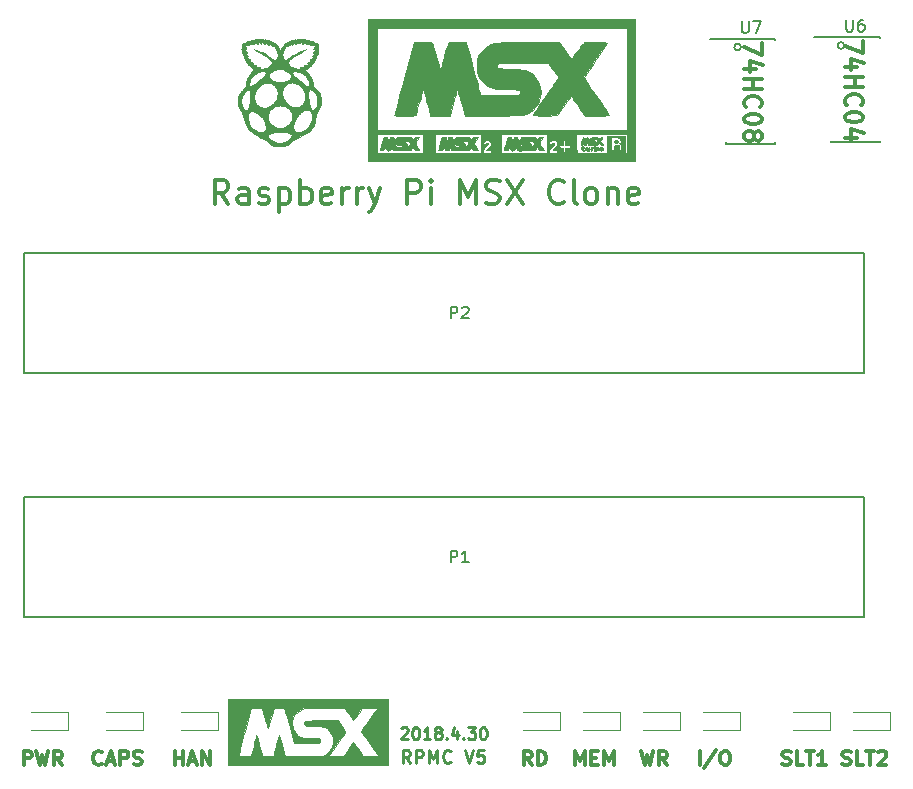
<source format=gbr>
G04 #@! TF.FileFunction,Legend,Top*
%FSLAX46Y46*%
G04 Gerber Fmt 4.6, Leading zero omitted, Abs format (unit mm)*
G04 Created by KiCad (PCBNEW 4.0.7) date 05/02/18 22:14:29*
%MOMM*%
%LPD*%
G01*
G04 APERTURE LIST*
%ADD10C,0.100000*%
%ADD11C,0.200000*%
%ADD12C,0.300000*%
%ADD13C,0.375000*%
%ADD14C,0.250000*%
%ADD15C,0.275000*%
%ADD16C,0.150000*%
%ADD17C,0.120000*%
%ADD18C,0.010000*%
G04 APERTURE END LIST*
D10*
D11*
X205046081Y-69786500D02*
G75*
G03X205046081Y-69786500I-283981J0D01*
G01*
X196308481Y-69926200D02*
G75*
G03X196308481Y-69926200I-283981J0D01*
G01*
D12*
X206637629Y-69443330D02*
X206637629Y-70443330D01*
X205137629Y-69800473D01*
X206137629Y-71657615D02*
X205137629Y-71657615D01*
X206709057Y-71300472D02*
X205637629Y-70943329D01*
X205637629Y-71871901D01*
X205137629Y-72443329D02*
X206637629Y-72443329D01*
X205923343Y-72443329D02*
X205923343Y-73300472D01*
X205137629Y-73300472D02*
X206637629Y-73300472D01*
X205280486Y-74871901D02*
X205209057Y-74800472D01*
X205137629Y-74586186D01*
X205137629Y-74443329D01*
X205209057Y-74229044D01*
X205351914Y-74086186D01*
X205494771Y-74014758D01*
X205780486Y-73943329D01*
X205994771Y-73943329D01*
X206280486Y-74014758D01*
X206423343Y-74086186D01*
X206566200Y-74229044D01*
X206637629Y-74443329D01*
X206637629Y-74586186D01*
X206566200Y-74800472D01*
X206494771Y-74871901D01*
X206637629Y-75800472D02*
X206637629Y-75943329D01*
X206566200Y-76086186D01*
X206494771Y-76157615D01*
X206351914Y-76229044D01*
X206066200Y-76300472D01*
X205709057Y-76300472D01*
X205423343Y-76229044D01*
X205280486Y-76157615D01*
X205209057Y-76086186D01*
X205137629Y-75943329D01*
X205137629Y-75800472D01*
X205209057Y-75657615D01*
X205280486Y-75586186D01*
X205423343Y-75514758D01*
X205709057Y-75443329D01*
X206066200Y-75443329D01*
X206351914Y-75514758D01*
X206494771Y-75586186D01*
X206566200Y-75657615D01*
X206637629Y-75800472D01*
X206137629Y-77586186D02*
X205137629Y-77586186D01*
X206709057Y-77229043D02*
X205637629Y-76871900D01*
X205637629Y-77800472D01*
X198077829Y-69595730D02*
X198077829Y-70595730D01*
X196577829Y-69952873D01*
X197577829Y-71810015D02*
X196577829Y-71810015D01*
X198149257Y-71452872D02*
X197077829Y-71095729D01*
X197077829Y-72024301D01*
X196577829Y-72595729D02*
X198077829Y-72595729D01*
X197363543Y-72595729D02*
X197363543Y-73452872D01*
X196577829Y-73452872D02*
X198077829Y-73452872D01*
X196720686Y-75024301D02*
X196649257Y-74952872D01*
X196577829Y-74738586D01*
X196577829Y-74595729D01*
X196649257Y-74381444D01*
X196792114Y-74238586D01*
X196934971Y-74167158D01*
X197220686Y-74095729D01*
X197434971Y-74095729D01*
X197720686Y-74167158D01*
X197863543Y-74238586D01*
X198006400Y-74381444D01*
X198077829Y-74595729D01*
X198077829Y-74738586D01*
X198006400Y-74952872D01*
X197934971Y-75024301D01*
X198077829Y-75952872D02*
X198077829Y-76095729D01*
X198006400Y-76238586D01*
X197934971Y-76310015D01*
X197792114Y-76381444D01*
X197506400Y-76452872D01*
X197149257Y-76452872D01*
X196863543Y-76381444D01*
X196720686Y-76310015D01*
X196649257Y-76238586D01*
X196577829Y-76095729D01*
X196577829Y-75952872D01*
X196649257Y-75810015D01*
X196720686Y-75738586D01*
X196863543Y-75667158D01*
X197149257Y-75595729D01*
X197506400Y-75595729D01*
X197792114Y-75667158D01*
X197934971Y-75738586D01*
X198006400Y-75810015D01*
X198077829Y-75952872D01*
X197434971Y-77310015D02*
X197506400Y-77167157D01*
X197577829Y-77095729D01*
X197720686Y-77024300D01*
X197792114Y-77024300D01*
X197934971Y-77095729D01*
X198006400Y-77167157D01*
X198077829Y-77310015D01*
X198077829Y-77595729D01*
X198006400Y-77738586D01*
X197934971Y-77810015D01*
X197792114Y-77881443D01*
X197720686Y-77881443D01*
X197577829Y-77810015D01*
X197506400Y-77738586D01*
X197434971Y-77595729D01*
X197434971Y-77310015D01*
X197363543Y-77167157D01*
X197292114Y-77095729D01*
X197149257Y-77024300D01*
X196863543Y-77024300D01*
X196720686Y-77095729D01*
X196649257Y-77167157D01*
X196577829Y-77310015D01*
X196577829Y-77595729D01*
X196649257Y-77738586D01*
X196720686Y-77810015D01*
X196863543Y-77881443D01*
X197149257Y-77881443D01*
X197292114Y-77810015D01*
X197363543Y-77738586D01*
X197434971Y-77595729D01*
D13*
X152910094Y-83200762D02*
X152243427Y-82248381D01*
X151767236Y-83200762D02*
X151767236Y-81200762D01*
X152529141Y-81200762D01*
X152719617Y-81296000D01*
X152814856Y-81391238D01*
X152910094Y-81581714D01*
X152910094Y-81867429D01*
X152814856Y-82057905D01*
X152719617Y-82153143D01*
X152529141Y-82248381D01*
X151767236Y-82248381D01*
X154624379Y-83200762D02*
X154624379Y-82153143D01*
X154529141Y-81962667D01*
X154338665Y-81867429D01*
X153957713Y-81867429D01*
X153767236Y-81962667D01*
X154624379Y-83105524D02*
X154433903Y-83200762D01*
X153957713Y-83200762D01*
X153767236Y-83105524D01*
X153671998Y-82915048D01*
X153671998Y-82724571D01*
X153767236Y-82534095D01*
X153957713Y-82438857D01*
X154433903Y-82438857D01*
X154624379Y-82343619D01*
X155481522Y-83105524D02*
X155671999Y-83200762D01*
X156052951Y-83200762D01*
X156243427Y-83105524D01*
X156338665Y-82915048D01*
X156338665Y-82819810D01*
X156243427Y-82629333D01*
X156052951Y-82534095D01*
X155767237Y-82534095D01*
X155576760Y-82438857D01*
X155481522Y-82248381D01*
X155481522Y-82153143D01*
X155576760Y-81962667D01*
X155767237Y-81867429D01*
X156052951Y-81867429D01*
X156243427Y-81962667D01*
X157195808Y-81867429D02*
X157195808Y-83867429D01*
X157195808Y-81962667D02*
X157386285Y-81867429D01*
X157767237Y-81867429D01*
X157957713Y-81962667D01*
X158052951Y-82057905D01*
X158148189Y-82248381D01*
X158148189Y-82819810D01*
X158052951Y-83010286D01*
X157957713Y-83105524D01*
X157767237Y-83200762D01*
X157386285Y-83200762D01*
X157195808Y-83105524D01*
X159005332Y-83200762D02*
X159005332Y-81200762D01*
X159005332Y-81962667D02*
X159195809Y-81867429D01*
X159576761Y-81867429D01*
X159767237Y-81962667D01*
X159862475Y-82057905D01*
X159957713Y-82248381D01*
X159957713Y-82819810D01*
X159862475Y-83010286D01*
X159767237Y-83105524D01*
X159576761Y-83200762D01*
X159195809Y-83200762D01*
X159005332Y-83105524D01*
X161576761Y-83105524D02*
X161386285Y-83200762D01*
X161005333Y-83200762D01*
X160814856Y-83105524D01*
X160719618Y-82915048D01*
X160719618Y-82153143D01*
X160814856Y-81962667D01*
X161005333Y-81867429D01*
X161386285Y-81867429D01*
X161576761Y-81962667D01*
X161671999Y-82153143D01*
X161671999Y-82343619D01*
X160719618Y-82534095D01*
X162529142Y-83200762D02*
X162529142Y-81867429D01*
X162529142Y-82248381D02*
X162624381Y-82057905D01*
X162719619Y-81962667D01*
X162910095Y-81867429D01*
X163100571Y-81867429D01*
X163767237Y-83200762D02*
X163767237Y-81867429D01*
X163767237Y-82248381D02*
X163862476Y-82057905D01*
X163957714Y-81962667D01*
X164148190Y-81867429D01*
X164338666Y-81867429D01*
X164814856Y-81867429D02*
X165291047Y-83200762D01*
X165767237Y-81867429D02*
X165291047Y-83200762D01*
X165100571Y-83676952D01*
X165005332Y-83772190D01*
X164814856Y-83867429D01*
X168052952Y-83200762D02*
X168052952Y-81200762D01*
X168814857Y-81200762D01*
X169005333Y-81296000D01*
X169100572Y-81391238D01*
X169195810Y-81581714D01*
X169195810Y-81867429D01*
X169100572Y-82057905D01*
X169005333Y-82153143D01*
X168814857Y-82248381D01*
X168052952Y-82248381D01*
X170052952Y-83200762D02*
X170052952Y-81867429D01*
X170052952Y-81200762D02*
X169957714Y-81296000D01*
X170052952Y-81391238D01*
X170148191Y-81296000D01*
X170052952Y-81200762D01*
X170052952Y-81391238D01*
X172529143Y-83200762D02*
X172529143Y-81200762D01*
X173195810Y-82629333D01*
X173862477Y-81200762D01*
X173862477Y-83200762D01*
X174719619Y-83105524D02*
X175005334Y-83200762D01*
X175481524Y-83200762D01*
X175672000Y-83105524D01*
X175767238Y-83010286D01*
X175862477Y-82819810D01*
X175862477Y-82629333D01*
X175767238Y-82438857D01*
X175672000Y-82343619D01*
X175481524Y-82248381D01*
X175100572Y-82153143D01*
X174910096Y-82057905D01*
X174814857Y-81962667D01*
X174719619Y-81772190D01*
X174719619Y-81581714D01*
X174814857Y-81391238D01*
X174910096Y-81296000D01*
X175100572Y-81200762D01*
X175576762Y-81200762D01*
X175862477Y-81296000D01*
X176529143Y-81200762D02*
X177862477Y-83200762D01*
X177862477Y-81200762D02*
X176529143Y-83200762D01*
X181291049Y-83010286D02*
X181195811Y-83105524D01*
X180910096Y-83200762D01*
X180719620Y-83200762D01*
X180433906Y-83105524D01*
X180243430Y-82915048D01*
X180148191Y-82724571D01*
X180052953Y-82343619D01*
X180052953Y-82057905D01*
X180148191Y-81676952D01*
X180243430Y-81486476D01*
X180433906Y-81296000D01*
X180719620Y-81200762D01*
X180910096Y-81200762D01*
X181195811Y-81296000D01*
X181291049Y-81391238D01*
X182433906Y-83200762D02*
X182243430Y-83105524D01*
X182148191Y-82915048D01*
X182148191Y-81200762D01*
X183481525Y-83200762D02*
X183291049Y-83105524D01*
X183195810Y-83010286D01*
X183100572Y-82819810D01*
X183100572Y-82248381D01*
X183195810Y-82057905D01*
X183291049Y-81962667D01*
X183481525Y-81867429D01*
X183767239Y-81867429D01*
X183957715Y-81962667D01*
X184052953Y-82057905D01*
X184148191Y-82248381D01*
X184148191Y-82819810D01*
X184052953Y-83010286D01*
X183957715Y-83105524D01*
X183767239Y-83200762D01*
X183481525Y-83200762D01*
X185005334Y-81867429D02*
X185005334Y-83200762D01*
X185005334Y-82057905D02*
X185100573Y-81962667D01*
X185291049Y-81867429D01*
X185576763Y-81867429D01*
X185767239Y-81962667D01*
X185862477Y-82153143D01*
X185862477Y-83200762D01*
X187576763Y-83105524D02*
X187386287Y-83200762D01*
X187005335Y-83200762D01*
X186814858Y-83105524D01*
X186719620Y-82915048D01*
X186719620Y-82153143D01*
X186814858Y-81962667D01*
X187005335Y-81867429D01*
X187386287Y-81867429D01*
X187576763Y-81962667D01*
X187672001Y-82153143D01*
X187672001Y-82343619D01*
X186719620Y-82534095D01*
D14*
X167526153Y-127614419D02*
X167573772Y-127566800D01*
X167669010Y-127519181D01*
X167907106Y-127519181D01*
X168002344Y-127566800D01*
X168049963Y-127614419D01*
X168097582Y-127709657D01*
X168097582Y-127804895D01*
X168049963Y-127947752D01*
X167478534Y-128519181D01*
X168097582Y-128519181D01*
X168716629Y-127519181D02*
X168811868Y-127519181D01*
X168907106Y-127566800D01*
X168954725Y-127614419D01*
X169002344Y-127709657D01*
X169049963Y-127900133D01*
X169049963Y-128138229D01*
X169002344Y-128328705D01*
X168954725Y-128423943D01*
X168907106Y-128471562D01*
X168811868Y-128519181D01*
X168716629Y-128519181D01*
X168621391Y-128471562D01*
X168573772Y-128423943D01*
X168526153Y-128328705D01*
X168478534Y-128138229D01*
X168478534Y-127900133D01*
X168526153Y-127709657D01*
X168573772Y-127614419D01*
X168621391Y-127566800D01*
X168716629Y-127519181D01*
X170002344Y-128519181D02*
X169430915Y-128519181D01*
X169716629Y-128519181D02*
X169716629Y-127519181D01*
X169621391Y-127662038D01*
X169526153Y-127757276D01*
X169430915Y-127804895D01*
X170573772Y-127947752D02*
X170478534Y-127900133D01*
X170430915Y-127852514D01*
X170383296Y-127757276D01*
X170383296Y-127709657D01*
X170430915Y-127614419D01*
X170478534Y-127566800D01*
X170573772Y-127519181D01*
X170764249Y-127519181D01*
X170859487Y-127566800D01*
X170907106Y-127614419D01*
X170954725Y-127709657D01*
X170954725Y-127757276D01*
X170907106Y-127852514D01*
X170859487Y-127900133D01*
X170764249Y-127947752D01*
X170573772Y-127947752D01*
X170478534Y-127995371D01*
X170430915Y-128042990D01*
X170383296Y-128138229D01*
X170383296Y-128328705D01*
X170430915Y-128423943D01*
X170478534Y-128471562D01*
X170573772Y-128519181D01*
X170764249Y-128519181D01*
X170859487Y-128471562D01*
X170907106Y-128423943D01*
X170954725Y-128328705D01*
X170954725Y-128138229D01*
X170907106Y-128042990D01*
X170859487Y-127995371D01*
X170764249Y-127947752D01*
X171383296Y-128423943D02*
X171430915Y-128471562D01*
X171383296Y-128519181D01*
X171335677Y-128471562D01*
X171383296Y-128423943D01*
X171383296Y-128519181D01*
X172288058Y-127852514D02*
X172288058Y-128519181D01*
X172049962Y-127471562D02*
X171811867Y-128185848D01*
X172430915Y-128185848D01*
X172811867Y-128423943D02*
X172859486Y-128471562D01*
X172811867Y-128519181D01*
X172764248Y-128471562D01*
X172811867Y-128423943D01*
X172811867Y-128519181D01*
X173192819Y-127519181D02*
X173811867Y-127519181D01*
X173478533Y-127900133D01*
X173621391Y-127900133D01*
X173716629Y-127947752D01*
X173764248Y-127995371D01*
X173811867Y-128090610D01*
X173811867Y-128328705D01*
X173764248Y-128423943D01*
X173716629Y-128471562D01*
X173621391Y-128519181D01*
X173335676Y-128519181D01*
X173240438Y-128471562D01*
X173192819Y-128423943D01*
X174430914Y-127519181D02*
X174526153Y-127519181D01*
X174621391Y-127566800D01*
X174669010Y-127614419D01*
X174716629Y-127709657D01*
X174764248Y-127900133D01*
X174764248Y-128138229D01*
X174716629Y-128328705D01*
X174669010Y-128423943D01*
X174621391Y-128471562D01*
X174526153Y-128519181D01*
X174430914Y-128519181D01*
X174335676Y-128471562D01*
X174288057Y-128423943D01*
X174240438Y-128328705D01*
X174192819Y-128138229D01*
X174192819Y-127900133D01*
X174240438Y-127709657D01*
X174288057Y-127614419D01*
X174335676Y-127566800D01*
X174430914Y-127519181D01*
D12*
X204898857Y-130660714D02*
X205070286Y-130717857D01*
X205356000Y-130717857D01*
X205470286Y-130660714D01*
X205527429Y-130603571D01*
X205584572Y-130489286D01*
X205584572Y-130375000D01*
X205527429Y-130260714D01*
X205470286Y-130203571D01*
X205356000Y-130146429D01*
X205127429Y-130089286D01*
X205013143Y-130032143D01*
X204956000Y-129975000D01*
X204898857Y-129860714D01*
X204898857Y-129746429D01*
X204956000Y-129632143D01*
X205013143Y-129575000D01*
X205127429Y-129517857D01*
X205413143Y-129517857D01*
X205584572Y-129575000D01*
X206670286Y-130717857D02*
X206098857Y-130717857D01*
X206098857Y-129517857D01*
X206898858Y-129517857D02*
X207584572Y-129517857D01*
X207241715Y-130717857D02*
X207241715Y-129517857D01*
X207927429Y-129632143D02*
X207984572Y-129575000D01*
X208098858Y-129517857D01*
X208384572Y-129517857D01*
X208498858Y-129575000D01*
X208556001Y-129632143D01*
X208613144Y-129746429D01*
X208613144Y-129860714D01*
X208556001Y-130032143D01*
X207870287Y-130717857D01*
X208613144Y-130717857D01*
X199818857Y-130660714D02*
X199990286Y-130717857D01*
X200276000Y-130717857D01*
X200390286Y-130660714D01*
X200447429Y-130603571D01*
X200504572Y-130489286D01*
X200504572Y-130375000D01*
X200447429Y-130260714D01*
X200390286Y-130203571D01*
X200276000Y-130146429D01*
X200047429Y-130089286D01*
X199933143Y-130032143D01*
X199876000Y-129975000D01*
X199818857Y-129860714D01*
X199818857Y-129746429D01*
X199876000Y-129632143D01*
X199933143Y-129575000D01*
X200047429Y-129517857D01*
X200333143Y-129517857D01*
X200504572Y-129575000D01*
X201590286Y-130717857D02*
X201018857Y-130717857D01*
X201018857Y-129517857D01*
X201818858Y-129517857D02*
X202504572Y-129517857D01*
X202161715Y-130717857D02*
X202161715Y-129517857D01*
X203533144Y-130717857D02*
X202847429Y-130717857D01*
X203190287Y-130717857D02*
X203190287Y-129517857D01*
X203076001Y-129689286D01*
X202961715Y-129803571D01*
X202847429Y-129860714D01*
X192798857Y-130717857D02*
X192798857Y-129517857D01*
X194227429Y-129460714D02*
X193198858Y-131003571D01*
X194856001Y-129517857D02*
X195084572Y-129517857D01*
X195198858Y-129575000D01*
X195313144Y-129689286D01*
X195370286Y-129917857D01*
X195370286Y-130317857D01*
X195313144Y-130546429D01*
X195198858Y-130660714D01*
X195084572Y-130717857D01*
X194856001Y-130717857D01*
X194741715Y-130660714D01*
X194627429Y-130546429D01*
X194570286Y-130317857D01*
X194570286Y-129917857D01*
X194627429Y-129689286D01*
X194741715Y-129575000D01*
X194856001Y-129517857D01*
X187861715Y-129517857D02*
X188147429Y-130717857D01*
X188376000Y-129860714D01*
X188604572Y-130717857D01*
X188890286Y-129517857D01*
X190033144Y-130717857D02*
X189633144Y-130146429D01*
X189347429Y-130717857D02*
X189347429Y-129517857D01*
X189804572Y-129517857D01*
X189918858Y-129575000D01*
X189976001Y-129632143D01*
X190033144Y-129746429D01*
X190033144Y-129917857D01*
X189976001Y-130032143D01*
X189918858Y-130089286D01*
X189804572Y-130146429D01*
X189347429Y-130146429D01*
X182267428Y-130717857D02*
X182267428Y-129517857D01*
X182667428Y-130375000D01*
X183067428Y-129517857D01*
X183067428Y-130717857D01*
X183638857Y-130089286D02*
X184038857Y-130089286D01*
X184210286Y-130717857D02*
X183638857Y-130717857D01*
X183638857Y-129517857D01*
X184210286Y-129517857D01*
X184724571Y-130717857D02*
X184724571Y-129517857D01*
X185124571Y-130375000D01*
X185524571Y-129517857D01*
X185524571Y-130717857D01*
X178587429Y-130717857D02*
X178187429Y-130146429D01*
X177901714Y-130717857D02*
X177901714Y-129517857D01*
X178358857Y-129517857D01*
X178473143Y-129575000D01*
X178530286Y-129632143D01*
X178587429Y-129746429D01*
X178587429Y-129917857D01*
X178530286Y-130032143D01*
X178473143Y-130089286D01*
X178358857Y-130146429D01*
X177901714Y-130146429D01*
X179101714Y-130717857D02*
X179101714Y-129517857D01*
X179387429Y-129517857D01*
X179558857Y-129575000D01*
X179673143Y-129689286D01*
X179730286Y-129803571D01*
X179787429Y-130032143D01*
X179787429Y-130203571D01*
X179730286Y-130432143D01*
X179673143Y-130546429D01*
X179558857Y-130660714D01*
X179387429Y-130717857D01*
X179101714Y-130717857D01*
X148374286Y-130717857D02*
X148374286Y-129517857D01*
X148374286Y-130089286D02*
X149060001Y-130089286D01*
X149060001Y-130717857D02*
X149060001Y-129517857D01*
X149574286Y-130375000D02*
X150145715Y-130375000D01*
X149460001Y-130717857D02*
X149860001Y-129517857D01*
X150260001Y-130717857D01*
X150660000Y-130717857D02*
X150660000Y-129517857D01*
X151345715Y-130717857D01*
X151345715Y-129517857D01*
X142195715Y-130603571D02*
X142138572Y-130660714D01*
X141967143Y-130717857D01*
X141852857Y-130717857D01*
X141681429Y-130660714D01*
X141567143Y-130546429D01*
X141510000Y-130432143D01*
X141452857Y-130203571D01*
X141452857Y-130032143D01*
X141510000Y-129803571D01*
X141567143Y-129689286D01*
X141681429Y-129575000D01*
X141852857Y-129517857D01*
X141967143Y-129517857D01*
X142138572Y-129575000D01*
X142195715Y-129632143D01*
X142652857Y-130375000D02*
X143224286Y-130375000D01*
X142538572Y-130717857D02*
X142938572Y-129517857D01*
X143338572Y-130717857D01*
X143738571Y-130717857D02*
X143738571Y-129517857D01*
X144195714Y-129517857D01*
X144310000Y-129575000D01*
X144367143Y-129632143D01*
X144424286Y-129746429D01*
X144424286Y-129917857D01*
X144367143Y-130032143D01*
X144310000Y-130089286D01*
X144195714Y-130146429D01*
X143738571Y-130146429D01*
X144881428Y-130660714D02*
X145052857Y-130717857D01*
X145338571Y-130717857D01*
X145452857Y-130660714D01*
X145510000Y-130603571D01*
X145567143Y-130489286D01*
X145567143Y-130375000D01*
X145510000Y-130260714D01*
X145452857Y-130203571D01*
X145338571Y-130146429D01*
X145110000Y-130089286D01*
X144995714Y-130032143D01*
X144938571Y-129975000D01*
X144881428Y-129860714D01*
X144881428Y-129746429D01*
X144938571Y-129632143D01*
X144995714Y-129575000D01*
X145110000Y-129517857D01*
X145395714Y-129517857D01*
X145567143Y-129575000D01*
X135560000Y-130717857D02*
X135560000Y-129517857D01*
X136017143Y-129517857D01*
X136131429Y-129575000D01*
X136188572Y-129632143D01*
X136245715Y-129746429D01*
X136245715Y-129917857D01*
X136188572Y-130032143D01*
X136131429Y-130089286D01*
X136017143Y-130146429D01*
X135560000Y-130146429D01*
X136645715Y-129517857D02*
X136931429Y-130717857D01*
X137160000Y-129860714D01*
X137388572Y-130717857D01*
X137674286Y-129517857D01*
X138817144Y-130717857D02*
X138417144Y-130146429D01*
X138131429Y-130717857D02*
X138131429Y-129517857D01*
X138588572Y-129517857D01*
X138702858Y-129575000D01*
X138760001Y-129632143D01*
X138817144Y-129746429D01*
X138817144Y-129917857D01*
X138760001Y-130032143D01*
X138702858Y-130089286D01*
X138588572Y-130146429D01*
X138131429Y-130146429D01*
D15*
X168292019Y-130545619D02*
X167925353Y-130021810D01*
X167663448Y-130545619D02*
X167663448Y-129445619D01*
X168082495Y-129445619D01*
X168187257Y-129498000D01*
X168239638Y-129550381D01*
X168292019Y-129655143D01*
X168292019Y-129812286D01*
X168239638Y-129917048D01*
X168187257Y-129969429D01*
X168082495Y-130021810D01*
X167663448Y-130021810D01*
X168763448Y-130545619D02*
X168763448Y-129445619D01*
X169182495Y-129445619D01*
X169287257Y-129498000D01*
X169339638Y-129550381D01*
X169392019Y-129655143D01*
X169392019Y-129812286D01*
X169339638Y-129917048D01*
X169287257Y-129969429D01*
X169182495Y-130021810D01*
X168763448Y-130021810D01*
X169863448Y-130545619D02*
X169863448Y-129445619D01*
X170230114Y-130231333D01*
X170596781Y-129445619D01*
X170596781Y-130545619D01*
X171749162Y-130440857D02*
X171696781Y-130493238D01*
X171539638Y-130545619D01*
X171434876Y-130545619D01*
X171277734Y-130493238D01*
X171172972Y-130388476D01*
X171120591Y-130283714D01*
X171068210Y-130074190D01*
X171068210Y-129917048D01*
X171120591Y-129707524D01*
X171172972Y-129602762D01*
X171277734Y-129498000D01*
X171434876Y-129445619D01*
X171539638Y-129445619D01*
X171696781Y-129498000D01*
X171749162Y-129550381D01*
X172901543Y-129445619D02*
X173268210Y-130545619D01*
X173634876Y-129445619D01*
X174525352Y-129445619D02*
X174001543Y-129445619D01*
X173949162Y-129969429D01*
X174001543Y-129917048D01*
X174106305Y-129864667D01*
X174368209Y-129864667D01*
X174472971Y-129917048D01*
X174525352Y-129969429D01*
X174577733Y-130074190D01*
X174577733Y-130336095D01*
X174525352Y-130440857D01*
X174472971Y-130493238D01*
X174368209Y-130545619D01*
X174106305Y-130545619D01*
X174001543Y-130493238D01*
X173949162Y-130440857D01*
D16*
X135636000Y-108021000D02*
X206756000Y-108021000D01*
X206756000Y-108021000D02*
X206756000Y-118181000D01*
X206756000Y-118181000D02*
X135636000Y-118181000D01*
X135636000Y-118181000D02*
X135636000Y-108021000D01*
X135636000Y-87376000D02*
X206756000Y-87376000D01*
X206756000Y-87376000D02*
X206756000Y-97536000D01*
X206756000Y-97536000D02*
X135636000Y-97536000D01*
X135636000Y-97536000D02*
X135636000Y-87376000D01*
D17*
X205756000Y-126250000D02*
X208956000Y-126250000D01*
X208956000Y-127750000D02*
X205756000Y-127750000D01*
X208956000Y-127750000D02*
X208956000Y-126250000D01*
X200676000Y-126250000D02*
X203876000Y-126250000D01*
X203876000Y-127750000D02*
X200676000Y-127750000D01*
X203876000Y-127750000D02*
X203876000Y-126250000D01*
X193056000Y-126250000D02*
X196256000Y-126250000D01*
X196256000Y-127750000D02*
X193056000Y-127750000D01*
X196256000Y-127750000D02*
X196256000Y-126250000D01*
X187976000Y-126250000D02*
X191176000Y-126250000D01*
X191176000Y-127750000D02*
X187976000Y-127750000D01*
X191176000Y-127750000D02*
X191176000Y-126250000D01*
X182896000Y-126250000D02*
X186096000Y-126250000D01*
X186096000Y-127750000D02*
X182896000Y-127750000D01*
X186096000Y-127750000D02*
X186096000Y-126250000D01*
X177816000Y-126250000D02*
X181016000Y-126250000D01*
X181016000Y-127750000D02*
X177816000Y-127750000D01*
X181016000Y-127750000D02*
X181016000Y-126250000D01*
X148860000Y-126250000D02*
X152060000Y-126250000D01*
X152060000Y-127750000D02*
X148860000Y-127750000D01*
X152060000Y-127750000D02*
X152060000Y-126250000D01*
X142510000Y-126250000D02*
X145710000Y-126250000D01*
X145710000Y-127750000D02*
X142510000Y-127750000D01*
X145710000Y-127750000D02*
X145710000Y-126250000D01*
X136160000Y-126250000D02*
X139360000Y-126250000D01*
X139360000Y-127750000D02*
X136160000Y-127750000D01*
X139360000Y-127750000D02*
X139360000Y-126250000D01*
D18*
G36*
X166412333Y-130750733D02*
X152865667Y-130750733D01*
X152865667Y-129893483D01*
X153764541Y-129893483D01*
X153776332Y-129916182D01*
X153837308Y-129931802D01*
X153957355Y-129941334D01*
X154146359Y-129945770D01*
X154291934Y-129946400D01*
X154838260Y-129946400D01*
X155047880Y-129079135D01*
X155111068Y-128821811D01*
X155168715Y-128594782D01*
X155217608Y-128410079D01*
X155254536Y-128279735D01*
X155276285Y-128215784D01*
X155279586Y-128211301D01*
X155297903Y-128249626D01*
X155333564Y-128355524D01*
X155382136Y-128514750D01*
X155439184Y-128713060D01*
X155467188Y-128813983D01*
X155533618Y-129054456D01*
X155599653Y-129290638D01*
X155658565Y-129498648D01*
X155703626Y-129654606D01*
X155711686Y-129681816D01*
X155790667Y-129946400D01*
X156254333Y-129946400D01*
X156441041Y-129945498D01*
X156591820Y-129943056D01*
X156689542Y-129939462D01*
X156718096Y-129935816D01*
X156728705Y-129888527D01*
X156757719Y-129775103D01*
X156801169Y-129610151D01*
X156855089Y-129408278D01*
X156915511Y-129184092D01*
X156978467Y-128952198D01*
X157039991Y-128727205D01*
X157096114Y-128523719D01*
X157142869Y-128356348D01*
X157176289Y-128239698D01*
X157192406Y-128188376D01*
X157193020Y-128187268D01*
X157207834Y-128221620D01*
X157240693Y-128326313D01*
X157288256Y-128489768D01*
X157347185Y-128700404D01*
X157414141Y-128946641D01*
X157441387Y-129048614D01*
X157674481Y-129925233D01*
X159258490Y-129936341D01*
X160842498Y-129947448D01*
X161062462Y-129839830D01*
X161337523Y-129661160D01*
X161549747Y-129428462D01*
X161694639Y-129149063D01*
X161767707Y-128830287D01*
X161775957Y-128676400D01*
X161739164Y-128344297D01*
X161626724Y-128050166D01*
X161438451Y-127793587D01*
X161348775Y-127707418D01*
X161215468Y-127600797D01*
X161081811Y-127522035D01*
X160931860Y-127467185D01*
X160749673Y-127432305D01*
X160519307Y-127413448D01*
X160224819Y-127406670D01*
X160132209Y-127406399D01*
X159852698Y-127403655D01*
X159646907Y-127393260D01*
X159504003Y-127371971D01*
X159413155Y-127336546D01*
X159363529Y-127283741D01*
X159344294Y-127210314D01*
X159342666Y-127170029D01*
X159344642Y-127109513D01*
X159356045Y-127060706D01*
X159385094Y-127022349D01*
X159440006Y-126993183D01*
X159528998Y-126971951D01*
X159660288Y-126957393D01*
X159842092Y-126948251D01*
X160082628Y-126943266D01*
X160390114Y-126941181D01*
X160772765Y-126940736D01*
X160839813Y-126940733D01*
X162203913Y-126940733D01*
X162511430Y-127390590D01*
X162627422Y-127567252D01*
X162719020Y-127720400D01*
X162778100Y-127835467D01*
X162796540Y-127897887D01*
X162795851Y-127900634D01*
X162766338Y-127949940D01*
X162694587Y-128059007D01*
X162587060Y-128218335D01*
X162450221Y-128418425D01*
X162290530Y-128649779D01*
X162114452Y-128902899D01*
X162094878Y-128930923D01*
X161918929Y-129183501D01*
X161759967Y-129413192D01*
X161624163Y-129610957D01*
X161517690Y-129767755D01*
X161446720Y-129874549D01*
X161417425Y-129922297D01*
X161417000Y-129923713D01*
X161456878Y-129931654D01*
X161566696Y-129938381D01*
X161731732Y-129943363D01*
X161937261Y-129946067D01*
X162044227Y-129946400D01*
X162671455Y-129946400D01*
X163485237Y-128753642D01*
X163713171Y-129064271D01*
X163849225Y-129250978D01*
X163997582Y-129456572D01*
X164128832Y-129640272D01*
X164143268Y-129660650D01*
X164345432Y-129946399D01*
X164955549Y-129946400D01*
X165171875Y-129944669D01*
X165354458Y-129939911D01*
X165488372Y-129932772D01*
X165558687Y-129923902D01*
X165565667Y-129919904D01*
X165542187Y-129879800D01*
X165475868Y-129779657D01*
X165372890Y-129628466D01*
X165239433Y-129435223D01*
X165081677Y-129208919D01*
X164905804Y-128958548D01*
X164874724Y-128914488D01*
X164694817Y-128659312D01*
X164530287Y-128425405D01*
X164387643Y-128222063D01*
X164273394Y-128058582D01*
X164194048Y-127944259D01*
X164156114Y-127888388D01*
X164154411Y-127885647D01*
X164170018Y-127838109D01*
X164230862Y-127730155D01*
X164331945Y-127569522D01*
X164468266Y-127363945D01*
X164634825Y-127121160D01*
X164803021Y-126882060D01*
X164979962Y-126632370D01*
X165139682Y-126405445D01*
X165275903Y-126210332D01*
X165382344Y-126056078D01*
X165452724Y-125951729D01*
X165480766Y-125906331D01*
X165481000Y-125905396D01*
X165441128Y-125897421D01*
X165331350Y-125890842D01*
X165166423Y-125886169D01*
X164961101Y-125883911D01*
X164856583Y-125883825D01*
X164232167Y-125885251D01*
X163943756Y-126299216D01*
X163820792Y-126474240D01*
X163706426Y-126634401D01*
X163614369Y-126760652D01*
X163562756Y-126828508D01*
X163470167Y-126943834D01*
X163089167Y-126412548D01*
X162708167Y-125881261D01*
X161014833Y-125892413D01*
X159321500Y-125903566D01*
X159083586Y-126015121D01*
X158783350Y-126192119D01*
X158558153Y-126407510D01*
X158406362Y-126663770D01*
X158326348Y-126963371D01*
X158312063Y-127185232D01*
X158318573Y-127366770D01*
X158343473Y-127508539D01*
X158396850Y-127651533D01*
X158457433Y-127776021D01*
X158627619Y-128037850D01*
X158834775Y-128236005D01*
X159069136Y-128361632D01*
X159121486Y-128378135D01*
X159218947Y-128393523D01*
X159381730Y-128406578D01*
X159590500Y-128416257D01*
X159825920Y-128421516D01*
X159937450Y-128422163D01*
X160229176Y-128425119D01*
X160441039Y-128433970D01*
X160577661Y-128449048D01*
X160643662Y-128470685D01*
X160646533Y-128473200D01*
X160691497Y-128565700D01*
X160695836Y-128685060D01*
X160662875Y-128793221D01*
X160614037Y-128844999D01*
X160539845Y-128860346D01*
X160385119Y-128871430D01*
X160153888Y-128878133D01*
X159850185Y-128880331D01*
X159507255Y-128878239D01*
X158483768Y-128866900D01*
X158108642Y-127533400D01*
X158016003Y-127203984D01*
X157928951Y-126894243D01*
X157850610Y-126615303D01*
X157784101Y-126378289D01*
X157732547Y-126194324D01*
X157699070Y-126074534D01*
X157689413Y-126039738D01*
X157645309Y-125879576D01*
X156741057Y-125903566D01*
X156505953Y-126707900D01*
X156432485Y-126958469D01*
X156366122Y-127183345D01*
X156310874Y-127369049D01*
X156270754Y-127502105D01*
X156249774Y-127569037D01*
X156248693Y-127572095D01*
X156231319Y-127552115D01*
X156195763Y-127461511D01*
X156145715Y-127311454D01*
X156084866Y-127113112D01*
X156016904Y-126877655D01*
X156003941Y-126831262D01*
X155933958Y-126579660D01*
X155870772Y-126352753D01*
X155818258Y-126164433D01*
X155780290Y-126028591D01*
X155760743Y-125959119D01*
X155759987Y-125956483D01*
X155741238Y-125923988D01*
X155697462Y-125902533D01*
X155613851Y-125889918D01*
X155475594Y-125883941D01*
X155267883Y-125882400D01*
X154784549Y-125882400D01*
X154284011Y-127861483D01*
X154183613Y-128258006D01*
X154089162Y-128630186D01*
X154002755Y-128969824D01*
X153926487Y-129268722D01*
X153862455Y-129518680D01*
X153812754Y-129711499D01*
X153779481Y-129838982D01*
X153764731Y-129892928D01*
X153764541Y-129893483D01*
X152865667Y-129893483D01*
X152865667Y-125120400D01*
X166412333Y-125120400D01*
X166412333Y-130750733D01*
X166412333Y-130750733D01*
G37*
X166412333Y-130750733D02*
X152865667Y-130750733D01*
X152865667Y-129893483D01*
X153764541Y-129893483D01*
X153776332Y-129916182D01*
X153837308Y-129931802D01*
X153957355Y-129941334D01*
X154146359Y-129945770D01*
X154291934Y-129946400D01*
X154838260Y-129946400D01*
X155047880Y-129079135D01*
X155111068Y-128821811D01*
X155168715Y-128594782D01*
X155217608Y-128410079D01*
X155254536Y-128279735D01*
X155276285Y-128215784D01*
X155279586Y-128211301D01*
X155297903Y-128249626D01*
X155333564Y-128355524D01*
X155382136Y-128514750D01*
X155439184Y-128713060D01*
X155467188Y-128813983D01*
X155533618Y-129054456D01*
X155599653Y-129290638D01*
X155658565Y-129498648D01*
X155703626Y-129654606D01*
X155711686Y-129681816D01*
X155790667Y-129946400D01*
X156254333Y-129946400D01*
X156441041Y-129945498D01*
X156591820Y-129943056D01*
X156689542Y-129939462D01*
X156718096Y-129935816D01*
X156728705Y-129888527D01*
X156757719Y-129775103D01*
X156801169Y-129610151D01*
X156855089Y-129408278D01*
X156915511Y-129184092D01*
X156978467Y-128952198D01*
X157039991Y-128727205D01*
X157096114Y-128523719D01*
X157142869Y-128356348D01*
X157176289Y-128239698D01*
X157192406Y-128188376D01*
X157193020Y-128187268D01*
X157207834Y-128221620D01*
X157240693Y-128326313D01*
X157288256Y-128489768D01*
X157347185Y-128700404D01*
X157414141Y-128946641D01*
X157441387Y-129048614D01*
X157674481Y-129925233D01*
X159258490Y-129936341D01*
X160842498Y-129947448D01*
X161062462Y-129839830D01*
X161337523Y-129661160D01*
X161549747Y-129428462D01*
X161694639Y-129149063D01*
X161767707Y-128830287D01*
X161775957Y-128676400D01*
X161739164Y-128344297D01*
X161626724Y-128050166D01*
X161438451Y-127793587D01*
X161348775Y-127707418D01*
X161215468Y-127600797D01*
X161081811Y-127522035D01*
X160931860Y-127467185D01*
X160749673Y-127432305D01*
X160519307Y-127413448D01*
X160224819Y-127406670D01*
X160132209Y-127406399D01*
X159852698Y-127403655D01*
X159646907Y-127393260D01*
X159504003Y-127371971D01*
X159413155Y-127336546D01*
X159363529Y-127283741D01*
X159344294Y-127210314D01*
X159342666Y-127170029D01*
X159344642Y-127109513D01*
X159356045Y-127060706D01*
X159385094Y-127022349D01*
X159440006Y-126993183D01*
X159528998Y-126971951D01*
X159660288Y-126957393D01*
X159842092Y-126948251D01*
X160082628Y-126943266D01*
X160390114Y-126941181D01*
X160772765Y-126940736D01*
X160839813Y-126940733D01*
X162203913Y-126940733D01*
X162511430Y-127390590D01*
X162627422Y-127567252D01*
X162719020Y-127720400D01*
X162778100Y-127835467D01*
X162796540Y-127897887D01*
X162795851Y-127900634D01*
X162766338Y-127949940D01*
X162694587Y-128059007D01*
X162587060Y-128218335D01*
X162450221Y-128418425D01*
X162290530Y-128649779D01*
X162114452Y-128902899D01*
X162094878Y-128930923D01*
X161918929Y-129183501D01*
X161759967Y-129413192D01*
X161624163Y-129610957D01*
X161517690Y-129767755D01*
X161446720Y-129874549D01*
X161417425Y-129922297D01*
X161417000Y-129923713D01*
X161456878Y-129931654D01*
X161566696Y-129938381D01*
X161731732Y-129943363D01*
X161937261Y-129946067D01*
X162044227Y-129946400D01*
X162671455Y-129946400D01*
X163485237Y-128753642D01*
X163713171Y-129064271D01*
X163849225Y-129250978D01*
X163997582Y-129456572D01*
X164128832Y-129640272D01*
X164143268Y-129660650D01*
X164345432Y-129946399D01*
X164955549Y-129946400D01*
X165171875Y-129944669D01*
X165354458Y-129939911D01*
X165488372Y-129932772D01*
X165558687Y-129923902D01*
X165565667Y-129919904D01*
X165542187Y-129879800D01*
X165475868Y-129779657D01*
X165372890Y-129628466D01*
X165239433Y-129435223D01*
X165081677Y-129208919D01*
X164905804Y-128958548D01*
X164874724Y-128914488D01*
X164694817Y-128659312D01*
X164530287Y-128425405D01*
X164387643Y-128222063D01*
X164273394Y-128058582D01*
X164194048Y-127944259D01*
X164156114Y-127888388D01*
X164154411Y-127885647D01*
X164170018Y-127838109D01*
X164230862Y-127730155D01*
X164331945Y-127569522D01*
X164468266Y-127363945D01*
X164634825Y-127121160D01*
X164803021Y-126882060D01*
X164979962Y-126632370D01*
X165139682Y-126405445D01*
X165275903Y-126210332D01*
X165382344Y-126056078D01*
X165452724Y-125951729D01*
X165480766Y-125906331D01*
X165481000Y-125905396D01*
X165441128Y-125897421D01*
X165331350Y-125890842D01*
X165166423Y-125886169D01*
X164961101Y-125883911D01*
X164856583Y-125883825D01*
X164232167Y-125885251D01*
X163943756Y-126299216D01*
X163820792Y-126474240D01*
X163706426Y-126634401D01*
X163614369Y-126760652D01*
X163562756Y-126828508D01*
X163470167Y-126943834D01*
X163089167Y-126412548D01*
X162708167Y-125881261D01*
X161014833Y-125892413D01*
X159321500Y-125903566D01*
X159083586Y-126015121D01*
X158783350Y-126192119D01*
X158558153Y-126407510D01*
X158406362Y-126663770D01*
X158326348Y-126963371D01*
X158312063Y-127185232D01*
X158318573Y-127366770D01*
X158343473Y-127508539D01*
X158396850Y-127651533D01*
X158457433Y-127776021D01*
X158627619Y-128037850D01*
X158834775Y-128236005D01*
X159069136Y-128361632D01*
X159121486Y-128378135D01*
X159218947Y-128393523D01*
X159381730Y-128406578D01*
X159590500Y-128416257D01*
X159825920Y-128421516D01*
X159937450Y-128422163D01*
X160229176Y-128425119D01*
X160441039Y-128433970D01*
X160577661Y-128449048D01*
X160643662Y-128470685D01*
X160646533Y-128473200D01*
X160691497Y-128565700D01*
X160695836Y-128685060D01*
X160662875Y-128793221D01*
X160614037Y-128844999D01*
X160539845Y-128860346D01*
X160385119Y-128871430D01*
X160153888Y-128878133D01*
X159850185Y-128880331D01*
X159507255Y-128878239D01*
X158483768Y-128866900D01*
X158108642Y-127533400D01*
X158016003Y-127203984D01*
X157928951Y-126894243D01*
X157850610Y-126615303D01*
X157784101Y-126378289D01*
X157732547Y-126194324D01*
X157699070Y-126074534D01*
X157689413Y-126039738D01*
X157645309Y-125879576D01*
X156741057Y-125903566D01*
X156505953Y-126707900D01*
X156432485Y-126958469D01*
X156366122Y-127183345D01*
X156310874Y-127369049D01*
X156270754Y-127502105D01*
X156249774Y-127569037D01*
X156248693Y-127572095D01*
X156231319Y-127552115D01*
X156195763Y-127461511D01*
X156145715Y-127311454D01*
X156084866Y-127113112D01*
X156016904Y-126877655D01*
X156003941Y-126831262D01*
X155933958Y-126579660D01*
X155870772Y-126352753D01*
X155818258Y-126164433D01*
X155780290Y-126028591D01*
X155760743Y-125959119D01*
X155759987Y-125956483D01*
X155741238Y-125923988D01*
X155697462Y-125902533D01*
X155613851Y-125889918D01*
X155475594Y-125883941D01*
X155267883Y-125882400D01*
X154784549Y-125882400D01*
X154284011Y-127861483D01*
X154183613Y-128258006D01*
X154089162Y-128630186D01*
X154002755Y-128969824D01*
X153926487Y-129268722D01*
X153862455Y-129518680D01*
X153812754Y-129711499D01*
X153779481Y-129838982D01*
X153764731Y-129892928D01*
X153764541Y-129893483D01*
X152865667Y-129893483D01*
X152865667Y-125120400D01*
X166412333Y-125120400D01*
X166412333Y-130750733D01*
G36*
X158978626Y-69246671D02*
X159025120Y-69264989D01*
X159050612Y-69278655D01*
X159073231Y-69283119D01*
X159103061Y-69278982D01*
X159133070Y-69271442D01*
X159220388Y-69255711D01*
X159300870Y-69255671D01*
X159368635Y-69271162D01*
X159384644Y-69278318D01*
X159416875Y-69296656D01*
X159438544Y-69312461D01*
X159442037Y-69316418D01*
X159457870Y-69322875D01*
X159491798Y-69327497D01*
X159536533Y-69329299D01*
X159537322Y-69329299D01*
X159610411Y-69333118D01*
X159665225Y-69345731D01*
X159707890Y-69368878D01*
X159723706Y-69382202D01*
X159744491Y-69396432D01*
X159774038Y-69405313D01*
X159818925Y-69410393D01*
X159850706Y-69412053D01*
X159938953Y-69418536D01*
X160007475Y-69431000D01*
X160061580Y-69451142D01*
X160106579Y-69480659D01*
X160128785Y-69500916D01*
X160161949Y-69531555D01*
X160186865Y-69546367D01*
X160211252Y-69549281D01*
X160221575Y-69548147D01*
X160300732Y-69548013D01*
X160373661Y-69569812D01*
X160435751Y-69611298D01*
X160482391Y-69670227D01*
X160485996Y-69676930D01*
X160501938Y-69728296D01*
X160506230Y-69790232D01*
X160498850Y-69850723D01*
X160486394Y-69886442D01*
X160473335Y-69915955D01*
X160473381Y-69936418D01*
X160487566Y-69960963D01*
X160492856Y-69968452D01*
X160514384Y-70013924D01*
X160524890Y-70076719D01*
X160525410Y-70084409D01*
X160526127Y-70133107D01*
X160519440Y-70172232D01*
X160502545Y-70214601D01*
X160492459Y-70235017D01*
X160471808Y-70278742D01*
X160462449Y-70310195D01*
X160462397Y-70338760D01*
X160466187Y-70359216D01*
X160470374Y-70426977D01*
X160451905Y-70495950D01*
X160410014Y-70568432D01*
X160386450Y-70599018D01*
X160364425Y-70630466D01*
X160353541Y-70662285D01*
X160350257Y-70705863D01*
X160350200Y-70715666D01*
X160347169Y-70775492D01*
X160335508Y-70821904D01*
X160311360Y-70864358D01*
X160270869Y-70912308D01*
X160269319Y-70913975D01*
X160235509Y-70954022D01*
X160216232Y-70989128D01*
X160206004Y-71029982D01*
X160204491Y-71040303D01*
X160188701Y-71101594D01*
X160157032Y-71157761D01*
X160106542Y-71212862D01*
X160040447Y-71266460D01*
X159995973Y-71301030D01*
X159969739Y-71326992D01*
X159958033Y-71348507D01*
X159956434Y-71360574D01*
X159947354Y-71399457D01*
X159923875Y-71445057D01*
X159891449Y-71488244D01*
X159865644Y-71512698D01*
X159836390Y-71531948D01*
X159793762Y-71555865D01*
X159752802Y-71576450D01*
X159706440Y-71600681D01*
X159677154Y-71623283D01*
X159657832Y-71650372D01*
X159651365Y-71663687D01*
X159613308Y-71718816D01*
X159553274Y-71766223D01*
X159473917Y-71804382D01*
X159377892Y-71831769D01*
X159349368Y-71837132D01*
X159316751Y-71844617D01*
X159297930Y-71852759D01*
X159296100Y-71855499D01*
X159306120Y-71866005D01*
X159332931Y-71886200D01*
X159371654Y-71912516D01*
X159391902Y-71925555D01*
X159467610Y-71979425D01*
X159550176Y-72048079D01*
X159632608Y-72125007D01*
X159707913Y-72203703D01*
X159766337Y-72273985D01*
X159822178Y-72357338D01*
X159877818Y-72457241D01*
X159929166Y-72565142D01*
X159972132Y-72672490D01*
X160001064Y-72764650D01*
X160016228Y-72832871D01*
X160030479Y-72914709D01*
X160041916Y-72998400D01*
X160047046Y-73049492D01*
X160055927Y-73136580D01*
X160067999Y-73203495D01*
X160085602Y-73255450D01*
X160111077Y-73297658D01*
X160146765Y-73335331D01*
X160191450Y-73371070D01*
X160323780Y-73483703D01*
X160442754Y-73615360D01*
X160545307Y-73761848D01*
X160628375Y-73918971D01*
X160671909Y-74028988D01*
X160719713Y-74206797D01*
X160743169Y-74388008D01*
X160742651Y-74570188D01*
X160718532Y-74750904D01*
X160671185Y-74927722D01*
X160600982Y-75098209D01*
X160508297Y-75259931D01*
X160476054Y-75306527D01*
X160445015Y-75350716D01*
X160422002Y-75387906D01*
X160404122Y-75424769D01*
X160388480Y-75467974D01*
X160372184Y-75524194D01*
X160357620Y-75579577D01*
X160339734Y-75647287D01*
X160322120Y-75711188D01*
X160306648Y-75764669D01*
X160295189Y-75801118D01*
X160293927Y-75804721D01*
X160283244Y-75847953D01*
X160276011Y-75902938D01*
X160274000Y-75945933D01*
X160263488Y-76092254D01*
X160233116Y-76246589D01*
X160184629Y-76403596D01*
X160119772Y-76557934D01*
X160040292Y-76704260D01*
X160011471Y-76749399D01*
X159911717Y-76879330D01*
X159791614Y-77001920D01*
X159655945Y-77113501D01*
X159509495Y-77210406D01*
X159357048Y-77288966D01*
X159255544Y-77328960D01*
X159218362Y-77345413D01*
X159167253Y-77372972D01*
X159108862Y-77407844D01*
X159049833Y-77446233D01*
X159047916Y-77447540D01*
X158823862Y-77587404D01*
X158586259Y-77711038D01*
X158529554Y-77737133D01*
X158465634Y-77767437D01*
X158416386Y-77795871D01*
X158372473Y-77828847D01*
X158324555Y-77872779D01*
X158307304Y-77889747D01*
X158157910Y-78021924D01*
X157999687Y-78130298D01*
X157832444Y-78214952D01*
X157655994Y-78275967D01*
X157470146Y-78313426D01*
X157302200Y-78326875D01*
X157235273Y-78328251D01*
X157174443Y-78328637D01*
X157125806Y-78328053D01*
X157095457Y-78326519D01*
X157092650Y-78326179D01*
X157058939Y-78320922D01*
X157012363Y-78313122D01*
X156978350Y-78307183D01*
X156805200Y-78264147D01*
X156634614Y-78198190D01*
X156471162Y-78111713D01*
X156319416Y-78007115D01*
X156190950Y-77893832D01*
X156148630Y-77854224D01*
X156108863Y-77824478D01*
X156063005Y-77799128D01*
X156002415Y-77772710D01*
X155994100Y-77769352D01*
X155885182Y-77722042D01*
X155767896Y-77664890D01*
X155647934Y-77601123D01*
X155530988Y-77533972D01*
X155470371Y-77496276D01*
X156262265Y-77496276D01*
X156265208Y-77511236D01*
X156281345Y-77544943D01*
X156313731Y-77589799D01*
X156358437Y-77641526D01*
X156411535Y-77695843D01*
X156469096Y-77748473D01*
X156522960Y-77791981D01*
X156671973Y-77889717D01*
X156826531Y-77963067D01*
X156988282Y-78012741D01*
X157069956Y-78028543D01*
X157150813Y-78036142D01*
X157246851Y-78037051D01*
X157348904Y-78031823D01*
X157447807Y-78021009D01*
X157534396Y-78005163D01*
X157557896Y-77999150D01*
X157723982Y-77939782D01*
X157878867Y-77858173D01*
X158020425Y-77755756D01*
X158146527Y-77633965D01*
X158205689Y-77562930D01*
X158246119Y-77496729D01*
X158262036Y-77434514D01*
X158253328Y-77376129D01*
X158219885Y-77321420D01*
X158161596Y-77270232D01*
X158078350Y-77222411D01*
X157970038Y-77177800D01*
X157918150Y-77160335D01*
X157820790Y-77132551D01*
X157722809Y-77111739D01*
X157618832Y-77097249D01*
X157503486Y-77088435D01*
X157371395Y-77084646D01*
X157289500Y-77084471D01*
X157187077Y-77085609D01*
X157103935Y-77088106D01*
X157033970Y-77092394D01*
X156971078Y-77098906D01*
X156909156Y-77108076D01*
X156876750Y-77113775D01*
X156736812Y-77144398D01*
X156612107Y-77181753D01*
X156504037Y-77224932D01*
X156414004Y-77273021D01*
X156343408Y-77325111D01*
X156293652Y-77380291D01*
X156266137Y-77437650D01*
X156262265Y-77496276D01*
X155470371Y-77496276D01*
X155422753Y-77466664D01*
X155328919Y-77402429D01*
X155276550Y-77362398D01*
X155240235Y-77337198D01*
X155190166Y-77307826D01*
X155136027Y-77279892D01*
X155125653Y-77275013D01*
X154957818Y-77183816D01*
X154804352Y-77072554D01*
X154666622Y-76942982D01*
X154545995Y-76796857D01*
X154443837Y-76635934D01*
X154361516Y-76461967D01*
X154300398Y-76276712D01*
X154279949Y-76189014D01*
X154265357Y-76125977D01*
X154247956Y-76063497D01*
X154230650Y-76011625D01*
X154223874Y-75994889D01*
X154203979Y-75945292D01*
X154194364Y-75918553D01*
X154547744Y-75918553D01*
X154550740Y-76007601D01*
X154558406Y-76087112D01*
X154564489Y-76123322D01*
X154611945Y-76296824D01*
X154680951Y-76458470D01*
X154770219Y-76606695D01*
X154878458Y-76739936D01*
X155004381Y-76856628D01*
X155146698Y-76955209D01*
X155304121Y-77034115D01*
X155320728Y-77040896D01*
X155429068Y-77078127D01*
X155538036Y-77104296D01*
X155642905Y-77118921D01*
X155738945Y-77121520D01*
X155821429Y-77111609D01*
X155868898Y-77096832D01*
X155913022Y-77069186D01*
X155960334Y-77025664D01*
X156004444Y-76973707D01*
X156038961Y-76920754D01*
X156056539Y-76878399D01*
X156077327Y-76743877D01*
X156073592Y-76602960D01*
X156045357Y-76455785D01*
X155992646Y-76302492D01*
X155942098Y-76193382D01*
X155892490Y-76099138D01*
X155847233Y-76021271D01*
X155801306Y-75952550D01*
X155749687Y-75885744D01*
X155697489Y-75825350D01*
X156254738Y-75825350D01*
X156256225Y-75919400D01*
X156262076Y-75995621D01*
X156273859Y-76061427D01*
X156293142Y-76124234D01*
X156321495Y-76191459D01*
X156340563Y-76231068D01*
X156415347Y-76354253D01*
X156510492Y-76465992D01*
X156622636Y-76563910D01*
X156748415Y-76645630D01*
X156884464Y-76708775D01*
X157027422Y-76750969D01*
X157092650Y-76762425D01*
X157153161Y-76767682D01*
X157228369Y-76769679D01*
X157309749Y-76768631D01*
X157388773Y-76764751D01*
X157456916Y-76758254D01*
X157493182Y-76752348D01*
X157648837Y-76707862D01*
X157761137Y-76657409D01*
X158396208Y-76657409D01*
X158398729Y-76721253D01*
X158403651Y-76782209D01*
X158410870Y-76838274D01*
X158419253Y-76881662D01*
X158424649Y-76899053D01*
X158472668Y-76984741D01*
X158536299Y-77050395D01*
X158615535Y-77096009D01*
X158670427Y-77113722D01*
X158721712Y-77120086D01*
X158790767Y-77119860D01*
X158870986Y-77113592D01*
X158955763Y-77101827D01*
X159038492Y-77085114D01*
X159049959Y-77082303D01*
X159218191Y-77027401D01*
X159373806Y-76951059D01*
X159515426Y-76854612D01*
X159641674Y-76739399D01*
X159751172Y-76606757D01*
X159842543Y-76458023D01*
X159914410Y-76294534D01*
X159939265Y-76219050D01*
X159952299Y-76172926D01*
X159961582Y-76132162D01*
X159967773Y-76090686D01*
X159971531Y-76042426D01*
X159973515Y-75981313D01*
X159974385Y-75901273D01*
X159974419Y-75895200D01*
X159974405Y-75811821D01*
X159972984Y-75747820D01*
X159969625Y-75697186D01*
X159963798Y-75653913D01*
X159954974Y-75611991D01*
X159946572Y-75579658D01*
X159910286Y-75469183D01*
X159867392Y-75382046D01*
X159816228Y-75316668D01*
X159755131Y-75271473D01*
X159682437Y-75244884D01*
X159596484Y-75235322D01*
X159583428Y-75235252D01*
X159460582Y-75248568D01*
X159336588Y-75286860D01*
X159212192Y-75349776D01*
X159088135Y-75436963D01*
X159004000Y-75510263D01*
X158976247Y-75534799D01*
X158955950Y-75549900D01*
X158950691Y-75552189D01*
X158934206Y-75562407D01*
X158906266Y-75590633D01*
X158869293Y-75633599D01*
X158825704Y-75688036D01*
X158777918Y-75750675D01*
X158728353Y-75818247D01*
X158679430Y-75887485D01*
X158633566Y-75955117D01*
X158593180Y-76017877D01*
X158560691Y-76072495D01*
X158547435Y-76097154D01*
X158503919Y-76193545D01*
X158463402Y-76303854D01*
X158429903Y-76416620D01*
X158417838Y-76466700D01*
X158404461Y-76535070D01*
X158397549Y-76594664D01*
X158396208Y-76657409D01*
X157761137Y-76657409D01*
X157792457Y-76643338D01*
X157922295Y-76560518D01*
X158036607Y-76461145D01*
X158133646Y-76346960D01*
X158211666Y-76219706D01*
X158268922Y-76081124D01*
X158301694Y-75945511D01*
X158310651Y-75887042D01*
X158315174Y-75841482D01*
X158315237Y-75799542D01*
X158310816Y-75751929D01*
X158301885Y-75689355D01*
X158300981Y-75683463D01*
X158265775Y-75535714D01*
X158207512Y-75398142D01*
X158126846Y-75271825D01*
X158024436Y-75157839D01*
X157934510Y-75081664D01*
X157810623Y-74999389D01*
X157683889Y-74938955D01*
X157549963Y-74898980D01*
X157404499Y-74878077D01*
X157283150Y-74874098D01*
X157166244Y-74878732D01*
X157064579Y-74892154D01*
X156969088Y-74916540D01*
X156870708Y-74954067D01*
X156787850Y-74993004D01*
X156656848Y-75068234D01*
X156546533Y-75154151D01*
X156453177Y-75254442D01*
X156373051Y-75372794D01*
X156337740Y-75438000D01*
X156305590Y-75505262D01*
X156282831Y-75564027D01*
X156267916Y-75621507D01*
X156259301Y-75684919D01*
X156255439Y-75761474D01*
X156254738Y-75825350D01*
X155697489Y-75825350D01*
X155687353Y-75813623D01*
X155649486Y-75772106D01*
X155529655Y-75651042D01*
X155414605Y-75553277D01*
X155302259Y-75477654D01*
X155190538Y-75423015D01*
X155077363Y-75388202D01*
X154960658Y-75372060D01*
X154928802Y-75370763D01*
X154868029Y-75370321D01*
X154825302Y-75372794D01*
X154793332Y-75379243D01*
X154764832Y-75390730D01*
X154754221Y-75396194D01*
X154692278Y-75440783D01*
X154636083Y-75502003D01*
X154592945Y-75571134D01*
X154578660Y-75605637D01*
X154564875Y-75663509D01*
X154555001Y-75739574D01*
X154549228Y-75826900D01*
X154547744Y-75918553D01*
X154194364Y-75918553D01*
X154179825Y-75878124D01*
X154153655Y-75800366D01*
X154127708Y-75719002D01*
X154104226Y-75641015D01*
X154085450Y-75573387D01*
X154075715Y-75533250D01*
X154056025Y-75470744D01*
X154028549Y-75421690D01*
X154024101Y-75416203D01*
X153942525Y-75307379D01*
X153867816Y-75180865D01*
X153803936Y-75044204D01*
X153754848Y-74904941D01*
X153754003Y-74902035D01*
X153715938Y-74725931D01*
X153701535Y-74545418D01*
X153704163Y-74490780D01*
X153992353Y-74490780D01*
X153995707Y-74618858D01*
X153998877Y-74645145D01*
X154030343Y-74798810D01*
X154079796Y-74944951D01*
X154145301Y-75079395D01*
X154224923Y-75197968D01*
X154288308Y-75269576D01*
X154328002Y-75304907D01*
X154360353Y-75320380D01*
X154392237Y-75317183D01*
X154430528Y-75296505D01*
X154433296Y-75294656D01*
X154468664Y-75262858D01*
X154508509Y-75214608D01*
X154547904Y-75157052D01*
X154581923Y-75097332D01*
X154604102Y-75046997D01*
X154620136Y-75002494D01*
X154640111Y-74947393D01*
X154656400Y-74902683D01*
X154692396Y-74785456D01*
X154722667Y-74649594D01*
X154746631Y-74501337D01*
X154763702Y-74346924D01*
X154773296Y-74192594D01*
X154773748Y-74148950D01*
X155100146Y-74148950D01*
X155101044Y-74250191D01*
X155106323Y-74333067D01*
X155117379Y-74404438D01*
X155135610Y-74471163D01*
X155162412Y-74540101D01*
X155193265Y-74606150D01*
X155266212Y-74726916D01*
X155357035Y-74831203D01*
X155463369Y-74917874D01*
X155582850Y-74985795D01*
X155713112Y-75033830D01*
X155851792Y-75060844D01*
X155996523Y-75065701D01*
X156121426Y-75051760D01*
X156263070Y-75014056D01*
X156401681Y-74953196D01*
X156534462Y-74871420D01*
X156658619Y-74770971D01*
X156771355Y-74654092D01*
X156869875Y-74523023D01*
X156946344Y-74390250D01*
X156980775Y-74316859D01*
X157006685Y-74249954D01*
X157026785Y-74180741D01*
X157043784Y-74100424D01*
X157053988Y-74041000D01*
X157070098Y-73896311D01*
X157069465Y-73843542D01*
X157472063Y-73843542D01*
X157473072Y-73863200D01*
X157482623Y-73973563D01*
X157498713Y-74069182D01*
X157523793Y-74159474D01*
X157560315Y-74253860D01*
X157593683Y-74326750D01*
X157677311Y-74480230D01*
X157771675Y-74612393D01*
X157879228Y-74725936D01*
X158002425Y-74823552D01*
X158102582Y-74885708D01*
X158178963Y-74927048D01*
X158242760Y-74957110D01*
X158302403Y-74978889D01*
X158366317Y-74995381D01*
X158442930Y-75009580D01*
X158457900Y-75011994D01*
X158531778Y-75022814D01*
X158588930Y-75028299D01*
X158637460Y-75028463D01*
X158685471Y-75023316D01*
X158741069Y-75012872D01*
X158743159Y-75012431D01*
X158884676Y-74971516D01*
X159009194Y-74912021D01*
X159117730Y-74833266D01*
X159211302Y-74734573D01*
X159258262Y-74669247D01*
X159322840Y-74549665D01*
X159367384Y-74418996D01*
X159392519Y-74274912D01*
X159399084Y-74145758D01*
X159388005Y-73986539D01*
X159664417Y-73986539D01*
X159666875Y-74058373D01*
X159673785Y-74148995D01*
X159684424Y-74252326D01*
X159698070Y-74362285D01*
X159713998Y-74472795D01*
X159731486Y-74577774D01*
X159740376Y-74625200D01*
X159767533Y-74744718D01*
X159801044Y-74860922D01*
X159839371Y-74970182D01*
X159880979Y-75068869D01*
X159924332Y-75153353D01*
X159967895Y-75220004D01*
X160010131Y-75265193D01*
X160011708Y-75266453D01*
X160042525Y-75289012D01*
X160064104Y-75296328D01*
X160086545Y-75289626D01*
X160106940Y-75277994D01*
X160136987Y-75253340D01*
X160175641Y-75212272D01*
X160218554Y-75160223D01*
X160261379Y-75102628D01*
X160299769Y-75044920D01*
X160317831Y-75014363D01*
X160342001Y-74966035D01*
X160369054Y-74904140D01*
X160394406Y-74839392D01*
X160402836Y-74815700D01*
X160418497Y-74768967D01*
X160429636Y-74730586D01*
X160437039Y-74694510D01*
X160441489Y-74654694D01*
X160443771Y-74605092D01*
X160444671Y-74539658D01*
X160444869Y-74491850D01*
X160443813Y-74391344D01*
X160439233Y-74309599D01*
X160429975Y-74240086D01*
X160414883Y-74176275D01*
X160392802Y-74111637D01*
X160366365Y-74048191D01*
X160296730Y-73917226D01*
X160207780Y-73792998D01*
X160104250Y-73681114D01*
X159990873Y-73587177D01*
X159958144Y-73564942D01*
X159897318Y-73527903D01*
X159851534Y-73506197D01*
X159816591Y-73498579D01*
X159788287Y-73503802D01*
X159775401Y-73510782D01*
X159750586Y-73539261D01*
X159727121Y-73588907D01*
X159705993Y-73655488D01*
X159688188Y-73734772D01*
X159674694Y-73822529D01*
X159666497Y-73914527D01*
X159664417Y-73986539D01*
X159388005Y-73986539D01*
X159387153Y-73974308D01*
X159351110Y-73806772D01*
X159292212Y-73645752D01*
X159211713Y-73493853D01*
X159110869Y-73353677D01*
X158990935Y-73227827D01*
X158932095Y-73177384D01*
X158810392Y-73089266D01*
X158688372Y-73022053D01*
X158558720Y-72972234D01*
X158441194Y-72941817D01*
X158311661Y-72924237D01*
X158186574Y-72928572D01*
X158061601Y-72955406D01*
X157932408Y-73005325D01*
X157917267Y-73012484D01*
X157852207Y-73045447D01*
X157803137Y-73075196D01*
X157762194Y-73107247D01*
X157721517Y-73147118D01*
X157714067Y-73155065D01*
X157620129Y-73272825D01*
X157549325Y-73399478D01*
X157501290Y-73536099D01*
X157475658Y-73683762D01*
X157472063Y-73843542D01*
X157069465Y-73843542D01*
X157068513Y-73764252D01*
X157048612Y-73638648D01*
X157009773Y-73513323D01*
X156997881Y-73483367D01*
X156931434Y-73353768D01*
X156846581Y-73239987D01*
X156745565Y-73143544D01*
X156630631Y-73065955D01*
X156504021Y-73008740D01*
X156367980Y-72973416D01*
X156226483Y-72961500D01*
X156067906Y-72973954D01*
X155914479Y-73011108D01*
X155766926Y-73072651D01*
X155625975Y-73158270D01*
X155492352Y-73267653D01*
X155475188Y-73283959D01*
X155354875Y-73417477D01*
X155255430Y-73565436D01*
X155176790Y-73727939D01*
X155135132Y-73846920D01*
X155121503Y-73895115D01*
X155112016Y-73938206D01*
X155105890Y-73982921D01*
X155102346Y-74035987D01*
X155100606Y-74104131D01*
X155100146Y-74148950D01*
X154773748Y-74148950D01*
X154774830Y-74044588D01*
X154767720Y-73909145D01*
X154757266Y-73825022D01*
X154741890Y-73745078D01*
X154723813Y-73684212D01*
X154700501Y-73636102D01*
X154669421Y-73594427D01*
X154661306Y-73585511D01*
X154629237Y-73558653D01*
X154596204Y-73549177D01*
X154557372Y-73557442D01*
X154507907Y-73583808D01*
X154485375Y-73598608D01*
X154354464Y-73700793D01*
X154243368Y-73816792D01*
X154148581Y-73950349D01*
X154135122Y-73972865D01*
X154078992Y-74088432D01*
X154035490Y-74218190D01*
X154006113Y-74354765D01*
X153992353Y-74490780D01*
X153704163Y-74490780D01*
X153710270Y-74363840D01*
X153741616Y-74184543D01*
X153795048Y-74010871D01*
X153870042Y-73846169D01*
X153937313Y-73734690D01*
X153981277Y-73675877D01*
X154038012Y-73609186D01*
X154101370Y-73541106D01*
X154165207Y-73478124D01*
X154223375Y-73426727D01*
X154245207Y-73409735D01*
X154297278Y-73364000D01*
X154334503Y-73312108D01*
X154358985Y-73249147D01*
X154372828Y-73170204D01*
X154376542Y-73113804D01*
X154669378Y-73113804D01*
X154669415Y-73165105D01*
X154671633Y-73207414D01*
X154675589Y-73233715D01*
X154677224Y-73237725D01*
X154700200Y-73251557D01*
X154741508Y-73249682D01*
X154801785Y-73232033D01*
X154828748Y-73221603D01*
X154916156Y-73180251D01*
X155017913Y-73121960D01*
X155131361Y-73048654D01*
X155253839Y-72962257D01*
X155382687Y-72864694D01*
X155515245Y-72757888D01*
X155648854Y-72643764D01*
X155737940Y-72563888D01*
X155829183Y-72477284D01*
X155911917Y-72392568D01*
X155916827Y-72387107D01*
X156325439Y-72387107D01*
X156329551Y-72420143D01*
X156342392Y-72456331D01*
X156363072Y-72499275D01*
X156402596Y-72563941D01*
X156448756Y-72619024D01*
X156463295Y-72632548D01*
X156519463Y-72673435D01*
X156593727Y-72716628D01*
X156679404Y-72758849D01*
X156769810Y-72796822D01*
X156858263Y-72827272D01*
X156864050Y-72828990D01*
X156978212Y-72854882D01*
X157109193Y-72871710D01*
X157250023Y-72879312D01*
X157393729Y-72877526D01*
X157533343Y-72866190D01*
X157651450Y-72847336D01*
X157748174Y-72821931D01*
X157845755Y-72786400D01*
X157937970Y-72743692D01*
X158018600Y-72696753D01*
X158081424Y-72648533D01*
X158091512Y-72638785D01*
X158149482Y-72570820D01*
X158185278Y-72505162D01*
X158201064Y-72436837D01*
X158201435Y-72385779D01*
X158193654Y-72324993D01*
X158177165Y-72272872D01*
X158148622Y-72223009D01*
X158104678Y-72168997D01*
X158068135Y-72130516D01*
X157983561Y-72056414D01*
X158282646Y-72056414D01*
X158293038Y-72093771D01*
X158318340Y-72143354D01*
X158357072Y-72202252D01*
X158406924Y-72266559D01*
X158486159Y-72357236D01*
X158575979Y-72451684D01*
X158674241Y-72548245D01*
X158778804Y-72645258D01*
X158887524Y-72741064D01*
X158998262Y-72834004D01*
X159108873Y-72922416D01*
X159217217Y-73004643D01*
X159321151Y-73079024D01*
X159418533Y-73143899D01*
X159507222Y-73197610D01*
X159585074Y-73238495D01*
X159649948Y-73264897D01*
X159699703Y-73275154D01*
X159708568Y-73275069D01*
X159732392Y-73271017D01*
X159745570Y-73258114D01*
X159753773Y-73229283D01*
X159756279Y-73215500D01*
X159759848Y-73165959D01*
X159757754Y-73099011D01*
X159750760Y-73021821D01*
X159739629Y-72941555D01*
X159725125Y-72865379D01*
X159714352Y-72821820D01*
X159661629Y-72676636D01*
X159586757Y-72536721D01*
X159492964Y-72406319D01*
X159383480Y-72289674D01*
X159261534Y-72191031D01*
X159207993Y-72156360D01*
X159080472Y-72091033D01*
X158941459Y-72040045D01*
X158797583Y-72005034D01*
X158655470Y-71987638D01*
X158529929Y-71988769D01*
X158460599Y-71996002D01*
X158396326Y-72005344D01*
X158342445Y-72015790D01*
X158304290Y-72026335D01*
X158288647Y-72034193D01*
X158282646Y-72056414D01*
X157983561Y-72056414D01*
X157939683Y-72017969D01*
X157797305Y-71926441D01*
X157642612Y-71856861D01*
X157534491Y-71823397D01*
X157482638Y-71810700D01*
X157438649Y-71802118D01*
X157395634Y-71797071D01*
X157346705Y-71794977D01*
X157284973Y-71795257D01*
X157219650Y-71796859D01*
X157121042Y-71801077D01*
X157040716Y-71808437D01*
X156971600Y-71820477D01*
X156906626Y-71838729D01*
X156838726Y-71864731D01*
X156774656Y-71893496D01*
X156669569Y-71948651D01*
X156572855Y-72010846D01*
X156488343Y-72077005D01*
X156419866Y-72144047D01*
X156371253Y-72208895D01*
X156362535Y-72224634D01*
X156344486Y-72271009D01*
X156331006Y-72325209D01*
X156327767Y-72347372D01*
X156325439Y-72387107D01*
X155916827Y-72387107D01*
X155984502Y-72311847D01*
X156045300Y-72237225D01*
X156092671Y-72170809D01*
X156124975Y-72114704D01*
X156140574Y-72071017D01*
X156140166Y-72047151D01*
X156120844Y-72027207D01*
X156077543Y-72011354D01*
X156011381Y-71999789D01*
X155923480Y-71992709D01*
X155816300Y-71990311D01*
X155691286Y-71994689D01*
X155581495Y-72009170D01*
X155478123Y-72035605D01*
X155372371Y-72075845D01*
X155339350Y-72090662D01*
X155192153Y-72172266D01*
X155060175Y-72273000D01*
X154944869Y-72390645D01*
X154847685Y-72522988D01*
X154770074Y-72667812D01*
X154713487Y-72822902D01*
X154679374Y-72986041D01*
X154669378Y-73113804D01*
X154376542Y-73113804D01*
X154377373Y-73101200D01*
X154396813Y-72905581D01*
X154441046Y-72714519D01*
X154509618Y-72529783D01*
X154540847Y-72463826D01*
X154614267Y-72339949D01*
X154708027Y-72217175D01*
X154817364Y-72100456D01*
X154937510Y-71994747D01*
X155063702Y-71905000D01*
X155099037Y-71883657D01*
X155183983Y-71834377D01*
X155121628Y-71819418D01*
X155038974Y-71791362D01*
X154970427Y-71751451D01*
X154920275Y-71702537D01*
X154902505Y-71673700D01*
X154885270Y-71642948D01*
X154864350Y-71619497D01*
X154833323Y-71597891D01*
X154785765Y-71572677D01*
X154780438Y-71570036D01*
X154701053Y-71523757D01*
X154644320Y-71473596D01*
X154607515Y-71416753D01*
X154593942Y-71378574D01*
X154577776Y-71336521D01*
X154550855Y-71302961D01*
X154521157Y-71278665D01*
X154443798Y-71215267D01*
X154389479Y-71155670D01*
X154356581Y-71097581D01*
X154343485Y-71038705D01*
X154343100Y-71026195D01*
X154338119Y-70996416D01*
X154320616Y-70965273D01*
X154286748Y-70926039D01*
X154284635Y-70923827D01*
X154234718Y-70864064D01*
X154205057Y-70807545D01*
X154192658Y-70747289D01*
X154192171Y-70708457D01*
X154192110Y-70670010D01*
X154185759Y-70640928D01*
X154169492Y-70611527D01*
X154142455Y-70575619D01*
X154101573Y-70513896D01*
X154080887Y-70453817D01*
X154077670Y-70386088D01*
X154079801Y-70362019D01*
X154081059Y-70323353D01*
X154073795Y-70285676D01*
X154055790Y-70239239D01*
X154047959Y-70222137D01*
X154026890Y-70173268D01*
X154016617Y-70136080D01*
X154015567Y-70113153D01*
X154254200Y-70113153D01*
X154263416Y-70137334D01*
X154288420Y-70173172D01*
X154325243Y-70216360D01*
X154369915Y-70262591D01*
X154418468Y-70307558D01*
X154466932Y-70346954D01*
X154475335Y-70353118D01*
X154500889Y-70377341D01*
X154504646Y-70399340D01*
X154503661Y-70402308D01*
X154495776Y-70414110D01*
X154479749Y-70420005D01*
X154449660Y-70420985D01*
X154406646Y-70418555D01*
X154318292Y-70412233D01*
X154340221Y-70450066D01*
X154358172Y-70473867D01*
X154390183Y-70509646D01*
X154431512Y-70552304D01*
X154471544Y-70591224D01*
X154514477Y-70632644D01*
X154549839Y-70668411D01*
X154573893Y-70694629D01*
X154582884Y-70707250D01*
X154572391Y-70714724D01*
X154543085Y-70721711D01*
X154505240Y-70726316D01*
X154425650Y-70732683D01*
X154489150Y-70793442D01*
X154530925Y-70830267D01*
X154583928Y-70872653D01*
X154637966Y-70912512D01*
X154647900Y-70919399D01*
X154690564Y-70948686D01*
X154724779Y-70972326D01*
X154745485Y-70986818D01*
X154749132Y-70989489D01*
X154749013Y-70999228D01*
X154729138Y-71008338D01*
X154695131Y-71015196D01*
X154652615Y-71018183D01*
X154649519Y-71018205D01*
X154610942Y-71019036D01*
X154593303Y-71022492D01*
X154592153Y-71030452D01*
X154598719Y-71039640D01*
X154622504Y-71061165D01*
X154663471Y-71090844D01*
X154716194Y-71125260D01*
X154775245Y-71160997D01*
X154835196Y-71194638D01*
X154886642Y-71220878D01*
X154929335Y-71242432D01*
X154961385Y-71260784D01*
X154977288Y-71272715D01*
X154978100Y-71274406D01*
X154966413Y-71289978D01*
X154935406Y-71303034D01*
X154891156Y-71311287D01*
X154877052Y-71312435D01*
X154822767Y-71315638D01*
X154854308Y-71342769D01*
X154876868Y-71355852D01*
X154917893Y-71374138D01*
X154971521Y-71395527D01*
X155031888Y-71417919D01*
X155093130Y-71439217D01*
X155149386Y-71457319D01*
X155194793Y-71470129D01*
X155223486Y-71475545D01*
X155225311Y-71475600D01*
X155242267Y-71480915D01*
X155239092Y-71494637D01*
X155218176Y-71513423D01*
X155184407Y-71532750D01*
X155153792Y-71550265D01*
X155136586Y-71565664D01*
X155135083Y-71570850D01*
X155149880Y-71582106D01*
X155185487Y-71594661D01*
X155237416Y-71607531D01*
X155301180Y-71619736D01*
X155372290Y-71630292D01*
X155440746Y-71637740D01*
X155496792Y-71643358D01*
X155543060Y-71649232D01*
X155573925Y-71654572D01*
X155583638Y-71657804D01*
X155582462Y-71672297D01*
X155565122Y-71694640D01*
X155536995Y-71719229D01*
X155505179Y-71739564D01*
X155467050Y-71759628D01*
X155498800Y-71768748D01*
X155550491Y-71776895D01*
X155622149Y-71778315D01*
X155709279Y-71773122D01*
X155807387Y-71761432D01*
X155812269Y-71760713D01*
X155988090Y-71727221D01*
X156141761Y-71682085D01*
X156273876Y-71624971D01*
X156385027Y-71555550D01*
X156475806Y-71473487D01*
X156546806Y-71378452D01*
X156570137Y-71336061D01*
X156595902Y-71282637D01*
X156610927Y-71241537D01*
X156613814Y-71207606D01*
X156603163Y-71175687D01*
X156577578Y-71140622D01*
X156535660Y-71097255D01*
X156494807Y-71058210D01*
X156368169Y-70945832D01*
X156220593Y-70827991D01*
X156055359Y-70706898D01*
X155875742Y-70584761D01*
X155685021Y-70463790D01*
X155486471Y-70346196D01*
X155283370Y-70234188D01*
X155235275Y-70208884D01*
X155174229Y-70176808D01*
X155121975Y-70148858D01*
X155082284Y-70127091D01*
X155058931Y-70113566D01*
X155054300Y-70110166D01*
X155065459Y-70111848D01*
X155096528Y-70121766D01*
X155143894Y-70138576D01*
X155203943Y-70160933D01*
X155273062Y-70187492D01*
X155347636Y-70216908D01*
X155422600Y-70247240D01*
X155575426Y-70313253D01*
X155733389Y-70387666D01*
X155892973Y-70468445D01*
X156050659Y-70553553D01*
X156202932Y-70640955D01*
X156346274Y-70728615D01*
X156477168Y-70814498D01*
X156592098Y-70896567D01*
X156687547Y-70972787D01*
X156709726Y-70992284D01*
X156758603Y-71036317D01*
X156826650Y-71000690D01*
X156914610Y-70941196D01*
X156985961Y-70865347D01*
X157038825Y-70776873D01*
X157071327Y-70679504D01*
X157076016Y-70632648D01*
X157470453Y-70632648D01*
X157491349Y-70736309D01*
X157535316Y-70829567D01*
X157602315Y-70912226D01*
X157604293Y-70914163D01*
X157646763Y-70951489D01*
X157692843Y-70985913D01*
X157723795Y-71005043D01*
X157781331Y-71035566D01*
X157875140Y-70959007D01*
X158032358Y-70839474D01*
X158211102Y-70719238D01*
X158407642Y-70600320D01*
X158618250Y-70484739D01*
X158839199Y-70374516D01*
X159066758Y-70271669D01*
X159297201Y-70178220D01*
X159359749Y-70154744D01*
X159405491Y-70138416D01*
X159440518Y-70126937D01*
X159459391Y-70122045D01*
X159461200Y-70122313D01*
X159450644Y-70129766D01*
X159421733Y-70146690D01*
X159378597Y-70170746D01*
X159325371Y-70199596D01*
X159311975Y-70206749D01*
X159134167Y-70304442D01*
X158956453Y-70407806D01*
X158783140Y-70514095D01*
X158618536Y-70620563D01*
X158466947Y-70724465D01*
X158332682Y-70823054D01*
X158277600Y-70866123D01*
X158209258Y-70922405D01*
X158142259Y-70980462D01*
X158079438Y-71037546D01*
X158023632Y-71090907D01*
X157977677Y-71137796D01*
X157944411Y-71175464D01*
X157926669Y-71201161D01*
X157924500Y-71208376D01*
X157931487Y-71238488D01*
X157950150Y-71282726D01*
X157977041Y-71334812D01*
X158008711Y-71388466D01*
X158041714Y-71437406D01*
X158068858Y-71471299D01*
X158139256Y-71539185D01*
X158219724Y-71596521D01*
X158314103Y-71645307D01*
X158426239Y-71687547D01*
X158553143Y-71723542D01*
X158694392Y-71754317D01*
X158822774Y-71772979D01*
X158935362Y-71779232D01*
X159029226Y-71772780D01*
X159033709Y-71772064D01*
X159082469Y-71764008D01*
X159024184Y-71727730D01*
X158991581Y-71704202D01*
X158970428Y-71682726D01*
X158965900Y-71672668D01*
X158969206Y-71661428D01*
X158981726Y-71653013D01*
X159007361Y-71646483D01*
X159050011Y-71640900D01*
X159113578Y-71635326D01*
X159124650Y-71634472D01*
X159188984Y-71627701D01*
X159255921Y-71617556D01*
X159318663Y-71605375D01*
X159370415Y-71592493D01*
X159404382Y-71580246D01*
X159406687Y-71579024D01*
X159412405Y-71570000D01*
X159399353Y-71557259D01*
X159365003Y-71538360D01*
X159364044Y-71537884D01*
X159323056Y-71515061D01*
X159305501Y-71497941D01*
X159310541Y-71484742D01*
X159334200Y-71474596D01*
X159449698Y-71438945D01*
X159545208Y-71406947D01*
X159620062Y-71378937D01*
X159673591Y-71355253D01*
X159705125Y-71336231D01*
X159713995Y-71322207D01*
X159699533Y-71313518D01*
X159661070Y-71310500D01*
X159660477Y-71310500D01*
X159625719Y-71306717D01*
X159592916Y-71297295D01*
X159568863Y-71285124D01*
X159560355Y-71273093D01*
X159562819Y-71268973D01*
X159576847Y-71261294D01*
X159607340Y-71246595D01*
X159645350Y-71229124D01*
X159705515Y-71199455D01*
X159769608Y-71163644D01*
X159831349Y-71125615D01*
X159884459Y-71089288D01*
X159922658Y-71058589D01*
X159930138Y-71051205D01*
X159960927Y-71018400D01*
X159892038Y-71018205D01*
X159849945Y-71015469D01*
X159816083Y-71008674D01*
X159795266Y-70999559D01*
X159792307Y-70989866D01*
X159800002Y-70984932D01*
X159825710Y-70970512D01*
X159865318Y-70943884D01*
X159913284Y-70909188D01*
X159964066Y-70870559D01*
X160012123Y-70832137D01*
X160051911Y-70798060D01*
X160059048Y-70791517D01*
X160127950Y-70727268D01*
X160055963Y-70726784D01*
X160012812Y-70725286D01*
X159978432Y-70721948D01*
X159965049Y-70719036D01*
X159963372Y-70709948D01*
X159977115Y-70688745D01*
X160007361Y-70654125D01*
X160055194Y-70604789D01*
X160084660Y-70575557D01*
X160132660Y-70527572D01*
X160173445Y-70485291D01*
X160203870Y-70452098D01*
X160220786Y-70431374D01*
X160223200Y-70426643D01*
X160211310Y-70420277D01*
X160178345Y-70417965D01*
X160139652Y-70419266D01*
X160091236Y-70420212D01*
X160056310Y-70416669D01*
X160042714Y-70411194D01*
X160043757Y-70398574D01*
X160061169Y-70373517D01*
X160095957Y-70334811D01*
X160149129Y-70281246D01*
X160158011Y-70272576D01*
X160204599Y-70225658D01*
X160243638Y-70183322D01*
X160271803Y-70149405D01*
X160285771Y-70127743D01*
X160286700Y-70124033D01*
X160284433Y-70112049D01*
X160274043Y-70106061D01*
X160250143Y-70105188D01*
X160207349Y-70108548D01*
X160197800Y-70109478D01*
X160154112Y-70112726D01*
X160122389Y-70113071D01*
X160108990Y-70110468D01*
X160108900Y-70110110D01*
X160114335Y-70088147D01*
X160128698Y-70050197D01*
X160149077Y-70002741D01*
X160172557Y-69952262D01*
X160196226Y-69905242D01*
X160217171Y-69868165D01*
X160218765Y-69865628D01*
X160240957Y-69829810D01*
X160256346Y-69803246D01*
X160261300Y-69792603D01*
X160249441Y-69790186D01*
X160217227Y-69788222D01*
X160169704Y-69786923D01*
X160117022Y-69786500D01*
X160051919Y-69785761D01*
X159989691Y-69783765D01*
X159938582Y-69780843D01*
X159912985Y-69778308D01*
X159853225Y-69770117D01*
X159907067Y-69715256D01*
X159936010Y-69684324D01*
X159948329Y-69666017D01*
X159946243Y-69655928D01*
X159938940Y-69651964D01*
X159909821Y-69647300D01*
X159862260Y-69646541D01*
X159802823Y-69649150D01*
X159738076Y-69654590D01*
X159674586Y-69662322D01*
X159618918Y-69671810D01*
X159581534Y-69681211D01*
X159539142Y-69693345D01*
X159505404Y-69700253D01*
X159489459Y-69700669D01*
X159474809Y-69685219D01*
X159477892Y-69658264D01*
X159497195Y-69624877D01*
X159519254Y-69600674D01*
X159564608Y-69557900D01*
X159522174Y-69557900D01*
X159485345Y-69561888D01*
X159431820Y-69572641D01*
X159368809Y-69588340D01*
X159303520Y-69607169D01*
X159243164Y-69627310D01*
X159235185Y-69630255D01*
X159192404Y-69642219D01*
X159168961Y-69638948D01*
X159168038Y-69638118D01*
X159161590Y-69615259D01*
X159173652Y-69583004D01*
X159201713Y-69546209D01*
X159228455Y-69521239D01*
X159277050Y-69481130D01*
X159232600Y-69488923D01*
X159151320Y-69508413D01*
X159061797Y-69538355D01*
X158976406Y-69574370D01*
X158941753Y-69591861D01*
X158897161Y-69614531D01*
X158869427Y-69624602D01*
X158854149Y-69623377D01*
X158849873Y-69619040D01*
X158839879Y-69588476D01*
X158848397Y-69552733D01*
X158869644Y-69516140D01*
X158900388Y-69470836D01*
X158852037Y-69487895D01*
X158796975Y-69509766D01*
X158747694Y-69535822D01*
X158695735Y-69571048D01*
X158647220Y-69608651D01*
X158608428Y-69638008D01*
X158576310Y-69659070D01*
X158556461Y-69668264D01*
X158553922Y-69668244D01*
X158536076Y-69650529D01*
X158525734Y-69617764D01*
X158524989Y-69579716D01*
X158530242Y-69557821D01*
X158544308Y-69520554D01*
X158497929Y-69544336D01*
X158468523Y-69563956D01*
X158428498Y-69596650D01*
X158384474Y-69636842D01*
X158363191Y-69657844D01*
X158322544Y-69698541D01*
X158295322Y-69723379D01*
X158277441Y-69734895D01*
X158264818Y-69735632D01*
X158253367Y-69728129D01*
X158252066Y-69726966D01*
X158233910Y-69693957D01*
X158229300Y-69651181D01*
X158227059Y-69617783D01*
X158221411Y-69598168D01*
X158218388Y-69595999D01*
X158199793Y-69605159D01*
X158168593Y-69630286D01*
X158128463Y-69667854D01*
X158083082Y-69714336D01*
X158036125Y-69766205D01*
X158014217Y-69791846D01*
X157977053Y-69835844D01*
X157952540Y-69862757D01*
X157937127Y-69875062D01*
X157927264Y-69875236D01*
X157919401Y-69865757D01*
X157916242Y-69860218D01*
X157903306Y-69826553D01*
X157899550Y-69803124D01*
X157895666Y-69778274D01*
X157883728Y-69771386D01*
X157861674Y-69783166D01*
X157827440Y-69814318D01*
X157807928Y-69834405D01*
X157702886Y-69962529D01*
X157612786Y-70109093D01*
X157539464Y-70270780D01*
X157498035Y-70394888D01*
X157472669Y-70518776D01*
X157470453Y-70632648D01*
X157076016Y-70632648D01*
X157081588Y-70576969D01*
X157075053Y-70507045D01*
X157041469Y-70368108D01*
X156990112Y-70227054D01*
X156924151Y-70090229D01*
X156846753Y-69963975D01*
X156761086Y-69854639D01*
X156735891Y-69827759D01*
X156664390Y-69754750D01*
X156646543Y-69814450D01*
X156631318Y-69858157D01*
X156617528Y-69878351D01*
X156602776Y-69876631D01*
X156585176Y-69855370D01*
X156563323Y-69827028D01*
X156528313Y-69786928D01*
X156485425Y-69740575D01*
X156439933Y-69693475D01*
X156397117Y-69651134D01*
X156362252Y-69619056D01*
X156346690Y-69606556D01*
X156310482Y-69580774D01*
X156318767Y-69613787D01*
X156321160Y-69664646D01*
X156305217Y-69710915D01*
X156291746Y-69728338D01*
X156280490Y-69736355D01*
X156267676Y-69734778D01*
X156249019Y-69720888D01*
X156220235Y-69691966D01*
X156199690Y-69669917D01*
X156157515Y-69627426D01*
X156113016Y-69587639D01*
X156075005Y-69558372D01*
X156070988Y-69555740D01*
X156033854Y-69533935D01*
X156007512Y-69521921D01*
X155995382Y-69520759D01*
X156000885Y-69531509D01*
X156004259Y-69535039D01*
X156015461Y-69558261D01*
X156019459Y-69592130D01*
X156016972Y-69628071D01*
X156008715Y-69657510D01*
X155995404Y-69671873D01*
X155992805Y-69672200D01*
X155978160Y-69664730D01*
X155949645Y-69644962D01*
X155912904Y-69616858D01*
X155905367Y-69610828D01*
X155838787Y-69562552D01*
X155767351Y-69519719D01*
X155699737Y-69487232D01*
X155664552Y-69474729D01*
X155633454Y-69465686D01*
X155667727Y-69506417D01*
X155689085Y-69540929D01*
X155700866Y-69578116D01*
X155701445Y-69609747D01*
X155691404Y-69626449D01*
X155676030Y-69623957D01*
X155644324Y-69611610D01*
X155602199Y-69591813D01*
X155586629Y-69583852D01*
X155494166Y-69541269D01*
X155396138Y-69508409D01*
X155314650Y-69488290D01*
X155276550Y-69479963D01*
X155330525Y-69535287D01*
X155360666Y-69570751D01*
X155380016Y-69602581D01*
X155384500Y-69618705D01*
X155381350Y-69640786D01*
X155376288Y-69646800D01*
X155361417Y-69643151D01*
X155328001Y-69633328D01*
X155281652Y-69619012D01*
X155248160Y-69608387D01*
X155185796Y-69590221D01*
X155122021Y-69574627D01*
X155067379Y-69564087D01*
X155050331Y-69561831D01*
X154972418Y-69553687D01*
X155019709Y-69595209D01*
X155050807Y-69629492D01*
X155066204Y-69661095D01*
X155065779Y-69685638D01*
X155049411Y-69698737D01*
X155022550Y-69697522D01*
X155004687Y-69692921D01*
X154969603Y-69683709D01*
X154924619Y-69671810D01*
X154920950Y-69670836D01*
X154874128Y-69661186D01*
X154818109Y-69653781D01*
X154758721Y-69648861D01*
X154701790Y-69646666D01*
X154653147Y-69647435D01*
X154618618Y-69651407D01*
X154604477Y-69657837D01*
X154608734Y-69672301D01*
X154626956Y-69697716D01*
X154645002Y-69717841D01*
X154692350Y-69766806D01*
X154641550Y-69775921D01*
X154608734Y-69779575D01*
X154557684Y-69782664D01*
X154495566Y-69784847D01*
X154433927Y-69785768D01*
X154277105Y-69786500D01*
X154304651Y-69827775D01*
X154328118Y-69866937D01*
X154355257Y-69918166D01*
X154382434Y-69973871D01*
X154406017Y-70026461D01*
X154422372Y-70068346D01*
X154426657Y-70082702D01*
X154435219Y-70118555D01*
X154344709Y-70109636D01*
X154294013Y-70106289D01*
X154262983Y-70107916D01*
X154254200Y-70113153D01*
X154015567Y-70113153D01*
X154014983Y-70100404D01*
X154017101Y-70076749D01*
X154027113Y-70029262D01*
X154043421Y-69984737D01*
X154050536Y-69971399D01*
X154066677Y-69941586D01*
X154069151Y-69918368D01*
X154059046Y-69887794D01*
X154057381Y-69883783D01*
X154040768Y-69816473D01*
X154041887Y-69744456D01*
X154060421Y-69678908D01*
X154063345Y-69672894D01*
X154107721Y-69611415D01*
X154167289Y-69569913D01*
X154240759Y-69549040D01*
X154311023Y-69547820D01*
X154351108Y-69549874D01*
X154374892Y-69545613D01*
X154391243Y-69532137D01*
X154401243Y-69518321D01*
X154428294Y-69488753D01*
X154464488Y-69461183D01*
X154471017Y-69457310D01*
X154510789Y-69441380D01*
X154566917Y-69426805D01*
X154630360Y-69415218D01*
X154692077Y-69408253D01*
X154743027Y-69407544D01*
X154745428Y-69407726D01*
X154783598Y-69403563D01*
X154808928Y-69390760D01*
X154858215Y-69356833D01*
X154915558Y-69337149D01*
X154987909Y-69329560D01*
X155007664Y-69329300D01*
X155062670Y-69327609D01*
X155097362Y-69321952D01*
X155116639Y-69311448D01*
X155118494Y-69309412D01*
X155162020Y-69276245D01*
X155223765Y-69257646D01*
X155300881Y-69253998D01*
X155390518Y-69265682D01*
X155410859Y-69270166D01*
X155453597Y-69278961D01*
X155482324Y-69279911D01*
X155507373Y-69272422D01*
X155524961Y-69263617D01*
X155585058Y-69244180D01*
X155658009Y-69240964D01*
X155737305Y-69253751D01*
X155794327Y-69272605D01*
X155839759Y-69289845D01*
X155872318Y-69297476D01*
X155902068Y-69296796D01*
X155933214Y-69290523D01*
X155988029Y-69282541D01*
X156040466Y-69287605D01*
X156098388Y-69307183D01*
X156146500Y-69330358D01*
X156189573Y-69350913D01*
X156220928Y-69359622D01*
X156250082Y-69358574D01*
X156263074Y-69355933D01*
X156325165Y-69349034D01*
X156384675Y-69359469D01*
X156445643Y-69388830D01*
X156512112Y-69438710D01*
X156542577Y-69466102D01*
X156579253Y-69498051D01*
X156608520Y-69515532D01*
X156639790Y-69523114D01*
X156663540Y-69524816D01*
X156723539Y-69533368D01*
X156778597Y-69555841D01*
X156834026Y-69595214D01*
X156895139Y-69654465D01*
X156895597Y-69654955D01*
X157002101Y-69783225D01*
X157098959Y-69928100D01*
X157181445Y-70081652D01*
X157244833Y-70235950D01*
X157248689Y-70247343D01*
X157273173Y-70320836D01*
X157308045Y-70221943D01*
X157379477Y-70051112D01*
X157468719Y-69891001D01*
X157572926Y-69746265D01*
X157653254Y-69656593D01*
X157706542Y-69604554D01*
X157749531Y-69568728D01*
X157788022Y-69545681D01*
X157827815Y-69531982D01*
X157874712Y-69524198D01*
X157877557Y-69523880D01*
X157929074Y-69513368D01*
X157969279Y-69491482D01*
X157988000Y-69475688D01*
X158060532Y-69415035D01*
X158125395Y-69375137D01*
X158186759Y-69354277D01*
X158248800Y-69350741D01*
X158281655Y-69354984D01*
X158317369Y-69358939D01*
X158348123Y-69353875D01*
X158385000Y-69337384D01*
X158400002Y-69329245D01*
X158465790Y-69297891D01*
X158522902Y-69283723D01*
X158579825Y-69285206D01*
X158610243Y-69291186D01*
X158646047Y-69298343D01*
X158675236Y-69298667D01*
X158707621Y-69290942D01*
X158753012Y-69273952D01*
X158754723Y-69273268D01*
X158834631Y-69249007D01*
X158911186Y-69240083D01*
X158978626Y-69246671D01*
X158978626Y-69246671D01*
G37*
X158978626Y-69246671D02*
X159025120Y-69264989D01*
X159050612Y-69278655D01*
X159073231Y-69283119D01*
X159103061Y-69278982D01*
X159133070Y-69271442D01*
X159220388Y-69255711D01*
X159300870Y-69255671D01*
X159368635Y-69271162D01*
X159384644Y-69278318D01*
X159416875Y-69296656D01*
X159438544Y-69312461D01*
X159442037Y-69316418D01*
X159457870Y-69322875D01*
X159491798Y-69327497D01*
X159536533Y-69329299D01*
X159537322Y-69329299D01*
X159610411Y-69333118D01*
X159665225Y-69345731D01*
X159707890Y-69368878D01*
X159723706Y-69382202D01*
X159744491Y-69396432D01*
X159774038Y-69405313D01*
X159818925Y-69410393D01*
X159850706Y-69412053D01*
X159938953Y-69418536D01*
X160007475Y-69431000D01*
X160061580Y-69451142D01*
X160106579Y-69480659D01*
X160128785Y-69500916D01*
X160161949Y-69531555D01*
X160186865Y-69546367D01*
X160211252Y-69549281D01*
X160221575Y-69548147D01*
X160300732Y-69548013D01*
X160373661Y-69569812D01*
X160435751Y-69611298D01*
X160482391Y-69670227D01*
X160485996Y-69676930D01*
X160501938Y-69728296D01*
X160506230Y-69790232D01*
X160498850Y-69850723D01*
X160486394Y-69886442D01*
X160473335Y-69915955D01*
X160473381Y-69936418D01*
X160487566Y-69960963D01*
X160492856Y-69968452D01*
X160514384Y-70013924D01*
X160524890Y-70076719D01*
X160525410Y-70084409D01*
X160526127Y-70133107D01*
X160519440Y-70172232D01*
X160502545Y-70214601D01*
X160492459Y-70235017D01*
X160471808Y-70278742D01*
X160462449Y-70310195D01*
X160462397Y-70338760D01*
X160466187Y-70359216D01*
X160470374Y-70426977D01*
X160451905Y-70495950D01*
X160410014Y-70568432D01*
X160386450Y-70599018D01*
X160364425Y-70630466D01*
X160353541Y-70662285D01*
X160350257Y-70705863D01*
X160350200Y-70715666D01*
X160347169Y-70775492D01*
X160335508Y-70821904D01*
X160311360Y-70864358D01*
X160270869Y-70912308D01*
X160269319Y-70913975D01*
X160235509Y-70954022D01*
X160216232Y-70989128D01*
X160206004Y-71029982D01*
X160204491Y-71040303D01*
X160188701Y-71101594D01*
X160157032Y-71157761D01*
X160106542Y-71212862D01*
X160040447Y-71266460D01*
X159995973Y-71301030D01*
X159969739Y-71326992D01*
X159958033Y-71348507D01*
X159956434Y-71360574D01*
X159947354Y-71399457D01*
X159923875Y-71445057D01*
X159891449Y-71488244D01*
X159865644Y-71512698D01*
X159836390Y-71531948D01*
X159793762Y-71555865D01*
X159752802Y-71576450D01*
X159706440Y-71600681D01*
X159677154Y-71623283D01*
X159657832Y-71650372D01*
X159651365Y-71663687D01*
X159613308Y-71718816D01*
X159553274Y-71766223D01*
X159473917Y-71804382D01*
X159377892Y-71831769D01*
X159349368Y-71837132D01*
X159316751Y-71844617D01*
X159297930Y-71852759D01*
X159296100Y-71855499D01*
X159306120Y-71866005D01*
X159332931Y-71886200D01*
X159371654Y-71912516D01*
X159391902Y-71925555D01*
X159467610Y-71979425D01*
X159550176Y-72048079D01*
X159632608Y-72125007D01*
X159707913Y-72203703D01*
X159766337Y-72273985D01*
X159822178Y-72357338D01*
X159877818Y-72457241D01*
X159929166Y-72565142D01*
X159972132Y-72672490D01*
X160001064Y-72764650D01*
X160016228Y-72832871D01*
X160030479Y-72914709D01*
X160041916Y-72998400D01*
X160047046Y-73049492D01*
X160055927Y-73136580D01*
X160067999Y-73203495D01*
X160085602Y-73255450D01*
X160111077Y-73297658D01*
X160146765Y-73335331D01*
X160191450Y-73371070D01*
X160323780Y-73483703D01*
X160442754Y-73615360D01*
X160545307Y-73761848D01*
X160628375Y-73918971D01*
X160671909Y-74028988D01*
X160719713Y-74206797D01*
X160743169Y-74388008D01*
X160742651Y-74570188D01*
X160718532Y-74750904D01*
X160671185Y-74927722D01*
X160600982Y-75098209D01*
X160508297Y-75259931D01*
X160476054Y-75306527D01*
X160445015Y-75350716D01*
X160422002Y-75387906D01*
X160404122Y-75424769D01*
X160388480Y-75467974D01*
X160372184Y-75524194D01*
X160357620Y-75579577D01*
X160339734Y-75647287D01*
X160322120Y-75711188D01*
X160306648Y-75764669D01*
X160295189Y-75801118D01*
X160293927Y-75804721D01*
X160283244Y-75847953D01*
X160276011Y-75902938D01*
X160274000Y-75945933D01*
X160263488Y-76092254D01*
X160233116Y-76246589D01*
X160184629Y-76403596D01*
X160119772Y-76557934D01*
X160040292Y-76704260D01*
X160011471Y-76749399D01*
X159911717Y-76879330D01*
X159791614Y-77001920D01*
X159655945Y-77113501D01*
X159509495Y-77210406D01*
X159357048Y-77288966D01*
X159255544Y-77328960D01*
X159218362Y-77345413D01*
X159167253Y-77372972D01*
X159108862Y-77407844D01*
X159049833Y-77446233D01*
X159047916Y-77447540D01*
X158823862Y-77587404D01*
X158586259Y-77711038D01*
X158529554Y-77737133D01*
X158465634Y-77767437D01*
X158416386Y-77795871D01*
X158372473Y-77828847D01*
X158324555Y-77872779D01*
X158307304Y-77889747D01*
X158157910Y-78021924D01*
X157999687Y-78130298D01*
X157832444Y-78214952D01*
X157655994Y-78275967D01*
X157470146Y-78313426D01*
X157302200Y-78326875D01*
X157235273Y-78328251D01*
X157174443Y-78328637D01*
X157125806Y-78328053D01*
X157095457Y-78326519D01*
X157092650Y-78326179D01*
X157058939Y-78320922D01*
X157012363Y-78313122D01*
X156978350Y-78307183D01*
X156805200Y-78264147D01*
X156634614Y-78198190D01*
X156471162Y-78111713D01*
X156319416Y-78007115D01*
X156190950Y-77893832D01*
X156148630Y-77854224D01*
X156108863Y-77824478D01*
X156063005Y-77799128D01*
X156002415Y-77772710D01*
X155994100Y-77769352D01*
X155885182Y-77722042D01*
X155767896Y-77664890D01*
X155647934Y-77601123D01*
X155530988Y-77533972D01*
X155470371Y-77496276D01*
X156262265Y-77496276D01*
X156265208Y-77511236D01*
X156281345Y-77544943D01*
X156313731Y-77589799D01*
X156358437Y-77641526D01*
X156411535Y-77695843D01*
X156469096Y-77748473D01*
X156522960Y-77791981D01*
X156671973Y-77889717D01*
X156826531Y-77963067D01*
X156988282Y-78012741D01*
X157069956Y-78028543D01*
X157150813Y-78036142D01*
X157246851Y-78037051D01*
X157348904Y-78031823D01*
X157447807Y-78021009D01*
X157534396Y-78005163D01*
X157557896Y-77999150D01*
X157723982Y-77939782D01*
X157878867Y-77858173D01*
X158020425Y-77755756D01*
X158146527Y-77633965D01*
X158205689Y-77562930D01*
X158246119Y-77496729D01*
X158262036Y-77434514D01*
X158253328Y-77376129D01*
X158219885Y-77321420D01*
X158161596Y-77270232D01*
X158078350Y-77222411D01*
X157970038Y-77177800D01*
X157918150Y-77160335D01*
X157820790Y-77132551D01*
X157722809Y-77111739D01*
X157618832Y-77097249D01*
X157503486Y-77088435D01*
X157371395Y-77084646D01*
X157289500Y-77084471D01*
X157187077Y-77085609D01*
X157103935Y-77088106D01*
X157033970Y-77092394D01*
X156971078Y-77098906D01*
X156909156Y-77108076D01*
X156876750Y-77113775D01*
X156736812Y-77144398D01*
X156612107Y-77181753D01*
X156504037Y-77224932D01*
X156414004Y-77273021D01*
X156343408Y-77325111D01*
X156293652Y-77380291D01*
X156266137Y-77437650D01*
X156262265Y-77496276D01*
X155470371Y-77496276D01*
X155422753Y-77466664D01*
X155328919Y-77402429D01*
X155276550Y-77362398D01*
X155240235Y-77337198D01*
X155190166Y-77307826D01*
X155136027Y-77279892D01*
X155125653Y-77275013D01*
X154957818Y-77183816D01*
X154804352Y-77072554D01*
X154666622Y-76942982D01*
X154545995Y-76796857D01*
X154443837Y-76635934D01*
X154361516Y-76461967D01*
X154300398Y-76276712D01*
X154279949Y-76189014D01*
X154265357Y-76125977D01*
X154247956Y-76063497D01*
X154230650Y-76011625D01*
X154223874Y-75994889D01*
X154203979Y-75945292D01*
X154194364Y-75918553D01*
X154547744Y-75918553D01*
X154550740Y-76007601D01*
X154558406Y-76087112D01*
X154564489Y-76123322D01*
X154611945Y-76296824D01*
X154680951Y-76458470D01*
X154770219Y-76606695D01*
X154878458Y-76739936D01*
X155004381Y-76856628D01*
X155146698Y-76955209D01*
X155304121Y-77034115D01*
X155320728Y-77040896D01*
X155429068Y-77078127D01*
X155538036Y-77104296D01*
X155642905Y-77118921D01*
X155738945Y-77121520D01*
X155821429Y-77111609D01*
X155868898Y-77096832D01*
X155913022Y-77069186D01*
X155960334Y-77025664D01*
X156004444Y-76973707D01*
X156038961Y-76920754D01*
X156056539Y-76878399D01*
X156077327Y-76743877D01*
X156073592Y-76602960D01*
X156045357Y-76455785D01*
X155992646Y-76302492D01*
X155942098Y-76193382D01*
X155892490Y-76099138D01*
X155847233Y-76021271D01*
X155801306Y-75952550D01*
X155749687Y-75885744D01*
X155697489Y-75825350D01*
X156254738Y-75825350D01*
X156256225Y-75919400D01*
X156262076Y-75995621D01*
X156273859Y-76061427D01*
X156293142Y-76124234D01*
X156321495Y-76191459D01*
X156340563Y-76231068D01*
X156415347Y-76354253D01*
X156510492Y-76465992D01*
X156622636Y-76563910D01*
X156748415Y-76645630D01*
X156884464Y-76708775D01*
X157027422Y-76750969D01*
X157092650Y-76762425D01*
X157153161Y-76767682D01*
X157228369Y-76769679D01*
X157309749Y-76768631D01*
X157388773Y-76764751D01*
X157456916Y-76758254D01*
X157493182Y-76752348D01*
X157648837Y-76707862D01*
X157761137Y-76657409D01*
X158396208Y-76657409D01*
X158398729Y-76721253D01*
X158403651Y-76782209D01*
X158410870Y-76838274D01*
X158419253Y-76881662D01*
X158424649Y-76899053D01*
X158472668Y-76984741D01*
X158536299Y-77050395D01*
X158615535Y-77096009D01*
X158670427Y-77113722D01*
X158721712Y-77120086D01*
X158790767Y-77119860D01*
X158870986Y-77113592D01*
X158955763Y-77101827D01*
X159038492Y-77085114D01*
X159049959Y-77082303D01*
X159218191Y-77027401D01*
X159373806Y-76951059D01*
X159515426Y-76854612D01*
X159641674Y-76739399D01*
X159751172Y-76606757D01*
X159842543Y-76458023D01*
X159914410Y-76294534D01*
X159939265Y-76219050D01*
X159952299Y-76172926D01*
X159961582Y-76132162D01*
X159967773Y-76090686D01*
X159971531Y-76042426D01*
X159973515Y-75981313D01*
X159974385Y-75901273D01*
X159974419Y-75895200D01*
X159974405Y-75811821D01*
X159972984Y-75747820D01*
X159969625Y-75697186D01*
X159963798Y-75653913D01*
X159954974Y-75611991D01*
X159946572Y-75579658D01*
X159910286Y-75469183D01*
X159867392Y-75382046D01*
X159816228Y-75316668D01*
X159755131Y-75271473D01*
X159682437Y-75244884D01*
X159596484Y-75235322D01*
X159583428Y-75235252D01*
X159460582Y-75248568D01*
X159336588Y-75286860D01*
X159212192Y-75349776D01*
X159088135Y-75436963D01*
X159004000Y-75510263D01*
X158976247Y-75534799D01*
X158955950Y-75549900D01*
X158950691Y-75552189D01*
X158934206Y-75562407D01*
X158906266Y-75590633D01*
X158869293Y-75633599D01*
X158825704Y-75688036D01*
X158777918Y-75750675D01*
X158728353Y-75818247D01*
X158679430Y-75887485D01*
X158633566Y-75955117D01*
X158593180Y-76017877D01*
X158560691Y-76072495D01*
X158547435Y-76097154D01*
X158503919Y-76193545D01*
X158463402Y-76303854D01*
X158429903Y-76416620D01*
X158417838Y-76466700D01*
X158404461Y-76535070D01*
X158397549Y-76594664D01*
X158396208Y-76657409D01*
X157761137Y-76657409D01*
X157792457Y-76643338D01*
X157922295Y-76560518D01*
X158036607Y-76461145D01*
X158133646Y-76346960D01*
X158211666Y-76219706D01*
X158268922Y-76081124D01*
X158301694Y-75945511D01*
X158310651Y-75887042D01*
X158315174Y-75841482D01*
X158315237Y-75799542D01*
X158310816Y-75751929D01*
X158301885Y-75689355D01*
X158300981Y-75683463D01*
X158265775Y-75535714D01*
X158207512Y-75398142D01*
X158126846Y-75271825D01*
X158024436Y-75157839D01*
X157934510Y-75081664D01*
X157810623Y-74999389D01*
X157683889Y-74938955D01*
X157549963Y-74898980D01*
X157404499Y-74878077D01*
X157283150Y-74874098D01*
X157166244Y-74878732D01*
X157064579Y-74892154D01*
X156969088Y-74916540D01*
X156870708Y-74954067D01*
X156787850Y-74993004D01*
X156656848Y-75068234D01*
X156546533Y-75154151D01*
X156453177Y-75254442D01*
X156373051Y-75372794D01*
X156337740Y-75438000D01*
X156305590Y-75505262D01*
X156282831Y-75564027D01*
X156267916Y-75621507D01*
X156259301Y-75684919D01*
X156255439Y-75761474D01*
X156254738Y-75825350D01*
X155697489Y-75825350D01*
X155687353Y-75813623D01*
X155649486Y-75772106D01*
X155529655Y-75651042D01*
X155414605Y-75553277D01*
X155302259Y-75477654D01*
X155190538Y-75423015D01*
X155077363Y-75388202D01*
X154960658Y-75372060D01*
X154928802Y-75370763D01*
X154868029Y-75370321D01*
X154825302Y-75372794D01*
X154793332Y-75379243D01*
X154764832Y-75390730D01*
X154754221Y-75396194D01*
X154692278Y-75440783D01*
X154636083Y-75502003D01*
X154592945Y-75571134D01*
X154578660Y-75605637D01*
X154564875Y-75663509D01*
X154555001Y-75739574D01*
X154549228Y-75826900D01*
X154547744Y-75918553D01*
X154194364Y-75918553D01*
X154179825Y-75878124D01*
X154153655Y-75800366D01*
X154127708Y-75719002D01*
X154104226Y-75641015D01*
X154085450Y-75573387D01*
X154075715Y-75533250D01*
X154056025Y-75470744D01*
X154028549Y-75421690D01*
X154024101Y-75416203D01*
X153942525Y-75307379D01*
X153867816Y-75180865D01*
X153803936Y-75044204D01*
X153754848Y-74904941D01*
X153754003Y-74902035D01*
X153715938Y-74725931D01*
X153701535Y-74545418D01*
X153704163Y-74490780D01*
X153992353Y-74490780D01*
X153995707Y-74618858D01*
X153998877Y-74645145D01*
X154030343Y-74798810D01*
X154079796Y-74944951D01*
X154145301Y-75079395D01*
X154224923Y-75197968D01*
X154288308Y-75269576D01*
X154328002Y-75304907D01*
X154360353Y-75320380D01*
X154392237Y-75317183D01*
X154430528Y-75296505D01*
X154433296Y-75294656D01*
X154468664Y-75262858D01*
X154508509Y-75214608D01*
X154547904Y-75157052D01*
X154581923Y-75097332D01*
X154604102Y-75046997D01*
X154620136Y-75002494D01*
X154640111Y-74947393D01*
X154656400Y-74902683D01*
X154692396Y-74785456D01*
X154722667Y-74649594D01*
X154746631Y-74501337D01*
X154763702Y-74346924D01*
X154773296Y-74192594D01*
X154773748Y-74148950D01*
X155100146Y-74148950D01*
X155101044Y-74250191D01*
X155106323Y-74333067D01*
X155117379Y-74404438D01*
X155135610Y-74471163D01*
X155162412Y-74540101D01*
X155193265Y-74606150D01*
X155266212Y-74726916D01*
X155357035Y-74831203D01*
X155463369Y-74917874D01*
X155582850Y-74985795D01*
X155713112Y-75033830D01*
X155851792Y-75060844D01*
X155996523Y-75065701D01*
X156121426Y-75051760D01*
X156263070Y-75014056D01*
X156401681Y-74953196D01*
X156534462Y-74871420D01*
X156658619Y-74770971D01*
X156771355Y-74654092D01*
X156869875Y-74523023D01*
X156946344Y-74390250D01*
X156980775Y-74316859D01*
X157006685Y-74249954D01*
X157026785Y-74180741D01*
X157043784Y-74100424D01*
X157053988Y-74041000D01*
X157070098Y-73896311D01*
X157069465Y-73843542D01*
X157472063Y-73843542D01*
X157473072Y-73863200D01*
X157482623Y-73973563D01*
X157498713Y-74069182D01*
X157523793Y-74159474D01*
X157560315Y-74253860D01*
X157593683Y-74326750D01*
X157677311Y-74480230D01*
X157771675Y-74612393D01*
X157879228Y-74725936D01*
X158002425Y-74823552D01*
X158102582Y-74885708D01*
X158178963Y-74927048D01*
X158242760Y-74957110D01*
X158302403Y-74978889D01*
X158366317Y-74995381D01*
X158442930Y-75009580D01*
X158457900Y-75011994D01*
X158531778Y-75022814D01*
X158588930Y-75028299D01*
X158637460Y-75028463D01*
X158685471Y-75023316D01*
X158741069Y-75012872D01*
X158743159Y-75012431D01*
X158884676Y-74971516D01*
X159009194Y-74912021D01*
X159117730Y-74833266D01*
X159211302Y-74734573D01*
X159258262Y-74669247D01*
X159322840Y-74549665D01*
X159367384Y-74418996D01*
X159392519Y-74274912D01*
X159399084Y-74145758D01*
X159388005Y-73986539D01*
X159664417Y-73986539D01*
X159666875Y-74058373D01*
X159673785Y-74148995D01*
X159684424Y-74252326D01*
X159698070Y-74362285D01*
X159713998Y-74472795D01*
X159731486Y-74577774D01*
X159740376Y-74625200D01*
X159767533Y-74744718D01*
X159801044Y-74860922D01*
X159839371Y-74970182D01*
X159880979Y-75068869D01*
X159924332Y-75153353D01*
X159967895Y-75220004D01*
X160010131Y-75265193D01*
X160011708Y-75266453D01*
X160042525Y-75289012D01*
X160064104Y-75296328D01*
X160086545Y-75289626D01*
X160106940Y-75277994D01*
X160136987Y-75253340D01*
X160175641Y-75212272D01*
X160218554Y-75160223D01*
X160261379Y-75102628D01*
X160299769Y-75044920D01*
X160317831Y-75014363D01*
X160342001Y-74966035D01*
X160369054Y-74904140D01*
X160394406Y-74839392D01*
X160402836Y-74815700D01*
X160418497Y-74768967D01*
X160429636Y-74730586D01*
X160437039Y-74694510D01*
X160441489Y-74654694D01*
X160443771Y-74605092D01*
X160444671Y-74539658D01*
X160444869Y-74491850D01*
X160443813Y-74391344D01*
X160439233Y-74309599D01*
X160429975Y-74240086D01*
X160414883Y-74176275D01*
X160392802Y-74111637D01*
X160366365Y-74048191D01*
X160296730Y-73917226D01*
X160207780Y-73792998D01*
X160104250Y-73681114D01*
X159990873Y-73587177D01*
X159958144Y-73564942D01*
X159897318Y-73527903D01*
X159851534Y-73506197D01*
X159816591Y-73498579D01*
X159788287Y-73503802D01*
X159775401Y-73510782D01*
X159750586Y-73539261D01*
X159727121Y-73588907D01*
X159705993Y-73655488D01*
X159688188Y-73734772D01*
X159674694Y-73822529D01*
X159666497Y-73914527D01*
X159664417Y-73986539D01*
X159388005Y-73986539D01*
X159387153Y-73974308D01*
X159351110Y-73806772D01*
X159292212Y-73645752D01*
X159211713Y-73493853D01*
X159110869Y-73353677D01*
X158990935Y-73227827D01*
X158932095Y-73177384D01*
X158810392Y-73089266D01*
X158688372Y-73022053D01*
X158558720Y-72972234D01*
X158441194Y-72941817D01*
X158311661Y-72924237D01*
X158186574Y-72928572D01*
X158061601Y-72955406D01*
X157932408Y-73005325D01*
X157917267Y-73012484D01*
X157852207Y-73045447D01*
X157803137Y-73075196D01*
X157762194Y-73107247D01*
X157721517Y-73147118D01*
X157714067Y-73155065D01*
X157620129Y-73272825D01*
X157549325Y-73399478D01*
X157501290Y-73536099D01*
X157475658Y-73683762D01*
X157472063Y-73843542D01*
X157069465Y-73843542D01*
X157068513Y-73764252D01*
X157048612Y-73638648D01*
X157009773Y-73513323D01*
X156997881Y-73483367D01*
X156931434Y-73353768D01*
X156846581Y-73239987D01*
X156745565Y-73143544D01*
X156630631Y-73065955D01*
X156504021Y-73008740D01*
X156367980Y-72973416D01*
X156226483Y-72961500D01*
X156067906Y-72973954D01*
X155914479Y-73011108D01*
X155766926Y-73072651D01*
X155625975Y-73158270D01*
X155492352Y-73267653D01*
X155475188Y-73283959D01*
X155354875Y-73417477D01*
X155255430Y-73565436D01*
X155176790Y-73727939D01*
X155135132Y-73846920D01*
X155121503Y-73895115D01*
X155112016Y-73938206D01*
X155105890Y-73982921D01*
X155102346Y-74035987D01*
X155100606Y-74104131D01*
X155100146Y-74148950D01*
X154773748Y-74148950D01*
X154774830Y-74044588D01*
X154767720Y-73909145D01*
X154757266Y-73825022D01*
X154741890Y-73745078D01*
X154723813Y-73684212D01*
X154700501Y-73636102D01*
X154669421Y-73594427D01*
X154661306Y-73585511D01*
X154629237Y-73558653D01*
X154596204Y-73549177D01*
X154557372Y-73557442D01*
X154507907Y-73583808D01*
X154485375Y-73598608D01*
X154354464Y-73700793D01*
X154243368Y-73816792D01*
X154148581Y-73950349D01*
X154135122Y-73972865D01*
X154078992Y-74088432D01*
X154035490Y-74218190D01*
X154006113Y-74354765D01*
X153992353Y-74490780D01*
X153704163Y-74490780D01*
X153710270Y-74363840D01*
X153741616Y-74184543D01*
X153795048Y-74010871D01*
X153870042Y-73846169D01*
X153937313Y-73734690D01*
X153981277Y-73675877D01*
X154038012Y-73609186D01*
X154101370Y-73541106D01*
X154165207Y-73478124D01*
X154223375Y-73426727D01*
X154245207Y-73409735D01*
X154297278Y-73364000D01*
X154334503Y-73312108D01*
X154358985Y-73249147D01*
X154372828Y-73170204D01*
X154376542Y-73113804D01*
X154669378Y-73113804D01*
X154669415Y-73165105D01*
X154671633Y-73207414D01*
X154675589Y-73233715D01*
X154677224Y-73237725D01*
X154700200Y-73251557D01*
X154741508Y-73249682D01*
X154801785Y-73232033D01*
X154828748Y-73221603D01*
X154916156Y-73180251D01*
X155017913Y-73121960D01*
X155131361Y-73048654D01*
X155253839Y-72962257D01*
X155382687Y-72864694D01*
X155515245Y-72757888D01*
X155648854Y-72643764D01*
X155737940Y-72563888D01*
X155829183Y-72477284D01*
X155911917Y-72392568D01*
X155916827Y-72387107D01*
X156325439Y-72387107D01*
X156329551Y-72420143D01*
X156342392Y-72456331D01*
X156363072Y-72499275D01*
X156402596Y-72563941D01*
X156448756Y-72619024D01*
X156463295Y-72632548D01*
X156519463Y-72673435D01*
X156593727Y-72716628D01*
X156679404Y-72758849D01*
X156769810Y-72796822D01*
X156858263Y-72827272D01*
X156864050Y-72828990D01*
X156978212Y-72854882D01*
X157109193Y-72871710D01*
X157250023Y-72879312D01*
X157393729Y-72877526D01*
X157533343Y-72866190D01*
X157651450Y-72847336D01*
X157748174Y-72821931D01*
X157845755Y-72786400D01*
X157937970Y-72743692D01*
X158018600Y-72696753D01*
X158081424Y-72648533D01*
X158091512Y-72638785D01*
X158149482Y-72570820D01*
X158185278Y-72505162D01*
X158201064Y-72436837D01*
X158201435Y-72385779D01*
X158193654Y-72324993D01*
X158177165Y-72272872D01*
X158148622Y-72223009D01*
X158104678Y-72168997D01*
X158068135Y-72130516D01*
X157983561Y-72056414D01*
X158282646Y-72056414D01*
X158293038Y-72093771D01*
X158318340Y-72143354D01*
X158357072Y-72202252D01*
X158406924Y-72266559D01*
X158486159Y-72357236D01*
X158575979Y-72451684D01*
X158674241Y-72548245D01*
X158778804Y-72645258D01*
X158887524Y-72741064D01*
X158998262Y-72834004D01*
X159108873Y-72922416D01*
X159217217Y-73004643D01*
X159321151Y-73079024D01*
X159418533Y-73143899D01*
X159507222Y-73197610D01*
X159585074Y-73238495D01*
X159649948Y-73264897D01*
X159699703Y-73275154D01*
X159708568Y-73275069D01*
X159732392Y-73271017D01*
X159745570Y-73258114D01*
X159753773Y-73229283D01*
X159756279Y-73215500D01*
X159759848Y-73165959D01*
X159757754Y-73099011D01*
X159750760Y-73021821D01*
X159739629Y-72941555D01*
X159725125Y-72865379D01*
X159714352Y-72821820D01*
X159661629Y-72676636D01*
X159586757Y-72536721D01*
X159492964Y-72406319D01*
X159383480Y-72289674D01*
X159261534Y-72191031D01*
X159207993Y-72156360D01*
X159080472Y-72091033D01*
X158941459Y-72040045D01*
X158797583Y-72005034D01*
X158655470Y-71987638D01*
X158529929Y-71988769D01*
X158460599Y-71996002D01*
X158396326Y-72005344D01*
X158342445Y-72015790D01*
X158304290Y-72026335D01*
X158288647Y-72034193D01*
X158282646Y-72056414D01*
X157983561Y-72056414D01*
X157939683Y-72017969D01*
X157797305Y-71926441D01*
X157642612Y-71856861D01*
X157534491Y-71823397D01*
X157482638Y-71810700D01*
X157438649Y-71802118D01*
X157395634Y-71797071D01*
X157346705Y-71794977D01*
X157284973Y-71795257D01*
X157219650Y-71796859D01*
X157121042Y-71801077D01*
X157040716Y-71808437D01*
X156971600Y-71820477D01*
X156906626Y-71838729D01*
X156838726Y-71864731D01*
X156774656Y-71893496D01*
X156669569Y-71948651D01*
X156572855Y-72010846D01*
X156488343Y-72077005D01*
X156419866Y-72144047D01*
X156371253Y-72208895D01*
X156362535Y-72224634D01*
X156344486Y-72271009D01*
X156331006Y-72325209D01*
X156327767Y-72347372D01*
X156325439Y-72387107D01*
X155916827Y-72387107D01*
X155984502Y-72311847D01*
X156045300Y-72237225D01*
X156092671Y-72170809D01*
X156124975Y-72114704D01*
X156140574Y-72071017D01*
X156140166Y-72047151D01*
X156120844Y-72027207D01*
X156077543Y-72011354D01*
X156011381Y-71999789D01*
X155923480Y-71992709D01*
X155816300Y-71990311D01*
X155691286Y-71994689D01*
X155581495Y-72009170D01*
X155478123Y-72035605D01*
X155372371Y-72075845D01*
X155339350Y-72090662D01*
X155192153Y-72172266D01*
X155060175Y-72273000D01*
X154944869Y-72390645D01*
X154847685Y-72522988D01*
X154770074Y-72667812D01*
X154713487Y-72822902D01*
X154679374Y-72986041D01*
X154669378Y-73113804D01*
X154376542Y-73113804D01*
X154377373Y-73101200D01*
X154396813Y-72905581D01*
X154441046Y-72714519D01*
X154509618Y-72529783D01*
X154540847Y-72463826D01*
X154614267Y-72339949D01*
X154708027Y-72217175D01*
X154817364Y-72100456D01*
X154937510Y-71994747D01*
X155063702Y-71905000D01*
X155099037Y-71883657D01*
X155183983Y-71834377D01*
X155121628Y-71819418D01*
X155038974Y-71791362D01*
X154970427Y-71751451D01*
X154920275Y-71702537D01*
X154902505Y-71673700D01*
X154885270Y-71642948D01*
X154864350Y-71619497D01*
X154833323Y-71597891D01*
X154785765Y-71572677D01*
X154780438Y-71570036D01*
X154701053Y-71523757D01*
X154644320Y-71473596D01*
X154607515Y-71416753D01*
X154593942Y-71378574D01*
X154577776Y-71336521D01*
X154550855Y-71302961D01*
X154521157Y-71278665D01*
X154443798Y-71215267D01*
X154389479Y-71155670D01*
X154356581Y-71097581D01*
X154343485Y-71038705D01*
X154343100Y-71026195D01*
X154338119Y-70996416D01*
X154320616Y-70965273D01*
X154286748Y-70926039D01*
X154284635Y-70923827D01*
X154234718Y-70864064D01*
X154205057Y-70807545D01*
X154192658Y-70747289D01*
X154192171Y-70708457D01*
X154192110Y-70670010D01*
X154185759Y-70640928D01*
X154169492Y-70611527D01*
X154142455Y-70575619D01*
X154101573Y-70513896D01*
X154080887Y-70453817D01*
X154077670Y-70386088D01*
X154079801Y-70362019D01*
X154081059Y-70323353D01*
X154073795Y-70285676D01*
X154055790Y-70239239D01*
X154047959Y-70222137D01*
X154026890Y-70173268D01*
X154016617Y-70136080D01*
X154015567Y-70113153D01*
X154254200Y-70113153D01*
X154263416Y-70137334D01*
X154288420Y-70173172D01*
X154325243Y-70216360D01*
X154369915Y-70262591D01*
X154418468Y-70307558D01*
X154466932Y-70346954D01*
X154475335Y-70353118D01*
X154500889Y-70377341D01*
X154504646Y-70399340D01*
X154503661Y-70402308D01*
X154495776Y-70414110D01*
X154479749Y-70420005D01*
X154449660Y-70420985D01*
X154406646Y-70418555D01*
X154318292Y-70412233D01*
X154340221Y-70450066D01*
X154358172Y-70473867D01*
X154390183Y-70509646D01*
X154431512Y-70552304D01*
X154471544Y-70591224D01*
X154514477Y-70632644D01*
X154549839Y-70668411D01*
X154573893Y-70694629D01*
X154582884Y-70707250D01*
X154572391Y-70714724D01*
X154543085Y-70721711D01*
X154505240Y-70726316D01*
X154425650Y-70732683D01*
X154489150Y-70793442D01*
X154530925Y-70830267D01*
X154583928Y-70872653D01*
X154637966Y-70912512D01*
X154647900Y-70919399D01*
X154690564Y-70948686D01*
X154724779Y-70972326D01*
X154745485Y-70986818D01*
X154749132Y-70989489D01*
X154749013Y-70999228D01*
X154729138Y-71008338D01*
X154695131Y-71015196D01*
X154652615Y-71018183D01*
X154649519Y-71018205D01*
X154610942Y-71019036D01*
X154593303Y-71022492D01*
X154592153Y-71030452D01*
X154598719Y-71039640D01*
X154622504Y-71061165D01*
X154663471Y-71090844D01*
X154716194Y-71125260D01*
X154775245Y-71160997D01*
X154835196Y-71194638D01*
X154886642Y-71220878D01*
X154929335Y-71242432D01*
X154961385Y-71260784D01*
X154977288Y-71272715D01*
X154978100Y-71274406D01*
X154966413Y-71289978D01*
X154935406Y-71303034D01*
X154891156Y-71311287D01*
X154877052Y-71312435D01*
X154822767Y-71315638D01*
X154854308Y-71342769D01*
X154876868Y-71355852D01*
X154917893Y-71374138D01*
X154971521Y-71395527D01*
X155031888Y-71417919D01*
X155093130Y-71439217D01*
X155149386Y-71457319D01*
X155194793Y-71470129D01*
X155223486Y-71475545D01*
X155225311Y-71475600D01*
X155242267Y-71480915D01*
X155239092Y-71494637D01*
X155218176Y-71513423D01*
X155184407Y-71532750D01*
X155153792Y-71550265D01*
X155136586Y-71565664D01*
X155135083Y-71570850D01*
X155149880Y-71582106D01*
X155185487Y-71594661D01*
X155237416Y-71607531D01*
X155301180Y-71619736D01*
X155372290Y-71630292D01*
X155440746Y-71637740D01*
X155496792Y-71643358D01*
X155543060Y-71649232D01*
X155573925Y-71654572D01*
X155583638Y-71657804D01*
X155582462Y-71672297D01*
X155565122Y-71694640D01*
X155536995Y-71719229D01*
X155505179Y-71739564D01*
X155467050Y-71759628D01*
X155498800Y-71768748D01*
X155550491Y-71776895D01*
X155622149Y-71778315D01*
X155709279Y-71773122D01*
X155807387Y-71761432D01*
X155812269Y-71760713D01*
X155988090Y-71727221D01*
X156141761Y-71682085D01*
X156273876Y-71624971D01*
X156385027Y-71555550D01*
X156475806Y-71473487D01*
X156546806Y-71378452D01*
X156570137Y-71336061D01*
X156595902Y-71282637D01*
X156610927Y-71241537D01*
X156613814Y-71207606D01*
X156603163Y-71175687D01*
X156577578Y-71140622D01*
X156535660Y-71097255D01*
X156494807Y-71058210D01*
X156368169Y-70945832D01*
X156220593Y-70827991D01*
X156055359Y-70706898D01*
X155875742Y-70584761D01*
X155685021Y-70463790D01*
X155486471Y-70346196D01*
X155283370Y-70234188D01*
X155235275Y-70208884D01*
X155174229Y-70176808D01*
X155121975Y-70148858D01*
X155082284Y-70127091D01*
X155058931Y-70113566D01*
X155054300Y-70110166D01*
X155065459Y-70111848D01*
X155096528Y-70121766D01*
X155143894Y-70138576D01*
X155203943Y-70160933D01*
X155273062Y-70187492D01*
X155347636Y-70216908D01*
X155422600Y-70247240D01*
X155575426Y-70313253D01*
X155733389Y-70387666D01*
X155892973Y-70468445D01*
X156050659Y-70553553D01*
X156202932Y-70640955D01*
X156346274Y-70728615D01*
X156477168Y-70814498D01*
X156592098Y-70896567D01*
X156687547Y-70972787D01*
X156709726Y-70992284D01*
X156758603Y-71036317D01*
X156826650Y-71000690D01*
X156914610Y-70941196D01*
X156985961Y-70865347D01*
X157038825Y-70776873D01*
X157071327Y-70679504D01*
X157076016Y-70632648D01*
X157470453Y-70632648D01*
X157491349Y-70736309D01*
X157535316Y-70829567D01*
X157602315Y-70912226D01*
X157604293Y-70914163D01*
X157646763Y-70951489D01*
X157692843Y-70985913D01*
X157723795Y-71005043D01*
X157781331Y-71035566D01*
X157875140Y-70959007D01*
X158032358Y-70839474D01*
X158211102Y-70719238D01*
X158407642Y-70600320D01*
X158618250Y-70484739D01*
X158839199Y-70374516D01*
X159066758Y-70271669D01*
X159297201Y-70178220D01*
X159359749Y-70154744D01*
X159405491Y-70138416D01*
X159440518Y-70126937D01*
X159459391Y-70122045D01*
X159461200Y-70122313D01*
X159450644Y-70129766D01*
X159421733Y-70146690D01*
X159378597Y-70170746D01*
X159325371Y-70199596D01*
X159311975Y-70206749D01*
X159134167Y-70304442D01*
X158956453Y-70407806D01*
X158783140Y-70514095D01*
X158618536Y-70620563D01*
X158466947Y-70724465D01*
X158332682Y-70823054D01*
X158277600Y-70866123D01*
X158209258Y-70922405D01*
X158142259Y-70980462D01*
X158079438Y-71037546D01*
X158023632Y-71090907D01*
X157977677Y-71137796D01*
X157944411Y-71175464D01*
X157926669Y-71201161D01*
X157924500Y-71208376D01*
X157931487Y-71238488D01*
X157950150Y-71282726D01*
X157977041Y-71334812D01*
X158008711Y-71388466D01*
X158041714Y-71437406D01*
X158068858Y-71471299D01*
X158139256Y-71539185D01*
X158219724Y-71596521D01*
X158314103Y-71645307D01*
X158426239Y-71687547D01*
X158553143Y-71723542D01*
X158694392Y-71754317D01*
X158822774Y-71772979D01*
X158935362Y-71779232D01*
X159029226Y-71772780D01*
X159033709Y-71772064D01*
X159082469Y-71764008D01*
X159024184Y-71727730D01*
X158991581Y-71704202D01*
X158970428Y-71682726D01*
X158965900Y-71672668D01*
X158969206Y-71661428D01*
X158981726Y-71653013D01*
X159007361Y-71646483D01*
X159050011Y-71640900D01*
X159113578Y-71635326D01*
X159124650Y-71634472D01*
X159188984Y-71627701D01*
X159255921Y-71617556D01*
X159318663Y-71605375D01*
X159370415Y-71592493D01*
X159404382Y-71580246D01*
X159406687Y-71579024D01*
X159412405Y-71570000D01*
X159399353Y-71557259D01*
X159365003Y-71538360D01*
X159364044Y-71537884D01*
X159323056Y-71515061D01*
X159305501Y-71497941D01*
X159310541Y-71484742D01*
X159334200Y-71474596D01*
X159449698Y-71438945D01*
X159545208Y-71406947D01*
X159620062Y-71378937D01*
X159673591Y-71355253D01*
X159705125Y-71336231D01*
X159713995Y-71322207D01*
X159699533Y-71313518D01*
X159661070Y-71310500D01*
X159660477Y-71310500D01*
X159625719Y-71306717D01*
X159592916Y-71297295D01*
X159568863Y-71285124D01*
X159560355Y-71273093D01*
X159562819Y-71268973D01*
X159576847Y-71261294D01*
X159607340Y-71246595D01*
X159645350Y-71229124D01*
X159705515Y-71199455D01*
X159769608Y-71163644D01*
X159831349Y-71125615D01*
X159884459Y-71089288D01*
X159922658Y-71058589D01*
X159930138Y-71051205D01*
X159960927Y-71018400D01*
X159892038Y-71018205D01*
X159849945Y-71015469D01*
X159816083Y-71008674D01*
X159795266Y-70999559D01*
X159792307Y-70989866D01*
X159800002Y-70984932D01*
X159825710Y-70970512D01*
X159865318Y-70943884D01*
X159913284Y-70909188D01*
X159964066Y-70870559D01*
X160012123Y-70832137D01*
X160051911Y-70798060D01*
X160059048Y-70791517D01*
X160127950Y-70727268D01*
X160055963Y-70726784D01*
X160012812Y-70725286D01*
X159978432Y-70721948D01*
X159965049Y-70719036D01*
X159963372Y-70709948D01*
X159977115Y-70688745D01*
X160007361Y-70654125D01*
X160055194Y-70604789D01*
X160084660Y-70575557D01*
X160132660Y-70527572D01*
X160173445Y-70485291D01*
X160203870Y-70452098D01*
X160220786Y-70431374D01*
X160223200Y-70426643D01*
X160211310Y-70420277D01*
X160178345Y-70417965D01*
X160139652Y-70419266D01*
X160091236Y-70420212D01*
X160056310Y-70416669D01*
X160042714Y-70411194D01*
X160043757Y-70398574D01*
X160061169Y-70373517D01*
X160095957Y-70334811D01*
X160149129Y-70281246D01*
X160158011Y-70272576D01*
X160204599Y-70225658D01*
X160243638Y-70183322D01*
X160271803Y-70149405D01*
X160285771Y-70127743D01*
X160286700Y-70124033D01*
X160284433Y-70112049D01*
X160274043Y-70106061D01*
X160250143Y-70105188D01*
X160207349Y-70108548D01*
X160197800Y-70109478D01*
X160154112Y-70112726D01*
X160122389Y-70113071D01*
X160108990Y-70110468D01*
X160108900Y-70110110D01*
X160114335Y-70088147D01*
X160128698Y-70050197D01*
X160149077Y-70002741D01*
X160172557Y-69952262D01*
X160196226Y-69905242D01*
X160217171Y-69868165D01*
X160218765Y-69865628D01*
X160240957Y-69829810D01*
X160256346Y-69803246D01*
X160261300Y-69792603D01*
X160249441Y-69790186D01*
X160217227Y-69788222D01*
X160169704Y-69786923D01*
X160117022Y-69786500D01*
X160051919Y-69785761D01*
X159989691Y-69783765D01*
X159938582Y-69780843D01*
X159912985Y-69778308D01*
X159853225Y-69770117D01*
X159907067Y-69715256D01*
X159936010Y-69684324D01*
X159948329Y-69666017D01*
X159946243Y-69655928D01*
X159938940Y-69651964D01*
X159909821Y-69647300D01*
X159862260Y-69646541D01*
X159802823Y-69649150D01*
X159738076Y-69654590D01*
X159674586Y-69662322D01*
X159618918Y-69671810D01*
X159581534Y-69681211D01*
X159539142Y-69693345D01*
X159505404Y-69700253D01*
X159489459Y-69700669D01*
X159474809Y-69685219D01*
X159477892Y-69658264D01*
X159497195Y-69624877D01*
X159519254Y-69600674D01*
X159564608Y-69557900D01*
X159522174Y-69557900D01*
X159485345Y-69561888D01*
X159431820Y-69572641D01*
X159368809Y-69588340D01*
X159303520Y-69607169D01*
X159243164Y-69627310D01*
X159235185Y-69630255D01*
X159192404Y-69642219D01*
X159168961Y-69638948D01*
X159168038Y-69638118D01*
X159161590Y-69615259D01*
X159173652Y-69583004D01*
X159201713Y-69546209D01*
X159228455Y-69521239D01*
X159277050Y-69481130D01*
X159232600Y-69488923D01*
X159151320Y-69508413D01*
X159061797Y-69538355D01*
X158976406Y-69574370D01*
X158941753Y-69591861D01*
X158897161Y-69614531D01*
X158869427Y-69624602D01*
X158854149Y-69623377D01*
X158849873Y-69619040D01*
X158839879Y-69588476D01*
X158848397Y-69552733D01*
X158869644Y-69516140D01*
X158900388Y-69470836D01*
X158852037Y-69487895D01*
X158796975Y-69509766D01*
X158747694Y-69535822D01*
X158695735Y-69571048D01*
X158647220Y-69608651D01*
X158608428Y-69638008D01*
X158576310Y-69659070D01*
X158556461Y-69668264D01*
X158553922Y-69668244D01*
X158536076Y-69650529D01*
X158525734Y-69617764D01*
X158524989Y-69579716D01*
X158530242Y-69557821D01*
X158544308Y-69520554D01*
X158497929Y-69544336D01*
X158468523Y-69563956D01*
X158428498Y-69596650D01*
X158384474Y-69636842D01*
X158363191Y-69657844D01*
X158322544Y-69698541D01*
X158295322Y-69723379D01*
X158277441Y-69734895D01*
X158264818Y-69735632D01*
X158253367Y-69728129D01*
X158252066Y-69726966D01*
X158233910Y-69693957D01*
X158229300Y-69651181D01*
X158227059Y-69617783D01*
X158221411Y-69598168D01*
X158218388Y-69595999D01*
X158199793Y-69605159D01*
X158168593Y-69630286D01*
X158128463Y-69667854D01*
X158083082Y-69714336D01*
X158036125Y-69766205D01*
X158014217Y-69791846D01*
X157977053Y-69835844D01*
X157952540Y-69862757D01*
X157937127Y-69875062D01*
X157927264Y-69875236D01*
X157919401Y-69865757D01*
X157916242Y-69860218D01*
X157903306Y-69826553D01*
X157899550Y-69803124D01*
X157895666Y-69778274D01*
X157883728Y-69771386D01*
X157861674Y-69783166D01*
X157827440Y-69814318D01*
X157807928Y-69834405D01*
X157702886Y-69962529D01*
X157612786Y-70109093D01*
X157539464Y-70270780D01*
X157498035Y-70394888D01*
X157472669Y-70518776D01*
X157470453Y-70632648D01*
X157076016Y-70632648D01*
X157081588Y-70576969D01*
X157075053Y-70507045D01*
X157041469Y-70368108D01*
X156990112Y-70227054D01*
X156924151Y-70090229D01*
X156846753Y-69963975D01*
X156761086Y-69854639D01*
X156735891Y-69827759D01*
X156664390Y-69754750D01*
X156646543Y-69814450D01*
X156631318Y-69858157D01*
X156617528Y-69878351D01*
X156602776Y-69876631D01*
X156585176Y-69855370D01*
X156563323Y-69827028D01*
X156528313Y-69786928D01*
X156485425Y-69740575D01*
X156439933Y-69693475D01*
X156397117Y-69651134D01*
X156362252Y-69619056D01*
X156346690Y-69606556D01*
X156310482Y-69580774D01*
X156318767Y-69613787D01*
X156321160Y-69664646D01*
X156305217Y-69710915D01*
X156291746Y-69728338D01*
X156280490Y-69736355D01*
X156267676Y-69734778D01*
X156249019Y-69720888D01*
X156220235Y-69691966D01*
X156199690Y-69669917D01*
X156157515Y-69627426D01*
X156113016Y-69587639D01*
X156075005Y-69558372D01*
X156070988Y-69555740D01*
X156033854Y-69533935D01*
X156007512Y-69521921D01*
X155995382Y-69520759D01*
X156000885Y-69531509D01*
X156004259Y-69535039D01*
X156015461Y-69558261D01*
X156019459Y-69592130D01*
X156016972Y-69628071D01*
X156008715Y-69657510D01*
X155995404Y-69671873D01*
X155992805Y-69672200D01*
X155978160Y-69664730D01*
X155949645Y-69644962D01*
X155912904Y-69616858D01*
X155905367Y-69610828D01*
X155838787Y-69562552D01*
X155767351Y-69519719D01*
X155699737Y-69487232D01*
X155664552Y-69474729D01*
X155633454Y-69465686D01*
X155667727Y-69506417D01*
X155689085Y-69540929D01*
X155700866Y-69578116D01*
X155701445Y-69609747D01*
X155691404Y-69626449D01*
X155676030Y-69623957D01*
X155644324Y-69611610D01*
X155602199Y-69591813D01*
X155586629Y-69583852D01*
X155494166Y-69541269D01*
X155396138Y-69508409D01*
X155314650Y-69488290D01*
X155276550Y-69479963D01*
X155330525Y-69535287D01*
X155360666Y-69570751D01*
X155380016Y-69602581D01*
X155384500Y-69618705D01*
X155381350Y-69640786D01*
X155376288Y-69646800D01*
X155361417Y-69643151D01*
X155328001Y-69633328D01*
X155281652Y-69619012D01*
X155248160Y-69608387D01*
X155185796Y-69590221D01*
X155122021Y-69574627D01*
X155067379Y-69564087D01*
X155050331Y-69561831D01*
X154972418Y-69553687D01*
X155019709Y-69595209D01*
X155050807Y-69629492D01*
X155066204Y-69661095D01*
X155065779Y-69685638D01*
X155049411Y-69698737D01*
X155022550Y-69697522D01*
X155004687Y-69692921D01*
X154969603Y-69683709D01*
X154924619Y-69671810D01*
X154920950Y-69670836D01*
X154874128Y-69661186D01*
X154818109Y-69653781D01*
X154758721Y-69648861D01*
X154701790Y-69646666D01*
X154653147Y-69647435D01*
X154618618Y-69651407D01*
X154604477Y-69657837D01*
X154608734Y-69672301D01*
X154626956Y-69697716D01*
X154645002Y-69717841D01*
X154692350Y-69766806D01*
X154641550Y-69775921D01*
X154608734Y-69779575D01*
X154557684Y-69782664D01*
X154495566Y-69784847D01*
X154433927Y-69785768D01*
X154277105Y-69786500D01*
X154304651Y-69827775D01*
X154328118Y-69866937D01*
X154355257Y-69918166D01*
X154382434Y-69973871D01*
X154406017Y-70026461D01*
X154422372Y-70068346D01*
X154426657Y-70082702D01*
X154435219Y-70118555D01*
X154344709Y-70109636D01*
X154294013Y-70106289D01*
X154262983Y-70107916D01*
X154254200Y-70113153D01*
X154015567Y-70113153D01*
X154014983Y-70100404D01*
X154017101Y-70076749D01*
X154027113Y-70029262D01*
X154043421Y-69984737D01*
X154050536Y-69971399D01*
X154066677Y-69941586D01*
X154069151Y-69918368D01*
X154059046Y-69887794D01*
X154057381Y-69883783D01*
X154040768Y-69816473D01*
X154041887Y-69744456D01*
X154060421Y-69678908D01*
X154063345Y-69672894D01*
X154107721Y-69611415D01*
X154167289Y-69569913D01*
X154240759Y-69549040D01*
X154311023Y-69547820D01*
X154351108Y-69549874D01*
X154374892Y-69545613D01*
X154391243Y-69532137D01*
X154401243Y-69518321D01*
X154428294Y-69488753D01*
X154464488Y-69461183D01*
X154471017Y-69457310D01*
X154510789Y-69441380D01*
X154566917Y-69426805D01*
X154630360Y-69415218D01*
X154692077Y-69408253D01*
X154743027Y-69407544D01*
X154745428Y-69407726D01*
X154783598Y-69403563D01*
X154808928Y-69390760D01*
X154858215Y-69356833D01*
X154915558Y-69337149D01*
X154987909Y-69329560D01*
X155007664Y-69329300D01*
X155062670Y-69327609D01*
X155097362Y-69321952D01*
X155116639Y-69311448D01*
X155118494Y-69309412D01*
X155162020Y-69276245D01*
X155223765Y-69257646D01*
X155300881Y-69253998D01*
X155390518Y-69265682D01*
X155410859Y-69270166D01*
X155453597Y-69278961D01*
X155482324Y-69279911D01*
X155507373Y-69272422D01*
X155524961Y-69263617D01*
X155585058Y-69244180D01*
X155658009Y-69240964D01*
X155737305Y-69253751D01*
X155794327Y-69272605D01*
X155839759Y-69289845D01*
X155872318Y-69297476D01*
X155902068Y-69296796D01*
X155933214Y-69290523D01*
X155988029Y-69282541D01*
X156040466Y-69287605D01*
X156098388Y-69307183D01*
X156146500Y-69330358D01*
X156189573Y-69350913D01*
X156220928Y-69359622D01*
X156250082Y-69358574D01*
X156263074Y-69355933D01*
X156325165Y-69349034D01*
X156384675Y-69359469D01*
X156445643Y-69388830D01*
X156512112Y-69438710D01*
X156542577Y-69466102D01*
X156579253Y-69498051D01*
X156608520Y-69515532D01*
X156639790Y-69523114D01*
X156663540Y-69524816D01*
X156723539Y-69533368D01*
X156778597Y-69555841D01*
X156834026Y-69595214D01*
X156895139Y-69654465D01*
X156895597Y-69654955D01*
X157002101Y-69783225D01*
X157098959Y-69928100D01*
X157181445Y-70081652D01*
X157244833Y-70235950D01*
X157248689Y-70247343D01*
X157273173Y-70320836D01*
X157308045Y-70221943D01*
X157379477Y-70051112D01*
X157468719Y-69891001D01*
X157572926Y-69746265D01*
X157653254Y-69656593D01*
X157706542Y-69604554D01*
X157749531Y-69568728D01*
X157788022Y-69545681D01*
X157827815Y-69531982D01*
X157874712Y-69524198D01*
X157877557Y-69523880D01*
X157929074Y-69513368D01*
X157969279Y-69491482D01*
X157988000Y-69475688D01*
X158060532Y-69415035D01*
X158125395Y-69375137D01*
X158186759Y-69354277D01*
X158248800Y-69350741D01*
X158281655Y-69354984D01*
X158317369Y-69358939D01*
X158348123Y-69353875D01*
X158385000Y-69337384D01*
X158400002Y-69329245D01*
X158465790Y-69297891D01*
X158522902Y-69283723D01*
X158579825Y-69285206D01*
X158610243Y-69291186D01*
X158646047Y-69298343D01*
X158675236Y-69298667D01*
X158707621Y-69290942D01*
X158753012Y-69273952D01*
X158754723Y-69273268D01*
X158834631Y-69249007D01*
X158911186Y-69240083D01*
X158978626Y-69246671D01*
G36*
X187325000Y-79586667D02*
X164761334Y-79586667D01*
X164761334Y-77300667D01*
X165481000Y-77300667D01*
X165481000Y-78867000D01*
X169375667Y-78867000D01*
X169375667Y-77300667D01*
X170391667Y-77300667D01*
X170391667Y-78867000D01*
X174328667Y-78867000D01*
X174328667Y-78147333D01*
X174413091Y-78147333D01*
X174561379Y-78147333D01*
X174669044Y-78134635D01*
X174708713Y-78092536D01*
X174709667Y-78080729D01*
X174738397Y-78034336D01*
X174799741Y-78032327D01*
X174856431Y-78071286D01*
X174868735Y-78095311D01*
X174849967Y-78150705D01*
X174783320Y-78242222D01*
X174692740Y-78340290D01*
X174586031Y-78459302D01*
X174505722Y-78574336D01*
X174473712Y-78646312D01*
X174449144Y-78751194D01*
X174432293Y-78814083D01*
X174447119Y-78841342D01*
X174519042Y-78858065D01*
X174658663Y-78865891D01*
X174774495Y-78867000D01*
X175133000Y-78867000D01*
X175133000Y-78740000D01*
X175127513Y-78662015D01*
X175095763Y-78625005D01*
X175014814Y-78613740D01*
X174941757Y-78613000D01*
X174750513Y-78613000D01*
X174941757Y-78429756D01*
X175061060Y-78301662D01*
X175120427Y-78198106D01*
X175133000Y-78121676D01*
X175099614Y-77964871D01*
X175012315Y-77853858D01*
X174890395Y-77791889D01*
X174753144Y-77782216D01*
X174619852Y-77828088D01*
X174509811Y-77932758D01*
X174468888Y-78009750D01*
X174413091Y-78147333D01*
X174328667Y-78147333D01*
X174328667Y-77300667D01*
X175979667Y-77300667D01*
X175979667Y-78867000D01*
X179874334Y-78867000D01*
X180036940Y-78867000D01*
X180763334Y-78867000D01*
X180763334Y-78740000D01*
X180757847Y-78662015D01*
X180726096Y-78625005D01*
X180645148Y-78613740D01*
X180572090Y-78613000D01*
X180380847Y-78613000D01*
X180572090Y-78429756D01*
X180695692Y-78289470D01*
X180852422Y-78289470D01*
X180855639Y-78327250D01*
X180876479Y-78386789D01*
X180932378Y-78418427D01*
X181046361Y-78433767D01*
X181070250Y-78435403D01*
X181271334Y-78448305D01*
X181271334Y-78657653D01*
X181275893Y-78783760D01*
X181295202Y-78846322D01*
X181337707Y-78866225D01*
X181356000Y-78867000D01*
X181406784Y-78855856D01*
X181432111Y-78808554D01*
X181440305Y-78704291D01*
X181440667Y-78655333D01*
X181440667Y-78443667D01*
X181652334Y-78443667D01*
X181777956Y-78440235D01*
X181840625Y-78422724D01*
X181861995Y-78380307D01*
X181864000Y-78337833D01*
X181857138Y-78275022D01*
X181822115Y-78243687D01*
X181737280Y-78233002D01*
X181652334Y-78232000D01*
X181440667Y-78232000D01*
X181440667Y-77999167D01*
X181436992Y-77864613D01*
X181421103Y-77794517D01*
X181385704Y-77768816D01*
X181356000Y-77766333D01*
X181307071Y-77776439D01*
X181281582Y-77820134D01*
X181272237Y-77917482D01*
X181271334Y-77999167D01*
X181271334Y-78232000D01*
X181056723Y-78232000D01*
X180930581Y-78235240D01*
X180869121Y-78251252D01*
X180852422Y-78289470D01*
X180695692Y-78289470D01*
X180702609Y-78281620D01*
X180761266Y-78148270D01*
X180754318Y-78011842D01*
X180737037Y-77958730D01*
X180674155Y-77884470D01*
X180563432Y-77815846D01*
X180440534Y-77772451D01*
X180386796Y-77766333D01*
X180284178Y-77800368D01*
X180175606Y-77884929D01*
X180090681Y-77993700D01*
X180065402Y-78052083D01*
X180056155Y-78115384D01*
X180091773Y-78141989D01*
X180188981Y-78147333D01*
X180299692Y-78134095D01*
X180339510Y-78091583D01*
X180340000Y-78083833D01*
X180373887Y-78027709D01*
X180403500Y-78020333D01*
X180454394Y-78052058D01*
X180466774Y-78125944D01*
X180443095Y-78210053D01*
X180385810Y-78272452D01*
X180384054Y-78273412D01*
X180273456Y-78364865D01*
X180166757Y-78504501D01*
X180087743Y-78658203D01*
X180066106Y-78729417D01*
X180036940Y-78867000D01*
X179874334Y-78867000D01*
X179874334Y-77300667D01*
X182372000Y-77300667D01*
X182372000Y-78076778D01*
X182373471Y-78324981D01*
X182377558Y-78543434D01*
X182383775Y-78718254D01*
X182391633Y-78835554D01*
X182400222Y-78881111D01*
X182446879Y-78886653D01*
X182570030Y-78891834D01*
X182761502Y-78896547D01*
X183013124Y-78900684D01*
X183316722Y-78904137D01*
X183664124Y-78906798D01*
X184047159Y-78908559D01*
X184457653Y-78909313D01*
X184538056Y-78909333D01*
X186647667Y-78909333D01*
X186647667Y-77300667D01*
X182372000Y-77300667D01*
X179874334Y-77300667D01*
X175979667Y-77300667D01*
X174328667Y-77300667D01*
X170391667Y-77300667D01*
X169375667Y-77300667D01*
X165481000Y-77300667D01*
X164761334Y-77300667D01*
X164761334Y-68326000D01*
X165481000Y-68326000D01*
X165481000Y-76919667D01*
X186647667Y-76919667D01*
X186647667Y-68326000D01*
X165481000Y-68326000D01*
X164761334Y-68326000D01*
X164761334Y-67521667D01*
X187325000Y-67521667D01*
X187325000Y-79586667D01*
X187325000Y-79586667D01*
G37*
X187325000Y-79586667D02*
X164761334Y-79586667D01*
X164761334Y-77300667D01*
X165481000Y-77300667D01*
X165481000Y-78867000D01*
X169375667Y-78867000D01*
X169375667Y-77300667D01*
X170391667Y-77300667D01*
X170391667Y-78867000D01*
X174328667Y-78867000D01*
X174328667Y-78147333D01*
X174413091Y-78147333D01*
X174561379Y-78147333D01*
X174669044Y-78134635D01*
X174708713Y-78092536D01*
X174709667Y-78080729D01*
X174738397Y-78034336D01*
X174799741Y-78032327D01*
X174856431Y-78071286D01*
X174868735Y-78095311D01*
X174849967Y-78150705D01*
X174783320Y-78242222D01*
X174692740Y-78340290D01*
X174586031Y-78459302D01*
X174505722Y-78574336D01*
X174473712Y-78646312D01*
X174449144Y-78751194D01*
X174432293Y-78814083D01*
X174447119Y-78841342D01*
X174519042Y-78858065D01*
X174658663Y-78865891D01*
X174774495Y-78867000D01*
X175133000Y-78867000D01*
X175133000Y-78740000D01*
X175127513Y-78662015D01*
X175095763Y-78625005D01*
X175014814Y-78613740D01*
X174941757Y-78613000D01*
X174750513Y-78613000D01*
X174941757Y-78429756D01*
X175061060Y-78301662D01*
X175120427Y-78198106D01*
X175133000Y-78121676D01*
X175099614Y-77964871D01*
X175012315Y-77853858D01*
X174890395Y-77791889D01*
X174753144Y-77782216D01*
X174619852Y-77828088D01*
X174509811Y-77932758D01*
X174468888Y-78009750D01*
X174413091Y-78147333D01*
X174328667Y-78147333D01*
X174328667Y-77300667D01*
X175979667Y-77300667D01*
X175979667Y-78867000D01*
X179874334Y-78867000D01*
X180036940Y-78867000D01*
X180763334Y-78867000D01*
X180763334Y-78740000D01*
X180757847Y-78662015D01*
X180726096Y-78625005D01*
X180645148Y-78613740D01*
X180572090Y-78613000D01*
X180380847Y-78613000D01*
X180572090Y-78429756D01*
X180695692Y-78289470D01*
X180852422Y-78289470D01*
X180855639Y-78327250D01*
X180876479Y-78386789D01*
X180932378Y-78418427D01*
X181046361Y-78433767D01*
X181070250Y-78435403D01*
X181271334Y-78448305D01*
X181271334Y-78657653D01*
X181275893Y-78783760D01*
X181295202Y-78846322D01*
X181337707Y-78866225D01*
X181356000Y-78867000D01*
X181406784Y-78855856D01*
X181432111Y-78808554D01*
X181440305Y-78704291D01*
X181440667Y-78655333D01*
X181440667Y-78443667D01*
X181652334Y-78443667D01*
X181777956Y-78440235D01*
X181840625Y-78422724D01*
X181861995Y-78380307D01*
X181864000Y-78337833D01*
X181857138Y-78275022D01*
X181822115Y-78243687D01*
X181737280Y-78233002D01*
X181652334Y-78232000D01*
X181440667Y-78232000D01*
X181440667Y-77999167D01*
X181436992Y-77864613D01*
X181421103Y-77794517D01*
X181385704Y-77768816D01*
X181356000Y-77766333D01*
X181307071Y-77776439D01*
X181281582Y-77820134D01*
X181272237Y-77917482D01*
X181271334Y-77999167D01*
X181271334Y-78232000D01*
X181056723Y-78232000D01*
X180930581Y-78235240D01*
X180869121Y-78251252D01*
X180852422Y-78289470D01*
X180695692Y-78289470D01*
X180702609Y-78281620D01*
X180761266Y-78148270D01*
X180754318Y-78011842D01*
X180737037Y-77958730D01*
X180674155Y-77884470D01*
X180563432Y-77815846D01*
X180440534Y-77772451D01*
X180386796Y-77766333D01*
X180284178Y-77800368D01*
X180175606Y-77884929D01*
X180090681Y-77993700D01*
X180065402Y-78052083D01*
X180056155Y-78115384D01*
X180091773Y-78141989D01*
X180188981Y-78147333D01*
X180299692Y-78134095D01*
X180339510Y-78091583D01*
X180340000Y-78083833D01*
X180373887Y-78027709D01*
X180403500Y-78020333D01*
X180454394Y-78052058D01*
X180466774Y-78125944D01*
X180443095Y-78210053D01*
X180385810Y-78272452D01*
X180384054Y-78273412D01*
X180273456Y-78364865D01*
X180166757Y-78504501D01*
X180087743Y-78658203D01*
X180066106Y-78729417D01*
X180036940Y-78867000D01*
X179874334Y-78867000D01*
X179874334Y-77300667D01*
X182372000Y-77300667D01*
X182372000Y-78076778D01*
X182373471Y-78324981D01*
X182377558Y-78543434D01*
X182383775Y-78718254D01*
X182391633Y-78835554D01*
X182400222Y-78881111D01*
X182446879Y-78886653D01*
X182570030Y-78891834D01*
X182761502Y-78896547D01*
X183013124Y-78900684D01*
X183316722Y-78904137D01*
X183664124Y-78906798D01*
X184047159Y-78908559D01*
X184457653Y-78909313D01*
X184538056Y-78909333D01*
X186647667Y-78909333D01*
X186647667Y-77300667D01*
X182372000Y-77300667D01*
X179874334Y-77300667D01*
X175979667Y-77300667D01*
X174328667Y-77300667D01*
X170391667Y-77300667D01*
X169375667Y-77300667D01*
X165481000Y-77300667D01*
X164761334Y-77300667D01*
X164761334Y-68326000D01*
X165481000Y-68326000D01*
X165481000Y-76919667D01*
X186647667Y-76919667D01*
X186647667Y-68326000D01*
X165481000Y-68326000D01*
X164761334Y-68326000D01*
X164761334Y-67521667D01*
X187325000Y-67521667D01*
X187325000Y-79586667D01*
G36*
X186520667Y-78782333D02*
X184996667Y-78782333D01*
X184996667Y-77554667D01*
X185335334Y-77554667D01*
X185335334Y-78655333D01*
X185436638Y-78655333D01*
X185524992Y-78630357D01*
X185563638Y-78588371D01*
X185581539Y-78500585D01*
X185589323Y-78380905D01*
X185589334Y-78376704D01*
X185593599Y-78287788D01*
X185621753Y-78245683D01*
X185696836Y-78232888D01*
X185779834Y-78232000D01*
X185970334Y-78232000D01*
X185970334Y-78443667D01*
X185973765Y-78569289D01*
X185991276Y-78631958D01*
X186033693Y-78653328D01*
X186076167Y-78655333D01*
X186138755Y-78648557D01*
X186170118Y-78613857D01*
X186180932Y-78529675D01*
X186182000Y-78441636D01*
X186173947Y-78300797D01*
X186141156Y-78208636D01*
X186070678Y-78129990D01*
X186065584Y-78125474D01*
X185992239Y-78058082D01*
X185979553Y-78029209D01*
X186024099Y-78022048D01*
X186044417Y-78021671D01*
X186111144Y-78005901D01*
X186136752Y-77944869D01*
X186139378Y-77882750D01*
X186101159Y-77741621D01*
X185990912Y-77637656D01*
X185814253Y-77574252D01*
X185597297Y-77554667D01*
X185335334Y-77554667D01*
X184996667Y-77554667D01*
X184996667Y-77427667D01*
X186520667Y-77427667D01*
X186520667Y-78782333D01*
X186520667Y-78782333D01*
G37*
X186520667Y-78782333D02*
X184996667Y-78782333D01*
X184996667Y-77554667D01*
X185335334Y-77554667D01*
X185335334Y-78655333D01*
X185436638Y-78655333D01*
X185524992Y-78630357D01*
X185563638Y-78588371D01*
X185581539Y-78500585D01*
X185589323Y-78380905D01*
X185589334Y-78376704D01*
X185593599Y-78287788D01*
X185621753Y-78245683D01*
X185696836Y-78232888D01*
X185779834Y-78232000D01*
X185970334Y-78232000D01*
X185970334Y-78443667D01*
X185973765Y-78569289D01*
X185991276Y-78631958D01*
X186033693Y-78653328D01*
X186076167Y-78655333D01*
X186138755Y-78648557D01*
X186170118Y-78613857D01*
X186180932Y-78529675D01*
X186182000Y-78441636D01*
X186173947Y-78300797D01*
X186141156Y-78208636D01*
X186070678Y-78129990D01*
X186065584Y-78125474D01*
X185992239Y-78058082D01*
X185979553Y-78029209D01*
X186024099Y-78022048D01*
X186044417Y-78021671D01*
X186111144Y-78005901D01*
X186136752Y-77944869D01*
X186139378Y-77882750D01*
X186101159Y-77741621D01*
X185990912Y-77637656D01*
X185814253Y-77574252D01*
X185597297Y-77554667D01*
X185335334Y-77554667D01*
X184996667Y-77554667D01*
X184996667Y-77427667D01*
X186520667Y-77427667D01*
X186520667Y-78782333D01*
G36*
X182922334Y-78359000D02*
X182956622Y-78396557D01*
X182985834Y-78401333D01*
X183042169Y-78424192D01*
X183049334Y-78443667D01*
X183015045Y-78481224D01*
X182985834Y-78486000D01*
X182929709Y-78519886D01*
X182922334Y-78549500D01*
X182956220Y-78605624D01*
X182985834Y-78613000D01*
X183042169Y-78635859D01*
X183049334Y-78655333D01*
X183014566Y-78687776D01*
X182931881Y-78691205D01*
X182848250Y-78669630D01*
X182803213Y-78614465D01*
X182795334Y-78570667D01*
X182770542Y-78496578D01*
X182742795Y-78475542D01*
X182718483Y-78444956D01*
X182760938Y-78387348D01*
X182841515Y-78328854D01*
X182902563Y-78321720D01*
X182922334Y-78359000D01*
X182922334Y-78359000D01*
G37*
X182922334Y-78359000D02*
X182956622Y-78396557D01*
X182985834Y-78401333D01*
X183042169Y-78424192D01*
X183049334Y-78443667D01*
X183015045Y-78481224D01*
X182985834Y-78486000D01*
X182929709Y-78519886D01*
X182922334Y-78549500D01*
X182956220Y-78605624D01*
X182985834Y-78613000D01*
X183042169Y-78635859D01*
X183049334Y-78655333D01*
X183014566Y-78687776D01*
X182931881Y-78691205D01*
X182848250Y-78669630D01*
X182803213Y-78614465D01*
X182795334Y-78570667D01*
X182770542Y-78496578D01*
X182742795Y-78475542D01*
X182718483Y-78444956D01*
X182760938Y-78387348D01*
X182841515Y-78328854D01*
X182902563Y-78321720D01*
X182922334Y-78359000D01*
G36*
X183449789Y-78417332D02*
X183470228Y-78480361D01*
X183472667Y-78546396D01*
X183466370Y-78647108D01*
X183431294Y-78688959D01*
X183343160Y-78697635D01*
X183329684Y-78697667D01*
X183216525Y-78680487D01*
X183138042Y-78638874D01*
X183135688Y-78636200D01*
X183098418Y-78544229D01*
X183118705Y-78456957D01*
X183187403Y-78409299D01*
X183243155Y-78421103D01*
X183264305Y-78496692D01*
X183265220Y-78514646D01*
X183269481Y-78595766D01*
X183278997Y-78595626D01*
X183298826Y-78528555D01*
X183346491Y-78443487D01*
X183400440Y-78409035D01*
X183449789Y-78417332D01*
X183449789Y-78417332D01*
G37*
X183449789Y-78417332D02*
X183470228Y-78480361D01*
X183472667Y-78546396D01*
X183466370Y-78647108D01*
X183431294Y-78688959D01*
X183343160Y-78697635D01*
X183329684Y-78697667D01*
X183216525Y-78680487D01*
X183138042Y-78638874D01*
X183135688Y-78636200D01*
X183098418Y-78544229D01*
X183118705Y-78456957D01*
X183187403Y-78409299D01*
X183243155Y-78421103D01*
X183264305Y-78496692D01*
X183265220Y-78514646D01*
X183269481Y-78595766D01*
X183278997Y-78595626D01*
X183298826Y-78528555D01*
X183346491Y-78443487D01*
X183400440Y-78409035D01*
X183449789Y-78417332D01*
G36*
X183778874Y-78413394D02*
X183811334Y-78440855D01*
X183777090Y-78480890D01*
X183747834Y-78486000D01*
X183696762Y-78522800D01*
X183684334Y-78591833D01*
X183661547Y-78677880D01*
X183618151Y-78697667D01*
X183572494Y-78673728D01*
X183562887Y-78590721D01*
X183565235Y-78560083D01*
X183587343Y-78461331D01*
X183643492Y-78418595D01*
X183694917Y-78409105D01*
X183778874Y-78413394D01*
X183778874Y-78413394D01*
G37*
X183778874Y-78413394D02*
X183811334Y-78440855D01*
X183777090Y-78480890D01*
X183747834Y-78486000D01*
X183696762Y-78522800D01*
X183684334Y-78591833D01*
X183661547Y-78677880D01*
X183618151Y-78697667D01*
X183572494Y-78673728D01*
X183562887Y-78590721D01*
X183565235Y-78560083D01*
X183587343Y-78461331D01*
X183643492Y-78418595D01*
X183694917Y-78409105D01*
X183778874Y-78413394D01*
G36*
X183973503Y-78339525D02*
X183980667Y-78359000D01*
X184016975Y-78390533D01*
X184089182Y-78401333D01*
X184162830Y-78411238D01*
X184187698Y-78458042D01*
X184184432Y-78538917D01*
X184166981Y-78630427D01*
X184120381Y-78672561D01*
X184017351Y-78689225D01*
X184012417Y-78689639D01*
X183853667Y-78702777D01*
X183853667Y-78549500D01*
X183980667Y-78549500D01*
X184003526Y-78605836D01*
X184023000Y-78613000D01*
X184060557Y-78578712D01*
X184065334Y-78549500D01*
X184042475Y-78493164D01*
X184023000Y-78486000D01*
X183985443Y-78520288D01*
X183980667Y-78549500D01*
X183853667Y-78549500D01*
X183853667Y-78509722D01*
X183861766Y-78383236D01*
X183889372Y-78325062D01*
X183917167Y-78316667D01*
X183973503Y-78339525D01*
X183973503Y-78339525D01*
G37*
X183973503Y-78339525D02*
X183980667Y-78359000D01*
X184016975Y-78390533D01*
X184089182Y-78401333D01*
X184162830Y-78411238D01*
X184187698Y-78458042D01*
X184184432Y-78538917D01*
X184166981Y-78630427D01*
X184120381Y-78672561D01*
X184017351Y-78689225D01*
X184012417Y-78689639D01*
X183853667Y-78702777D01*
X183853667Y-78549500D01*
X183980667Y-78549500D01*
X184003526Y-78605836D01*
X184023000Y-78613000D01*
X184060557Y-78578712D01*
X184065334Y-78549500D01*
X184042475Y-78493164D01*
X184023000Y-78486000D01*
X183985443Y-78520288D01*
X183980667Y-78549500D01*
X183853667Y-78549500D01*
X183853667Y-78509722D01*
X183861766Y-78383236D01*
X183889372Y-78325062D01*
X183917167Y-78316667D01*
X183973503Y-78339525D01*
G36*
X184460535Y-78409504D02*
X184554270Y-78429183D01*
X184589926Y-78481124D01*
X184594500Y-78549500D01*
X184581193Y-78642857D01*
X184526507Y-78682031D01*
X184485043Y-78689223D01*
X184382467Y-78676216D01*
X184322796Y-78638338D01*
X184291176Y-78546578D01*
X184293167Y-78529512D01*
X184414292Y-78529512D01*
X184428678Y-78576348D01*
X184461142Y-78608402D01*
X184479660Y-78576519D01*
X184479977Y-78510431D01*
X184471910Y-78497465D01*
X184431197Y-78487601D01*
X184414292Y-78529512D01*
X184293167Y-78529512D01*
X184298288Y-78485619D01*
X184338777Y-78422702D01*
X184421408Y-78406873D01*
X184460535Y-78409504D01*
X184460535Y-78409504D01*
G37*
X184460535Y-78409504D02*
X184554270Y-78429183D01*
X184589926Y-78481124D01*
X184594500Y-78549500D01*
X184581193Y-78642857D01*
X184526507Y-78682031D01*
X184485043Y-78689223D01*
X184382467Y-78676216D01*
X184322796Y-78638338D01*
X184291176Y-78546578D01*
X184293167Y-78529512D01*
X184414292Y-78529512D01*
X184428678Y-78576348D01*
X184461142Y-78608402D01*
X184479660Y-78576519D01*
X184479977Y-78510431D01*
X184471910Y-78497465D01*
X184431197Y-78487601D01*
X184414292Y-78529512D01*
X184293167Y-78529512D01*
X184298288Y-78485619D01*
X184338777Y-78422702D01*
X184421408Y-78406873D01*
X184460535Y-78409504D01*
G36*
X184567231Y-77565360D02*
X184573334Y-77581420D01*
X184553009Y-77631425D01*
X184502546Y-77722230D01*
X184486132Y-77749268D01*
X184398930Y-77890364D01*
X184508247Y-78050598D01*
X184617564Y-78210833D01*
X184524504Y-78225336D01*
X184419977Y-78201935D01*
X184362878Y-78148939D01*
X184294311Y-78058038D01*
X184215595Y-78145019D01*
X184143092Y-78199465D01*
X184060076Y-78231057D01*
X183996876Y-78231582D01*
X183980667Y-78208637D01*
X183999979Y-78160909D01*
X184048634Y-78068075D01*
X184074262Y-78022649D01*
X184129861Y-77914167D01*
X184140590Y-77846446D01*
X184111412Y-77792012D01*
X184038749Y-77751362D01*
X183923782Y-77728020D01*
X183799870Y-77723896D01*
X183700377Y-77740901D01*
X183663167Y-77766333D01*
X183679501Y-77796500D01*
X183761239Y-77808661D01*
X183763478Y-77808667D01*
X183886697Y-77835375D01*
X183982550Y-77902209D01*
X184022936Y-77989236D01*
X184023000Y-77992771D01*
X184000349Y-78063553D01*
X183957100Y-78137914D01*
X183907778Y-78190706D01*
X183837577Y-78219324D01*
X183721989Y-78230646D01*
X183621961Y-78232000D01*
X183474585Y-78229552D01*
X183389355Y-78216575D01*
X183343772Y-78184624D01*
X183315340Y-78125252D01*
X183311907Y-78115583D01*
X183271092Y-77999167D01*
X183224761Y-78115583D01*
X183164578Y-78203825D01*
X183093747Y-78228683D01*
X183035046Y-78186637D01*
X183019266Y-78147333D01*
X182987852Y-78078755D01*
X182964667Y-78062667D01*
X182929181Y-78097829D01*
X182910067Y-78147333D01*
X182861128Y-78215885D01*
X182786979Y-78232522D01*
X182745644Y-78210533D01*
X182745627Y-78162384D01*
X182764927Y-78054154D01*
X182799570Y-77907161D01*
X182808821Y-77871866D01*
X182858253Y-77703617D01*
X182900588Y-77604595D01*
X182943073Y-77560586D01*
X182970592Y-77554667D01*
X183042339Y-77593451D01*
X183075841Y-77666708D01*
X183103962Y-77778750D01*
X183164020Y-77664125D01*
X183232899Y-77575782D01*
X183300970Y-77570596D01*
X183365378Y-77647084D01*
X183421700Y-77798083D01*
X183483510Y-78020333D01*
X183658005Y-78013990D01*
X183755910Y-78008821D01*
X183773749Y-78001845D01*
X183716119Y-77990651D01*
X183705500Y-77989078D01*
X183564225Y-77948615D01*
X183491062Y-77871319D01*
X183472667Y-77762639D01*
X183494499Y-77661542D01*
X183567235Y-77596909D01*
X183701732Y-77563185D01*
X183879300Y-77554667D01*
X184065926Y-77568430D01*
X184182368Y-77611197D01*
X184199583Y-77624728D01*
X184264092Y-77671553D01*
X184316670Y-77656686D01*
X184354417Y-77624728D01*
X184432786Y-77576076D01*
X184514285Y-77554197D01*
X184567231Y-77565360D01*
X184567231Y-77565360D01*
G37*
X184567231Y-77565360D02*
X184573334Y-77581420D01*
X184553009Y-77631425D01*
X184502546Y-77722230D01*
X184486132Y-77749268D01*
X184398930Y-77890364D01*
X184508247Y-78050598D01*
X184617564Y-78210833D01*
X184524504Y-78225336D01*
X184419977Y-78201935D01*
X184362878Y-78148939D01*
X184294311Y-78058038D01*
X184215595Y-78145019D01*
X184143092Y-78199465D01*
X184060076Y-78231057D01*
X183996876Y-78231582D01*
X183980667Y-78208637D01*
X183999979Y-78160909D01*
X184048634Y-78068075D01*
X184074262Y-78022649D01*
X184129861Y-77914167D01*
X184140590Y-77846446D01*
X184111412Y-77792012D01*
X184038749Y-77751362D01*
X183923782Y-77728020D01*
X183799870Y-77723896D01*
X183700377Y-77740901D01*
X183663167Y-77766333D01*
X183679501Y-77796500D01*
X183761239Y-77808661D01*
X183763478Y-77808667D01*
X183886697Y-77835375D01*
X183982550Y-77902209D01*
X184022936Y-77989236D01*
X184023000Y-77992771D01*
X184000349Y-78063553D01*
X183957100Y-78137914D01*
X183907778Y-78190706D01*
X183837577Y-78219324D01*
X183721989Y-78230646D01*
X183621961Y-78232000D01*
X183474585Y-78229552D01*
X183389355Y-78216575D01*
X183343772Y-78184624D01*
X183315340Y-78125252D01*
X183311907Y-78115583D01*
X183271092Y-77999167D01*
X183224761Y-78115583D01*
X183164578Y-78203825D01*
X183093747Y-78228683D01*
X183035046Y-78186637D01*
X183019266Y-78147333D01*
X182987852Y-78078755D01*
X182964667Y-78062667D01*
X182929181Y-78097829D01*
X182910067Y-78147333D01*
X182861128Y-78215885D01*
X182786979Y-78232522D01*
X182745644Y-78210533D01*
X182745627Y-78162384D01*
X182764927Y-78054154D01*
X182799570Y-77907161D01*
X182808821Y-77871866D01*
X182858253Y-77703617D01*
X182900588Y-77604595D01*
X182943073Y-77560586D01*
X182970592Y-77554667D01*
X183042339Y-77593451D01*
X183075841Y-77666708D01*
X183103962Y-77778750D01*
X183164020Y-77664125D01*
X183232899Y-77575782D01*
X183300970Y-77570596D01*
X183365378Y-77647084D01*
X183421700Y-77798083D01*
X183483510Y-78020333D01*
X183658005Y-78013990D01*
X183755910Y-78008821D01*
X183773749Y-78001845D01*
X183716119Y-77990651D01*
X183705500Y-77989078D01*
X183564225Y-77948615D01*
X183491062Y-77871319D01*
X183472667Y-77762639D01*
X183494499Y-77661542D01*
X183567235Y-77596909D01*
X183701732Y-77563185D01*
X183879300Y-77554667D01*
X184065926Y-77568430D01*
X184182368Y-77611197D01*
X184199583Y-77624728D01*
X184264092Y-77671553D01*
X184316670Y-77656686D01*
X184354417Y-77624728D01*
X184432786Y-77576076D01*
X184514285Y-77554197D01*
X184567231Y-77565360D01*
G36*
X166196868Y-77520787D02*
X166309377Y-77544890D01*
X166359357Y-77599662D01*
X166364173Y-77618167D01*
X166392580Y-77724523D01*
X166422046Y-77808667D01*
X166448306Y-77865838D01*
X166469476Y-77867764D01*
X166495873Y-77804809D01*
X166524052Y-77713417D01*
X166564705Y-77593142D01*
X166606516Y-77533773D01*
X166670961Y-77514023D01*
X166726892Y-77512333D01*
X166811552Y-77517768D01*
X166861128Y-77548021D01*
X166894495Y-77624013D01*
X166921227Y-77727725D01*
X166972899Y-77943118D01*
X166995188Y-77893333D01*
X167343667Y-77893333D01*
X167381960Y-77916434D01*
X167480813Y-77931810D01*
X167578424Y-77935667D01*
X167786009Y-77962107D01*
X167928028Y-78041820D01*
X168005192Y-78175396D01*
X168021000Y-78302042D01*
X168023406Y-78387255D01*
X168037687Y-78418911D01*
X168074438Y-78392702D01*
X168144255Y-78304322D01*
X168199145Y-78229627D01*
X168265410Y-78132301D01*
X168284830Y-78068211D01*
X168262578Y-78003789D01*
X168239921Y-77965043D01*
X168204474Y-77912693D01*
X168162775Y-77879454D01*
X168096470Y-77860988D01*
X167987202Y-77852961D01*
X167816619Y-77851036D01*
X167757195Y-77851000D01*
X167563740Y-77855114D01*
X167424293Y-77866599D01*
X167351412Y-77884168D01*
X167343667Y-77893333D01*
X166995188Y-77893333D01*
X167048851Y-77773474D01*
X167115426Y-77657017D01*
X167189288Y-77572579D01*
X167210285Y-77558082D01*
X167286041Y-77539833D01*
X167427587Y-77525182D01*
X167616072Y-77515548D01*
X167818590Y-77512333D01*
X168341412Y-77512333D01*
X168420329Y-77645930D01*
X168499247Y-77779526D01*
X168610641Y-77643040D01*
X168694631Y-77554842D01*
X168777573Y-77519802D01*
X168900689Y-77520027D01*
X169079342Y-77533500D01*
X168910139Y-77787500D01*
X168827011Y-77916805D01*
X168766596Y-78019393D01*
X168740986Y-78074625D01*
X168740802Y-78076503D01*
X168763756Y-78126220D01*
X168824102Y-78223124D01*
X168908843Y-78346361D01*
X168910000Y-78347978D01*
X168994994Y-78471491D01*
X169055776Y-78569016D01*
X169079330Y-78619654D01*
X169079334Y-78619891D01*
X169041512Y-78641143D01*
X168945950Y-78653794D01*
X168891227Y-78655333D01*
X168766283Y-78647366D01*
X168691120Y-78612447D01*
X168631499Y-78534050D01*
X168628099Y-78528333D01*
X168570105Y-78443405D01*
X168526530Y-78402097D01*
X168522755Y-78401333D01*
X168480699Y-78432520D01*
X168415794Y-78509436D01*
X168402000Y-78528333D01*
X168329433Y-78610838D01*
X168245103Y-78647479D01*
X168123951Y-78655333D01*
X167994987Y-78647350D01*
X167942744Y-78619164D01*
X167960416Y-78564420D01*
X167989250Y-78529554D01*
X167995331Y-78513580D01*
X167946255Y-78544164D01*
X167920041Y-78563421D01*
X167857195Y-78604109D01*
X167785462Y-78630768D01*
X167686072Y-78646274D01*
X167540255Y-78653503D01*
X167329241Y-78655332D01*
X167320319Y-78655333D01*
X166842722Y-78655333D01*
X166781647Y-78475417D01*
X166720571Y-78295500D01*
X166666620Y-78471961D01*
X166601126Y-78613747D01*
X166523085Y-78672466D01*
X166434211Y-78693150D01*
X166384283Y-78688336D01*
X166344385Y-78665268D01*
X166302659Y-78607965D01*
X166255552Y-78502849D01*
X166242219Y-78464833D01*
X166186836Y-78295500D01*
X166126723Y-78475417D01*
X166084115Y-78586789D01*
X166036411Y-78639057D01*
X165955097Y-78654481D01*
X165896277Y-78655333D01*
X165781412Y-78645683D01*
X165742895Y-78615271D01*
X165745054Y-78602417D01*
X165762899Y-78543143D01*
X165797799Y-78419579D01*
X165844882Y-78249214D01*
X165899276Y-78049535D01*
X165901919Y-78039759D01*
X167018626Y-78039759D01*
X167035298Y-78141404D01*
X167046183Y-78185393D01*
X167092930Y-78359000D01*
X167334715Y-78356024D01*
X167484160Y-78348618D01*
X167609203Y-78332774D01*
X167661167Y-78319518D01*
X167685812Y-78298369D01*
X167640152Y-78279063D01*
X167517765Y-78259314D01*
X167478757Y-78254548D01*
X167282813Y-78213079D01*
X167138593Y-78144839D01*
X167058957Y-78057258D01*
X167047334Y-78005295D01*
X167030340Y-77982674D01*
X167023384Y-77987838D01*
X167018626Y-78039759D01*
X165901919Y-78039759D01*
X165904886Y-78028787D01*
X166045607Y-77508073D01*
X166196868Y-77520787D01*
X166196868Y-77520787D01*
G37*
X166196868Y-77520787D02*
X166309377Y-77544890D01*
X166359357Y-77599662D01*
X166364173Y-77618167D01*
X166392580Y-77724523D01*
X166422046Y-77808667D01*
X166448306Y-77865838D01*
X166469476Y-77867764D01*
X166495873Y-77804809D01*
X166524052Y-77713417D01*
X166564705Y-77593142D01*
X166606516Y-77533773D01*
X166670961Y-77514023D01*
X166726892Y-77512333D01*
X166811552Y-77517768D01*
X166861128Y-77548021D01*
X166894495Y-77624013D01*
X166921227Y-77727725D01*
X166972899Y-77943118D01*
X166995188Y-77893333D01*
X167343667Y-77893333D01*
X167381960Y-77916434D01*
X167480813Y-77931810D01*
X167578424Y-77935667D01*
X167786009Y-77962107D01*
X167928028Y-78041820D01*
X168005192Y-78175396D01*
X168021000Y-78302042D01*
X168023406Y-78387255D01*
X168037687Y-78418911D01*
X168074438Y-78392702D01*
X168144255Y-78304322D01*
X168199145Y-78229627D01*
X168265410Y-78132301D01*
X168284830Y-78068211D01*
X168262578Y-78003789D01*
X168239921Y-77965043D01*
X168204474Y-77912693D01*
X168162775Y-77879454D01*
X168096470Y-77860988D01*
X167987202Y-77852961D01*
X167816619Y-77851036D01*
X167757195Y-77851000D01*
X167563740Y-77855114D01*
X167424293Y-77866599D01*
X167351412Y-77884168D01*
X167343667Y-77893333D01*
X166995188Y-77893333D01*
X167048851Y-77773474D01*
X167115426Y-77657017D01*
X167189288Y-77572579D01*
X167210285Y-77558082D01*
X167286041Y-77539833D01*
X167427587Y-77525182D01*
X167616072Y-77515548D01*
X167818590Y-77512333D01*
X168341412Y-77512333D01*
X168420329Y-77645930D01*
X168499247Y-77779526D01*
X168610641Y-77643040D01*
X168694631Y-77554842D01*
X168777573Y-77519802D01*
X168900689Y-77520027D01*
X169079342Y-77533500D01*
X168910139Y-77787500D01*
X168827011Y-77916805D01*
X168766596Y-78019393D01*
X168740986Y-78074625D01*
X168740802Y-78076503D01*
X168763756Y-78126220D01*
X168824102Y-78223124D01*
X168908843Y-78346361D01*
X168910000Y-78347978D01*
X168994994Y-78471491D01*
X169055776Y-78569016D01*
X169079330Y-78619654D01*
X169079334Y-78619891D01*
X169041512Y-78641143D01*
X168945950Y-78653794D01*
X168891227Y-78655333D01*
X168766283Y-78647366D01*
X168691120Y-78612447D01*
X168631499Y-78534050D01*
X168628099Y-78528333D01*
X168570105Y-78443405D01*
X168526530Y-78402097D01*
X168522755Y-78401333D01*
X168480699Y-78432520D01*
X168415794Y-78509436D01*
X168402000Y-78528333D01*
X168329433Y-78610838D01*
X168245103Y-78647479D01*
X168123951Y-78655333D01*
X167994987Y-78647350D01*
X167942744Y-78619164D01*
X167960416Y-78564420D01*
X167989250Y-78529554D01*
X167995331Y-78513580D01*
X167946255Y-78544164D01*
X167920041Y-78563421D01*
X167857195Y-78604109D01*
X167785462Y-78630768D01*
X167686072Y-78646274D01*
X167540255Y-78653503D01*
X167329241Y-78655332D01*
X167320319Y-78655333D01*
X166842722Y-78655333D01*
X166781647Y-78475417D01*
X166720571Y-78295500D01*
X166666620Y-78471961D01*
X166601126Y-78613747D01*
X166523085Y-78672466D01*
X166434211Y-78693150D01*
X166384283Y-78688336D01*
X166344385Y-78665268D01*
X166302659Y-78607965D01*
X166255552Y-78502849D01*
X166242219Y-78464833D01*
X166186836Y-78295500D01*
X166126723Y-78475417D01*
X166084115Y-78586789D01*
X166036411Y-78639057D01*
X165955097Y-78654481D01*
X165896277Y-78655333D01*
X165781412Y-78645683D01*
X165742895Y-78615271D01*
X165745054Y-78602417D01*
X165762899Y-78543143D01*
X165797799Y-78419579D01*
X165844882Y-78249214D01*
X165899276Y-78049535D01*
X165901919Y-78039759D01*
X167018626Y-78039759D01*
X167035298Y-78141404D01*
X167046183Y-78185393D01*
X167092930Y-78359000D01*
X167334715Y-78356024D01*
X167484160Y-78348618D01*
X167609203Y-78332774D01*
X167661167Y-78319518D01*
X167685812Y-78298369D01*
X167640152Y-78279063D01*
X167517765Y-78259314D01*
X167478757Y-78254548D01*
X167282813Y-78213079D01*
X167138593Y-78144839D01*
X167058957Y-78057258D01*
X167047334Y-78005295D01*
X167030340Y-77982674D01*
X167023384Y-77987838D01*
X167018626Y-78039759D01*
X165901919Y-78039759D01*
X165904886Y-78028787D01*
X166045607Y-77508073D01*
X166196868Y-77520787D01*
G36*
X171147243Y-77520716D02*
X171241796Y-77535751D01*
X171295330Y-77575981D01*
X171331337Y-77665305D01*
X171347088Y-77724000D01*
X171377766Y-77836129D01*
X171398872Y-77875401D01*
X171420671Y-77851271D01*
X171439016Y-77808667D01*
X171478724Y-77694089D01*
X171498160Y-77618167D01*
X171536099Y-77554755D01*
X171631544Y-77524464D01*
X171666416Y-77520730D01*
X171818628Y-77507960D01*
X171918740Y-77896273D01*
X171977560Y-78104916D01*
X172035764Y-78242344D01*
X172107992Y-78320626D01*
X172208884Y-78351827D01*
X172353079Y-78348014D01*
X172452114Y-78335916D01*
X172698834Y-78302251D01*
X172487745Y-78269204D01*
X172300388Y-78237081D01*
X172177756Y-78205693D01*
X172100443Y-78166280D01*
X172049040Y-78110078D01*
X172018825Y-78057494D01*
X171973560Y-77893905D01*
X171975691Y-77885265D01*
X172317681Y-77885265D01*
X172317834Y-77893333D01*
X172372036Y-77917798D01*
X172481116Y-77933087D01*
X172555089Y-77935667D01*
X172752346Y-77964998D01*
X172888860Y-78051589D01*
X172962228Y-78193331D01*
X172974941Y-78304159D01*
X172975883Y-78464833D01*
X173057700Y-78359000D01*
X173135427Y-78248928D01*
X173190912Y-78157917D01*
X173220575Y-78064449D01*
X173191261Y-77967510D01*
X173185667Y-77956833D01*
X173155474Y-77908446D01*
X173115666Y-77877623D01*
X173048496Y-77860414D01*
X172936216Y-77852867D01*
X172761079Y-77851030D01*
X172710348Y-77851000D01*
X172504800Y-77854981D01*
X172372295Y-77866577D01*
X172317681Y-77885265D01*
X171975691Y-77885265D01*
X172012041Y-77737944D01*
X172105964Y-77614521D01*
X172152573Y-77572417D01*
X172203897Y-77543802D01*
X172276325Y-77526083D01*
X172386247Y-77516662D01*
X172550051Y-77512946D01*
X172751282Y-77512333D01*
X173294412Y-77512333D01*
X173373329Y-77645930D01*
X173452247Y-77779526D01*
X173563641Y-77643040D01*
X173647631Y-77554842D01*
X173730573Y-77519802D01*
X173853689Y-77520027D01*
X174032342Y-77533500D01*
X173863139Y-77787500D01*
X173780196Y-77915450D01*
X173719821Y-78015143D01*
X173694019Y-78066671D01*
X173693802Y-78068328D01*
X173716079Y-78113483D01*
X173775348Y-78209515D01*
X173860060Y-78337929D01*
X173885448Y-78375244D01*
X174077229Y-78655333D01*
X173872242Y-78655333D01*
X173739855Y-78648225D01*
X173656117Y-78616421D01*
X173585486Y-78544196D01*
X173567627Y-78520578D01*
X173467998Y-78385823D01*
X173355500Y-78520578D01*
X173261770Y-78612325D01*
X173160637Y-78649966D01*
X173066167Y-78655333D01*
X172941673Y-78646604D01*
X172894386Y-78616368D01*
X172918266Y-78558552D01*
X172942250Y-78530750D01*
X172947247Y-78515452D01*
X172896423Y-78545157D01*
X172866365Y-78566085D01*
X172802575Y-78606318D01*
X172733567Y-78632092D01*
X172640478Y-78645884D01*
X172504444Y-78650172D01*
X172306602Y-78647433D01*
X172256276Y-78646218D01*
X171774989Y-78634167D01*
X171727472Y-78464833D01*
X171691615Y-78363602D01*
X171660163Y-78341941D01*
X171629063Y-78401529D01*
X171599782Y-78517750D01*
X171572239Y-78607564D01*
X171522394Y-78646432D01*
X171420745Y-78655292D01*
X171405935Y-78655333D01*
X171302168Y-78649623D01*
X171245624Y-78617349D01*
X171209281Y-78535801D01*
X171191886Y-78475417D01*
X171142175Y-78295500D01*
X171080893Y-78475417D01*
X171037361Y-78586847D01*
X170989156Y-78639139D01*
X170908217Y-78654526D01*
X170853806Y-78655333D01*
X170749031Y-78650096D01*
X170691680Y-78637046D01*
X170688000Y-78632204D01*
X170698809Y-78585102D01*
X170728427Y-78472202D01*
X170772644Y-78309181D01*
X170827247Y-78111719D01*
X170842113Y-78058503D01*
X170996226Y-77507931D01*
X171147243Y-77520716D01*
X171147243Y-77520716D01*
G37*
X171147243Y-77520716D02*
X171241796Y-77535751D01*
X171295330Y-77575981D01*
X171331337Y-77665305D01*
X171347088Y-77724000D01*
X171377766Y-77836129D01*
X171398872Y-77875401D01*
X171420671Y-77851271D01*
X171439016Y-77808667D01*
X171478724Y-77694089D01*
X171498160Y-77618167D01*
X171536099Y-77554755D01*
X171631544Y-77524464D01*
X171666416Y-77520730D01*
X171818628Y-77507960D01*
X171918740Y-77896273D01*
X171977560Y-78104916D01*
X172035764Y-78242344D01*
X172107992Y-78320626D01*
X172208884Y-78351827D01*
X172353079Y-78348014D01*
X172452114Y-78335916D01*
X172698834Y-78302251D01*
X172487745Y-78269204D01*
X172300388Y-78237081D01*
X172177756Y-78205693D01*
X172100443Y-78166280D01*
X172049040Y-78110078D01*
X172018825Y-78057494D01*
X171973560Y-77893905D01*
X171975691Y-77885265D01*
X172317681Y-77885265D01*
X172317834Y-77893333D01*
X172372036Y-77917798D01*
X172481116Y-77933087D01*
X172555089Y-77935667D01*
X172752346Y-77964998D01*
X172888860Y-78051589D01*
X172962228Y-78193331D01*
X172974941Y-78304159D01*
X172975883Y-78464833D01*
X173057700Y-78359000D01*
X173135427Y-78248928D01*
X173190912Y-78157917D01*
X173220575Y-78064449D01*
X173191261Y-77967510D01*
X173185667Y-77956833D01*
X173155474Y-77908446D01*
X173115666Y-77877623D01*
X173048496Y-77860414D01*
X172936216Y-77852867D01*
X172761079Y-77851030D01*
X172710348Y-77851000D01*
X172504800Y-77854981D01*
X172372295Y-77866577D01*
X172317681Y-77885265D01*
X171975691Y-77885265D01*
X172012041Y-77737944D01*
X172105964Y-77614521D01*
X172152573Y-77572417D01*
X172203897Y-77543802D01*
X172276325Y-77526083D01*
X172386247Y-77516662D01*
X172550051Y-77512946D01*
X172751282Y-77512333D01*
X173294412Y-77512333D01*
X173373329Y-77645930D01*
X173452247Y-77779526D01*
X173563641Y-77643040D01*
X173647631Y-77554842D01*
X173730573Y-77519802D01*
X173853689Y-77520027D01*
X174032342Y-77533500D01*
X173863139Y-77787500D01*
X173780196Y-77915450D01*
X173719821Y-78015143D01*
X173694019Y-78066671D01*
X173693802Y-78068328D01*
X173716079Y-78113483D01*
X173775348Y-78209515D01*
X173860060Y-78337929D01*
X173885448Y-78375244D01*
X174077229Y-78655333D01*
X173872242Y-78655333D01*
X173739855Y-78648225D01*
X173656117Y-78616421D01*
X173585486Y-78544196D01*
X173567627Y-78520578D01*
X173467998Y-78385823D01*
X173355500Y-78520578D01*
X173261770Y-78612325D01*
X173160637Y-78649966D01*
X173066167Y-78655333D01*
X172941673Y-78646604D01*
X172894386Y-78616368D01*
X172918266Y-78558552D01*
X172942250Y-78530750D01*
X172947247Y-78515452D01*
X172896423Y-78545157D01*
X172866365Y-78566085D01*
X172802575Y-78606318D01*
X172733567Y-78632092D01*
X172640478Y-78645884D01*
X172504444Y-78650172D01*
X172306602Y-78647433D01*
X172256276Y-78646218D01*
X171774989Y-78634167D01*
X171727472Y-78464833D01*
X171691615Y-78363602D01*
X171660163Y-78341941D01*
X171629063Y-78401529D01*
X171599782Y-78517750D01*
X171572239Y-78607564D01*
X171522394Y-78646432D01*
X171420745Y-78655292D01*
X171405935Y-78655333D01*
X171302168Y-78649623D01*
X171245624Y-78617349D01*
X171209281Y-78535801D01*
X171191886Y-78475417D01*
X171142175Y-78295500D01*
X171080893Y-78475417D01*
X171037361Y-78586847D01*
X170989156Y-78639139D01*
X170908217Y-78654526D01*
X170853806Y-78655333D01*
X170749031Y-78650096D01*
X170691680Y-78637046D01*
X170688000Y-78632204D01*
X170698809Y-78585102D01*
X170728427Y-78472202D01*
X170772644Y-78309181D01*
X170827247Y-78111719D01*
X170842113Y-78058503D01*
X170996226Y-77507931D01*
X171147243Y-77520716D01*
G36*
X177461392Y-77872384D02*
X177518804Y-78080522D01*
X177567182Y-78219460D01*
X177619788Y-78301677D01*
X177689886Y-78339651D01*
X177790738Y-78345859D01*
X177935608Y-78332780D01*
X177949178Y-78331309D01*
X178244500Y-78299299D01*
X177983659Y-78255066D01*
X177774879Y-78203976D01*
X177639190Y-78129286D01*
X177566340Y-78022327D01*
X177546090Y-77885454D01*
X177863205Y-77885454D01*
X177863500Y-77893333D01*
X177917703Y-77917798D01*
X178026783Y-77933087D01*
X178100756Y-77935667D01*
X178296976Y-77965235D01*
X178434188Y-78051355D01*
X178507850Y-78190148D01*
X178519667Y-78293576D01*
X178524422Y-78392333D01*
X178536131Y-78442201D01*
X178538800Y-78443667D01*
X178571447Y-78411874D01*
X178634478Y-78330348D01*
X178683090Y-78261757D01*
X178754695Y-78152578D01*
X178782306Y-78083051D01*
X178771390Y-78024111D01*
X178738818Y-77965424D01*
X178703426Y-77913034D01*
X178661946Y-77879711D01*
X178596091Y-77861146D01*
X178487576Y-77853026D01*
X178318112Y-77851043D01*
X178253363Y-77851000D01*
X178048686Y-77855005D01*
X177917005Y-77866667D01*
X177863205Y-77885454D01*
X177546090Y-77885454D01*
X177546000Y-77884848D01*
X177572114Y-77728691D01*
X177649909Y-77616242D01*
X177696961Y-77573456D01*
X177748032Y-77544374D01*
X177819544Y-77526358D01*
X177927922Y-77516772D01*
X178089589Y-77512977D01*
X178296949Y-77512333D01*
X178840079Y-77512333D01*
X178918996Y-77645930D01*
X178997914Y-77779526D01*
X179109308Y-77643040D01*
X179193298Y-77554842D01*
X179276240Y-77519802D01*
X179399355Y-77520027D01*
X179578009Y-77533500D01*
X179408806Y-77787500D01*
X179325634Y-77917130D01*
X179265209Y-78020414D01*
X179239645Y-78076535D01*
X179239468Y-78078457D01*
X179262475Y-78128272D01*
X179323558Y-78226957D01*
X179410601Y-78355196D01*
X179431972Y-78385374D01*
X179624611Y-78655333D01*
X179421389Y-78655044D01*
X179291861Y-78648364D01*
X179211091Y-78617157D01*
X179143468Y-78543968D01*
X179116618Y-78505649D01*
X179015070Y-78356543D01*
X178908774Y-78505938D01*
X178828463Y-78602726D01*
X178746490Y-78645542D01*
X178622192Y-78655330D01*
X178618739Y-78655333D01*
X178491242Y-78647032D01*
X178440774Y-78618082D01*
X178460963Y-78562416D01*
X178487917Y-78530750D01*
X178492990Y-78514477D01*
X178441570Y-78542656D01*
X178413834Y-78561167D01*
X178332680Y-78604459D01*
X178224164Y-78635535D01*
X178069608Y-78658118D01*
X177850334Y-78675934D01*
X177832670Y-78677062D01*
X177633154Y-78690613D01*
X177500464Y-78695431D01*
X177416756Y-78682931D01*
X177364189Y-78644528D01*
X177324921Y-78571638D01*
X177281111Y-78455677D01*
X177260873Y-78401945D01*
X177234010Y-78340569D01*
X177212977Y-78339074D01*
X177185169Y-78405847D01*
X177165439Y-78465445D01*
X177109076Y-78605781D01*
X177044356Y-78675381D01*
X176951581Y-78687412D01*
X176860884Y-78669024D01*
X176803313Y-78618007D01*
X176761816Y-78520369D01*
X176760656Y-78515185D01*
X176726805Y-78386174D01*
X176695891Y-78339967D01*
X176663928Y-78374983D01*
X176633683Y-78464833D01*
X176596597Y-78573153D01*
X176545933Y-78624399D01*
X176450673Y-78643856D01*
X176409994Y-78647184D01*
X176302679Y-78647936D01*
X176242494Y-78634367D01*
X176237546Y-78626017D01*
X176250302Y-78574603D01*
X176282419Y-78458368D01*
X176329281Y-78293693D01*
X176386272Y-78096959D01*
X176396296Y-78062667D01*
X176551167Y-77533500D01*
X176696642Y-77533500D01*
X176796935Y-77542989D01*
X176848696Y-77588276D01*
X176879873Y-77681667D01*
X176921150Y-77812059D01*
X176958830Y-77858435D01*
X176995585Y-77821211D01*
X177032892Y-77705582D01*
X177067371Y-77587939D01*
X177106981Y-77531268D01*
X177173430Y-77513511D01*
X177223093Y-77512333D01*
X177364633Y-77512333D01*
X177461392Y-77872384D01*
X177461392Y-77872384D01*
G37*
X177461392Y-77872384D02*
X177518804Y-78080522D01*
X177567182Y-78219460D01*
X177619788Y-78301677D01*
X177689886Y-78339651D01*
X177790738Y-78345859D01*
X177935608Y-78332780D01*
X177949178Y-78331309D01*
X178244500Y-78299299D01*
X177983659Y-78255066D01*
X177774879Y-78203976D01*
X177639190Y-78129286D01*
X177566340Y-78022327D01*
X177546090Y-77885454D01*
X177863205Y-77885454D01*
X177863500Y-77893333D01*
X177917703Y-77917798D01*
X178026783Y-77933087D01*
X178100756Y-77935667D01*
X178296976Y-77965235D01*
X178434188Y-78051355D01*
X178507850Y-78190148D01*
X178519667Y-78293576D01*
X178524422Y-78392333D01*
X178536131Y-78442201D01*
X178538800Y-78443667D01*
X178571447Y-78411874D01*
X178634478Y-78330348D01*
X178683090Y-78261757D01*
X178754695Y-78152578D01*
X178782306Y-78083051D01*
X178771390Y-78024111D01*
X178738818Y-77965424D01*
X178703426Y-77913034D01*
X178661946Y-77879711D01*
X178596091Y-77861146D01*
X178487576Y-77853026D01*
X178318112Y-77851043D01*
X178253363Y-77851000D01*
X178048686Y-77855005D01*
X177917005Y-77866667D01*
X177863205Y-77885454D01*
X177546090Y-77885454D01*
X177546000Y-77884848D01*
X177572114Y-77728691D01*
X177649909Y-77616242D01*
X177696961Y-77573456D01*
X177748032Y-77544374D01*
X177819544Y-77526358D01*
X177927922Y-77516772D01*
X178089589Y-77512977D01*
X178296949Y-77512333D01*
X178840079Y-77512333D01*
X178918996Y-77645930D01*
X178997914Y-77779526D01*
X179109308Y-77643040D01*
X179193298Y-77554842D01*
X179276240Y-77519802D01*
X179399355Y-77520027D01*
X179578009Y-77533500D01*
X179408806Y-77787500D01*
X179325634Y-77917130D01*
X179265209Y-78020414D01*
X179239645Y-78076535D01*
X179239468Y-78078457D01*
X179262475Y-78128272D01*
X179323558Y-78226957D01*
X179410601Y-78355196D01*
X179431972Y-78385374D01*
X179624611Y-78655333D01*
X179421389Y-78655044D01*
X179291861Y-78648364D01*
X179211091Y-78617157D01*
X179143468Y-78543968D01*
X179116618Y-78505649D01*
X179015070Y-78356543D01*
X178908774Y-78505938D01*
X178828463Y-78602726D01*
X178746490Y-78645542D01*
X178622192Y-78655330D01*
X178618739Y-78655333D01*
X178491242Y-78647032D01*
X178440774Y-78618082D01*
X178460963Y-78562416D01*
X178487917Y-78530750D01*
X178492990Y-78514477D01*
X178441570Y-78542656D01*
X178413834Y-78561167D01*
X178332680Y-78604459D01*
X178224164Y-78635535D01*
X178069608Y-78658118D01*
X177850334Y-78675934D01*
X177832670Y-78677062D01*
X177633154Y-78690613D01*
X177500464Y-78695431D01*
X177416756Y-78682931D01*
X177364189Y-78644528D01*
X177324921Y-78571638D01*
X177281111Y-78455677D01*
X177260873Y-78401945D01*
X177234010Y-78340569D01*
X177212977Y-78339074D01*
X177185169Y-78405847D01*
X177165439Y-78465445D01*
X177109076Y-78605781D01*
X177044356Y-78675381D01*
X176951581Y-78687412D01*
X176860884Y-78669024D01*
X176803313Y-78618007D01*
X176761816Y-78520369D01*
X176760656Y-78515185D01*
X176726805Y-78386174D01*
X176695891Y-78339967D01*
X176663928Y-78374983D01*
X176633683Y-78464833D01*
X176596597Y-78573153D01*
X176545933Y-78624399D01*
X176450673Y-78643856D01*
X176409994Y-78647184D01*
X176302679Y-78647936D01*
X176242494Y-78634367D01*
X176237546Y-78626017D01*
X176250302Y-78574603D01*
X176282419Y-78458368D01*
X176329281Y-78293693D01*
X176386272Y-78096959D01*
X176396296Y-78062667D01*
X176551167Y-77533500D01*
X176696642Y-77533500D01*
X176796935Y-77542989D01*
X176848696Y-77588276D01*
X176879873Y-77681667D01*
X176921150Y-77812059D01*
X176958830Y-77858435D01*
X176995585Y-77821211D01*
X177032892Y-77705582D01*
X177067371Y-77587939D01*
X177106981Y-77531268D01*
X177173430Y-77513511D01*
X177223093Y-77512333D01*
X177364633Y-77512333D01*
X177461392Y-77872384D01*
G36*
X181370815Y-70165216D02*
X181556475Y-70428358D01*
X181700421Y-70627268D01*
X181807736Y-70768271D01*
X181883504Y-70857691D01*
X181932808Y-70901855D01*
X181960732Y-70907088D01*
X181964397Y-70903782D01*
X181992164Y-70865764D01*
X182061377Y-70769744D01*
X182164228Y-70626588D01*
X182292912Y-70447161D01*
X182439623Y-70242331D01*
X182452136Y-70224850D01*
X182635787Y-69973942D01*
X182790372Y-69774416D01*
X182911200Y-69631953D01*
X182993580Y-69552238D01*
X183019512Y-69537511D01*
X183098846Y-69527632D01*
X183242996Y-69520333D01*
X183436517Y-69515510D01*
X183663968Y-69513061D01*
X183909906Y-69512884D01*
X184158888Y-69514878D01*
X184395472Y-69518939D01*
X184604213Y-69524965D01*
X184769671Y-69532855D01*
X184876401Y-69542506D01*
X184907529Y-69550008D01*
X184920576Y-69561240D01*
X184926041Y-69578830D01*
X184920381Y-69608356D01*
X184900056Y-69655398D01*
X184861523Y-69725535D01*
X184801241Y-69824347D01*
X184715669Y-69957414D01*
X184601263Y-70130315D01*
X184454483Y-70348630D01*
X184271787Y-70617939D01*
X184049633Y-70943820D01*
X183784479Y-71331854D01*
X183672829Y-71495127D01*
X182996488Y-72484087D01*
X183647262Y-73442460D01*
X183953345Y-73893510D01*
X184214912Y-74279733D01*
X184435244Y-74606187D01*
X184617625Y-74877927D01*
X184765337Y-75100010D01*
X184881662Y-75277494D01*
X184969884Y-75415434D01*
X185033284Y-75518887D01*
X185075145Y-75592911D01*
X185098749Y-75642561D01*
X185107380Y-75672895D01*
X185104963Y-75688015D01*
X185054798Y-75705099D01*
X184926774Y-75718194D01*
X184719182Y-75727378D01*
X184430307Y-75732729D01*
X184087066Y-75734333D01*
X183097795Y-75734333D01*
X182633123Y-75067583D01*
X182478514Y-74846932D01*
X182331517Y-74639325D01*
X182202402Y-74459102D01*
X182101438Y-74320605D01*
X182041088Y-74240912D01*
X181913725Y-74080992D01*
X181592656Y-74518568D01*
X181436326Y-74732977D01*
X181265894Y-74968906D01*
X181104852Y-75193732D01*
X181004921Y-75334655D01*
X180738254Y-75713167D01*
X179748293Y-75724549D01*
X179466540Y-75726372D01*
X179213066Y-75725311D01*
X179000133Y-75721639D01*
X178840002Y-75715628D01*
X178744933Y-75707548D01*
X178724245Y-75701845D01*
X178738862Y-75658359D01*
X178800152Y-75548904D01*
X178905994Y-75376701D01*
X179054272Y-75144976D01*
X179242864Y-74856951D01*
X179469653Y-74515851D01*
X179732520Y-74124900D01*
X180029345Y-73687321D01*
X180358010Y-73206337D01*
X180510959Y-72983536D01*
X180643010Y-72790369D01*
X180732741Y-72653592D01*
X180786072Y-72560018D01*
X180808923Y-72496457D01*
X180807216Y-72449721D01*
X180786871Y-72406622D01*
X180777025Y-72390869D01*
X180728921Y-72318807D01*
X180642733Y-72192986D01*
X180529134Y-72028866D01*
X180398795Y-71841906D01*
X180344604Y-71764532D01*
X179980167Y-71244897D01*
X177870641Y-71256532D01*
X177393523Y-71259273D01*
X176993954Y-71261985D01*
X176664815Y-71264976D01*
X176398990Y-71268553D01*
X176189361Y-71273024D01*
X176028811Y-71278697D01*
X175910221Y-71285879D01*
X175826476Y-71294879D01*
X175770456Y-71306004D01*
X175735045Y-71319562D01*
X175713126Y-71335861D01*
X175701058Y-71350341D01*
X175652874Y-71452444D01*
X175641648Y-71519674D01*
X175644493Y-71584005D01*
X175658455Y-71633969D01*
X175693287Y-71671785D01*
X175758742Y-71699673D01*
X175864573Y-71719851D01*
X176020533Y-71734540D01*
X176236376Y-71745959D01*
X176521854Y-71756328D01*
X176707590Y-71762246D01*
X177124897Y-71778361D01*
X177469370Y-71800304D01*
X177752805Y-71831543D01*
X177987001Y-71875546D01*
X178183755Y-71935779D01*
X178354867Y-72015711D01*
X178512134Y-72118809D01*
X178667354Y-72248539D01*
X178801911Y-72377751D01*
X179041976Y-72674868D01*
X179213604Y-73009352D01*
X179316875Y-73368829D01*
X179351868Y-73740926D01*
X179318661Y-74113270D01*
X179217335Y-74473487D01*
X179047967Y-74809203D01*
X178810638Y-75108047D01*
X178784291Y-75134333D01*
X178465767Y-75397646D01*
X178131464Y-75579180D01*
X177777399Y-75680998D01*
X177707994Y-75691446D01*
X177605756Y-75699248D01*
X177428138Y-75706594D01*
X177184425Y-75713334D01*
X176883903Y-75719318D01*
X176535859Y-75724394D01*
X176149577Y-75728413D01*
X175734343Y-75731225D01*
X175299444Y-75732677D01*
X175154167Y-75732832D01*
X172910500Y-75733946D01*
X172733078Y-75109723D01*
X172655970Y-74837246D01*
X172572778Y-74541304D01*
X172492897Y-74255430D01*
X172425722Y-74013159D01*
X172418575Y-73987203D01*
X172364283Y-73799757D01*
X172315631Y-73649939D01*
X172277687Y-73552136D01*
X172255518Y-73520735D01*
X172254566Y-73521537D01*
X172236791Y-73569619D01*
X172200433Y-73688490D01*
X172148645Y-73867111D01*
X172084578Y-74094439D01*
X172011384Y-74359436D01*
X171934069Y-74644175D01*
X171640500Y-75734183D01*
X170828867Y-75734258D01*
X170017233Y-75734333D01*
X169973039Y-75596750D01*
X169949869Y-75517202D01*
X169909021Y-75369235D01*
X169854136Y-75166364D01*
X169788858Y-74922107D01*
X169716830Y-74649982D01*
X169674921Y-74490526D01*
X169602578Y-74217034D01*
X169536427Y-73971633D01*
X169479703Y-73765950D01*
X169435642Y-73611610D01*
X169407479Y-73520242D01*
X169399328Y-73500217D01*
X169391091Y-73492464D01*
X169382744Y-73493237D01*
X169371547Y-73511294D01*
X169354756Y-73555394D01*
X169329630Y-73634295D01*
X169293427Y-73756754D01*
X169243405Y-73931531D01*
X169176822Y-74167384D01*
X169090936Y-74473071D01*
X169057731Y-74591333D01*
X168979015Y-74871537D01*
X168907090Y-75127325D01*
X168845382Y-75346528D01*
X168797319Y-75516978D01*
X168766328Y-75626504D01*
X168756675Y-75660250D01*
X168743060Y-75685065D01*
X168711550Y-75703666D01*
X168651336Y-75716934D01*
X168551609Y-75725751D01*
X168401559Y-75731000D01*
X168190378Y-75733563D01*
X167907257Y-75734320D01*
X167848814Y-75734333D01*
X167539547Y-75733212D01*
X167306351Y-75729501D01*
X167140653Y-75722679D01*
X167033883Y-75712227D01*
X166977469Y-75697624D01*
X166962667Y-75680528D01*
X166974239Y-75616442D01*
X167008767Y-75471988D01*
X167065969Y-75248210D01*
X167145564Y-74946156D01*
X167247268Y-74566872D01*
X167370801Y-74111404D01*
X167515881Y-73580799D01*
X167682224Y-72976101D01*
X167869550Y-72298359D01*
X168031998Y-71712667D01*
X168637511Y-69532500D01*
X169355839Y-69522011D01*
X169596544Y-69520462D01*
X169809301Y-69522797D01*
X169978984Y-69528556D01*
X170090465Y-69537280D01*
X170126743Y-69545466D01*
X170151444Y-69593934D01*
X170194236Y-69713226D01*
X170251685Y-69892279D01*
X170320360Y-70120032D01*
X170396830Y-70385422D01*
X170475844Y-70670697D01*
X170556399Y-70964421D01*
X170631620Y-71233539D01*
X170698171Y-71466519D01*
X170752715Y-71651830D01*
X170791917Y-71777938D01*
X170812004Y-71832576D01*
X170824677Y-71857430D01*
X170835329Y-71874793D01*
X170846603Y-71876679D01*
X170861142Y-71855106D01*
X170881590Y-71802091D01*
X170910591Y-71709651D01*
X170950789Y-71569804D01*
X171004826Y-71374565D01*
X171075346Y-71115951D01*
X171164993Y-70785981D01*
X171194417Y-70677748D01*
X171275504Y-70385326D01*
X171352132Y-70119735D01*
X171420882Y-69891989D01*
X171478336Y-69713102D01*
X171521076Y-69594088D01*
X171545655Y-69545979D01*
X171600988Y-69535648D01*
X171720873Y-69527013D01*
X171888746Y-69520205D01*
X172088047Y-69515352D01*
X172302212Y-69512582D01*
X172514679Y-69512023D01*
X172708887Y-69513806D01*
X172868274Y-69518057D01*
X172976276Y-69524907D01*
X173016332Y-69534483D01*
X173016334Y-69534556D01*
X173027213Y-69577274D01*
X173058167Y-69692428D01*
X173106673Y-69870859D01*
X173170207Y-70103407D01*
X173246245Y-70380913D01*
X173332263Y-70694219D01*
X173425737Y-71034165D01*
X173524143Y-71391592D01*
X173624957Y-71757341D01*
X173725655Y-72122253D01*
X173823715Y-72477168D01*
X173916610Y-72812929D01*
X174001818Y-73120375D01*
X174076815Y-73390348D01*
X174139077Y-73613688D01*
X174186080Y-73781236D01*
X174203588Y-73843041D01*
X174249705Y-74004916D01*
X175844936Y-73989590D01*
X176206654Y-73985253D01*
X176543452Y-73979565D01*
X176845528Y-73972813D01*
X177103083Y-73965290D01*
X177306318Y-73957284D01*
X177445431Y-73949086D01*
X177510623Y-73940986D01*
X177512639Y-73940221D01*
X177592002Y-73863817D01*
X177621435Y-73753973D01*
X177600936Y-73642717D01*
X177530507Y-73562077D01*
X177512639Y-73553332D01*
X177450859Y-73543279D01*
X177317461Y-73531471D01*
X177125457Y-73518723D01*
X176887855Y-73505848D01*
X176617665Y-73493664D01*
X176466500Y-73487793D01*
X176106059Y-73473639D01*
X175817106Y-73458725D01*
X175586487Y-73440297D01*
X175401048Y-73415598D01*
X175247634Y-73381873D01*
X175113090Y-73336367D01*
X174984262Y-73276323D01*
X174847995Y-73198986D01*
X174725080Y-73122999D01*
X174446120Y-72900744D01*
X174210866Y-72610819D01*
X174061341Y-72347667D01*
X174005957Y-72230864D01*
X173968274Y-72133361D01*
X173944889Y-72034328D01*
X173932400Y-71912934D01*
X173927405Y-71748348D01*
X173926500Y-71522167D01*
X173927458Y-71293920D01*
X173932627Y-71129146D01*
X173945449Y-71006655D01*
X173969369Y-70905256D01*
X174007828Y-70803760D01*
X174062604Y-70684491D01*
X174265993Y-70349778D01*
X174534710Y-70054868D01*
X174852710Y-69816185D01*
X174980413Y-69745023D01*
X175070674Y-69701360D01*
X175161645Y-69663581D01*
X175259917Y-69631257D01*
X175372075Y-69603960D01*
X175504709Y-69581259D01*
X175664407Y-69562727D01*
X175857755Y-69547935D01*
X176091343Y-69536453D01*
X176371758Y-69527852D01*
X176705589Y-69521705D01*
X177099422Y-69517581D01*
X177559847Y-69515053D01*
X178093450Y-69513690D01*
X178541571Y-69513178D01*
X180912975Y-69511333D01*
X181370815Y-70165216D01*
X181370815Y-70165216D01*
G37*
X181370815Y-70165216D02*
X181556475Y-70428358D01*
X181700421Y-70627268D01*
X181807736Y-70768271D01*
X181883504Y-70857691D01*
X181932808Y-70901855D01*
X181960732Y-70907088D01*
X181964397Y-70903782D01*
X181992164Y-70865764D01*
X182061377Y-70769744D01*
X182164228Y-70626588D01*
X182292912Y-70447161D01*
X182439623Y-70242331D01*
X182452136Y-70224850D01*
X182635787Y-69973942D01*
X182790372Y-69774416D01*
X182911200Y-69631953D01*
X182993580Y-69552238D01*
X183019512Y-69537511D01*
X183098846Y-69527632D01*
X183242996Y-69520333D01*
X183436517Y-69515510D01*
X183663968Y-69513061D01*
X183909906Y-69512884D01*
X184158888Y-69514878D01*
X184395472Y-69518939D01*
X184604213Y-69524965D01*
X184769671Y-69532855D01*
X184876401Y-69542506D01*
X184907529Y-69550008D01*
X184920576Y-69561240D01*
X184926041Y-69578830D01*
X184920381Y-69608356D01*
X184900056Y-69655398D01*
X184861523Y-69725535D01*
X184801241Y-69824347D01*
X184715669Y-69957414D01*
X184601263Y-70130315D01*
X184454483Y-70348630D01*
X184271787Y-70617939D01*
X184049633Y-70943820D01*
X183784479Y-71331854D01*
X183672829Y-71495127D01*
X182996488Y-72484087D01*
X183647262Y-73442460D01*
X183953345Y-73893510D01*
X184214912Y-74279733D01*
X184435244Y-74606187D01*
X184617625Y-74877927D01*
X184765337Y-75100010D01*
X184881662Y-75277494D01*
X184969884Y-75415434D01*
X185033284Y-75518887D01*
X185075145Y-75592911D01*
X185098749Y-75642561D01*
X185107380Y-75672895D01*
X185104963Y-75688015D01*
X185054798Y-75705099D01*
X184926774Y-75718194D01*
X184719182Y-75727378D01*
X184430307Y-75732729D01*
X184087066Y-75734333D01*
X183097795Y-75734333D01*
X182633123Y-75067583D01*
X182478514Y-74846932D01*
X182331517Y-74639325D01*
X182202402Y-74459102D01*
X182101438Y-74320605D01*
X182041088Y-74240912D01*
X181913725Y-74080992D01*
X181592656Y-74518568D01*
X181436326Y-74732977D01*
X181265894Y-74968906D01*
X181104852Y-75193732D01*
X181004921Y-75334655D01*
X180738254Y-75713167D01*
X179748293Y-75724549D01*
X179466540Y-75726372D01*
X179213066Y-75725311D01*
X179000133Y-75721639D01*
X178840002Y-75715628D01*
X178744933Y-75707548D01*
X178724245Y-75701845D01*
X178738862Y-75658359D01*
X178800152Y-75548904D01*
X178905994Y-75376701D01*
X179054272Y-75144976D01*
X179242864Y-74856951D01*
X179469653Y-74515851D01*
X179732520Y-74124900D01*
X180029345Y-73687321D01*
X180358010Y-73206337D01*
X180510959Y-72983536D01*
X180643010Y-72790369D01*
X180732741Y-72653592D01*
X180786072Y-72560018D01*
X180808923Y-72496457D01*
X180807216Y-72449721D01*
X180786871Y-72406622D01*
X180777025Y-72390869D01*
X180728921Y-72318807D01*
X180642733Y-72192986D01*
X180529134Y-72028866D01*
X180398795Y-71841906D01*
X180344604Y-71764532D01*
X179980167Y-71244897D01*
X177870641Y-71256532D01*
X177393523Y-71259273D01*
X176993954Y-71261985D01*
X176664815Y-71264976D01*
X176398990Y-71268553D01*
X176189361Y-71273024D01*
X176028811Y-71278697D01*
X175910221Y-71285879D01*
X175826476Y-71294879D01*
X175770456Y-71306004D01*
X175735045Y-71319562D01*
X175713126Y-71335861D01*
X175701058Y-71350341D01*
X175652874Y-71452444D01*
X175641648Y-71519674D01*
X175644493Y-71584005D01*
X175658455Y-71633969D01*
X175693287Y-71671785D01*
X175758742Y-71699673D01*
X175864573Y-71719851D01*
X176020533Y-71734540D01*
X176236376Y-71745959D01*
X176521854Y-71756328D01*
X176707590Y-71762246D01*
X177124897Y-71778361D01*
X177469370Y-71800304D01*
X177752805Y-71831543D01*
X177987001Y-71875546D01*
X178183755Y-71935779D01*
X178354867Y-72015711D01*
X178512134Y-72118809D01*
X178667354Y-72248539D01*
X178801911Y-72377751D01*
X179041976Y-72674868D01*
X179213604Y-73009352D01*
X179316875Y-73368829D01*
X179351868Y-73740926D01*
X179318661Y-74113270D01*
X179217335Y-74473487D01*
X179047967Y-74809203D01*
X178810638Y-75108047D01*
X178784291Y-75134333D01*
X178465767Y-75397646D01*
X178131464Y-75579180D01*
X177777399Y-75680998D01*
X177707994Y-75691446D01*
X177605756Y-75699248D01*
X177428138Y-75706594D01*
X177184425Y-75713334D01*
X176883903Y-75719318D01*
X176535859Y-75724394D01*
X176149577Y-75728413D01*
X175734343Y-75731225D01*
X175299444Y-75732677D01*
X175154167Y-75732832D01*
X172910500Y-75733946D01*
X172733078Y-75109723D01*
X172655970Y-74837246D01*
X172572778Y-74541304D01*
X172492897Y-74255430D01*
X172425722Y-74013159D01*
X172418575Y-73987203D01*
X172364283Y-73799757D01*
X172315631Y-73649939D01*
X172277687Y-73552136D01*
X172255518Y-73520735D01*
X172254566Y-73521537D01*
X172236791Y-73569619D01*
X172200433Y-73688490D01*
X172148645Y-73867111D01*
X172084578Y-74094439D01*
X172011384Y-74359436D01*
X171934069Y-74644175D01*
X171640500Y-75734183D01*
X170828867Y-75734258D01*
X170017233Y-75734333D01*
X169973039Y-75596750D01*
X169949869Y-75517202D01*
X169909021Y-75369235D01*
X169854136Y-75166364D01*
X169788858Y-74922107D01*
X169716830Y-74649982D01*
X169674921Y-74490526D01*
X169602578Y-74217034D01*
X169536427Y-73971633D01*
X169479703Y-73765950D01*
X169435642Y-73611610D01*
X169407479Y-73520242D01*
X169399328Y-73500217D01*
X169391091Y-73492464D01*
X169382744Y-73493237D01*
X169371547Y-73511294D01*
X169354756Y-73555394D01*
X169329630Y-73634295D01*
X169293427Y-73756754D01*
X169243405Y-73931531D01*
X169176822Y-74167384D01*
X169090936Y-74473071D01*
X169057731Y-74591333D01*
X168979015Y-74871537D01*
X168907090Y-75127325D01*
X168845382Y-75346528D01*
X168797319Y-75516978D01*
X168766328Y-75626504D01*
X168756675Y-75660250D01*
X168743060Y-75685065D01*
X168711550Y-75703666D01*
X168651336Y-75716934D01*
X168551609Y-75725751D01*
X168401559Y-75731000D01*
X168190378Y-75733563D01*
X167907257Y-75734320D01*
X167848814Y-75734333D01*
X167539547Y-75733212D01*
X167306351Y-75729501D01*
X167140653Y-75722679D01*
X167033883Y-75712227D01*
X166977469Y-75697624D01*
X166962667Y-75680528D01*
X166974239Y-75616442D01*
X167008767Y-75471988D01*
X167065969Y-75248210D01*
X167145564Y-74946156D01*
X167247268Y-74566872D01*
X167370801Y-74111404D01*
X167515881Y-73580799D01*
X167682224Y-72976101D01*
X167869550Y-72298359D01*
X168031998Y-71712667D01*
X168637511Y-69532500D01*
X169355839Y-69522011D01*
X169596544Y-69520462D01*
X169809301Y-69522797D01*
X169978984Y-69528556D01*
X170090465Y-69537280D01*
X170126743Y-69545466D01*
X170151444Y-69593934D01*
X170194236Y-69713226D01*
X170251685Y-69892279D01*
X170320360Y-70120032D01*
X170396830Y-70385422D01*
X170475844Y-70670697D01*
X170556399Y-70964421D01*
X170631620Y-71233539D01*
X170698171Y-71466519D01*
X170752715Y-71651830D01*
X170791917Y-71777938D01*
X170812004Y-71832576D01*
X170824677Y-71857430D01*
X170835329Y-71874793D01*
X170846603Y-71876679D01*
X170861142Y-71855106D01*
X170881590Y-71802091D01*
X170910591Y-71709651D01*
X170950789Y-71569804D01*
X171004826Y-71374565D01*
X171075346Y-71115951D01*
X171164993Y-70785981D01*
X171194417Y-70677748D01*
X171275504Y-70385326D01*
X171352132Y-70119735D01*
X171420882Y-69891989D01*
X171478336Y-69713102D01*
X171521076Y-69594088D01*
X171545655Y-69545979D01*
X171600988Y-69535648D01*
X171720873Y-69527013D01*
X171888746Y-69520205D01*
X172088047Y-69515352D01*
X172302212Y-69512582D01*
X172514679Y-69512023D01*
X172708887Y-69513806D01*
X172868274Y-69518057D01*
X172976276Y-69524907D01*
X173016332Y-69534483D01*
X173016334Y-69534556D01*
X173027213Y-69577274D01*
X173058167Y-69692428D01*
X173106673Y-69870859D01*
X173170207Y-70103407D01*
X173246245Y-70380913D01*
X173332263Y-70694219D01*
X173425737Y-71034165D01*
X173524143Y-71391592D01*
X173624957Y-71757341D01*
X173725655Y-72122253D01*
X173823715Y-72477168D01*
X173916610Y-72812929D01*
X174001818Y-73120375D01*
X174076815Y-73390348D01*
X174139077Y-73613688D01*
X174186080Y-73781236D01*
X174203588Y-73843041D01*
X174249705Y-74004916D01*
X175844936Y-73989590D01*
X176206654Y-73985253D01*
X176543452Y-73979565D01*
X176845528Y-73972813D01*
X177103083Y-73965290D01*
X177306318Y-73957284D01*
X177445431Y-73949086D01*
X177510623Y-73940986D01*
X177512639Y-73940221D01*
X177592002Y-73863817D01*
X177621435Y-73753973D01*
X177600936Y-73642717D01*
X177530507Y-73562077D01*
X177512639Y-73553332D01*
X177450859Y-73543279D01*
X177317461Y-73531471D01*
X177125457Y-73518723D01*
X176887855Y-73505848D01*
X176617665Y-73493664D01*
X176466500Y-73487793D01*
X176106059Y-73473639D01*
X175817106Y-73458725D01*
X175586487Y-73440297D01*
X175401048Y-73415598D01*
X175247634Y-73381873D01*
X175113090Y-73336367D01*
X174984262Y-73276323D01*
X174847995Y-73198986D01*
X174725080Y-73122999D01*
X174446120Y-72900744D01*
X174210866Y-72610819D01*
X174061341Y-72347667D01*
X174005957Y-72230864D01*
X173968274Y-72133361D01*
X173944889Y-72034328D01*
X173932400Y-71912934D01*
X173927405Y-71748348D01*
X173926500Y-71522167D01*
X173927458Y-71293920D01*
X173932627Y-71129146D01*
X173945449Y-71006655D01*
X173969369Y-70905256D01*
X174007828Y-70803760D01*
X174062604Y-70684491D01*
X174265993Y-70349778D01*
X174534710Y-70054868D01*
X174852710Y-69816185D01*
X174980413Y-69745023D01*
X175070674Y-69701360D01*
X175161645Y-69663581D01*
X175259917Y-69631257D01*
X175372075Y-69603960D01*
X175504709Y-69581259D01*
X175664407Y-69562727D01*
X175857755Y-69547935D01*
X176091343Y-69536453D01*
X176371758Y-69527852D01*
X176705589Y-69521705D01*
X177099422Y-69517581D01*
X177559847Y-69515053D01*
X178093450Y-69513690D01*
X178541571Y-69513178D01*
X180912975Y-69511333D01*
X181370815Y-70165216D01*
G36*
X185837699Y-77816574D02*
X185878719Y-77852156D01*
X185885667Y-77914500D01*
X185874597Y-77986071D01*
X185824781Y-78015370D01*
X185737500Y-78020333D01*
X185637301Y-78012426D01*
X185596281Y-77976843D01*
X185589334Y-77914500D01*
X185600404Y-77842929D01*
X185650219Y-77813629D01*
X185737500Y-77808667D01*
X185837699Y-77816574D01*
X185837699Y-77816574D01*
G37*
X185837699Y-77816574D02*
X185878719Y-77852156D01*
X185885667Y-77914500D01*
X185874597Y-77986071D01*
X185824781Y-78015370D01*
X185737500Y-78020333D01*
X185637301Y-78012426D01*
X185596281Y-77976843D01*
X185589334Y-77914500D01*
X185600404Y-77842929D01*
X185650219Y-77813629D01*
X185737500Y-77808667D01*
X185837699Y-77816574D01*
D16*
X203886000Y-69083000D02*
X203886000Y-69108000D01*
X208036000Y-69083000D02*
X208036000Y-69198000D01*
X208036000Y-77983000D02*
X208036000Y-77868000D01*
X203886000Y-77983000D02*
X203886000Y-77868000D01*
X203886000Y-69083000D02*
X208036000Y-69083000D01*
X203886000Y-77983000D02*
X208036000Y-77983000D01*
X203886000Y-69108000D02*
X202511000Y-69108000D01*
X195062000Y-69210000D02*
X195062000Y-69235000D01*
X199212000Y-69210000D02*
X199212000Y-69325000D01*
X199212000Y-78110000D02*
X199212000Y-77995000D01*
X195062000Y-78110000D02*
X195062000Y-77995000D01*
X195062000Y-69210000D02*
X199212000Y-69210000D01*
X195062000Y-78110000D02*
X199212000Y-78110000D01*
X195062000Y-69235000D02*
X193687000Y-69235000D01*
X171727905Y-113553381D02*
X171727905Y-112553381D01*
X172108858Y-112553381D01*
X172204096Y-112601000D01*
X172251715Y-112648619D01*
X172299334Y-112743857D01*
X172299334Y-112886714D01*
X172251715Y-112981952D01*
X172204096Y-113029571D01*
X172108858Y-113077190D01*
X171727905Y-113077190D01*
X173251715Y-113553381D02*
X172680286Y-113553381D01*
X172966000Y-113553381D02*
X172966000Y-112553381D01*
X172870762Y-112696238D01*
X172775524Y-112791476D01*
X172680286Y-112839095D01*
X171727905Y-92908381D02*
X171727905Y-91908381D01*
X172108858Y-91908381D01*
X172204096Y-91956000D01*
X172251715Y-92003619D01*
X172299334Y-92098857D01*
X172299334Y-92241714D01*
X172251715Y-92336952D01*
X172204096Y-92384571D01*
X172108858Y-92432190D01*
X171727905Y-92432190D01*
X172680286Y-92003619D02*
X172727905Y-91956000D01*
X172823143Y-91908381D01*
X173061239Y-91908381D01*
X173156477Y-91956000D01*
X173204096Y-92003619D01*
X173251715Y-92098857D01*
X173251715Y-92194095D01*
X173204096Y-92336952D01*
X172632667Y-92908381D01*
X173251715Y-92908381D01*
X205199095Y-67610381D02*
X205199095Y-68419905D01*
X205246714Y-68515143D01*
X205294333Y-68562762D01*
X205389571Y-68610381D01*
X205580048Y-68610381D01*
X205675286Y-68562762D01*
X205722905Y-68515143D01*
X205770524Y-68419905D01*
X205770524Y-67610381D01*
X206675286Y-67610381D02*
X206484809Y-67610381D01*
X206389571Y-67658000D01*
X206341952Y-67705619D01*
X206246714Y-67848476D01*
X206199095Y-68038952D01*
X206199095Y-68419905D01*
X206246714Y-68515143D01*
X206294333Y-68562762D01*
X206389571Y-68610381D01*
X206580048Y-68610381D01*
X206675286Y-68562762D01*
X206722905Y-68515143D01*
X206770524Y-68419905D01*
X206770524Y-68181810D01*
X206722905Y-68086571D01*
X206675286Y-68038952D01*
X206580048Y-67991333D01*
X206389571Y-67991333D01*
X206294333Y-68038952D01*
X206246714Y-68086571D01*
X206199095Y-68181810D01*
X196375095Y-67737381D02*
X196375095Y-68546905D01*
X196422714Y-68642143D01*
X196470333Y-68689762D01*
X196565571Y-68737381D01*
X196756048Y-68737381D01*
X196851286Y-68689762D01*
X196898905Y-68642143D01*
X196946524Y-68546905D01*
X196946524Y-67737381D01*
X197327476Y-67737381D02*
X197994143Y-67737381D01*
X197565571Y-68737381D01*
M02*

</source>
